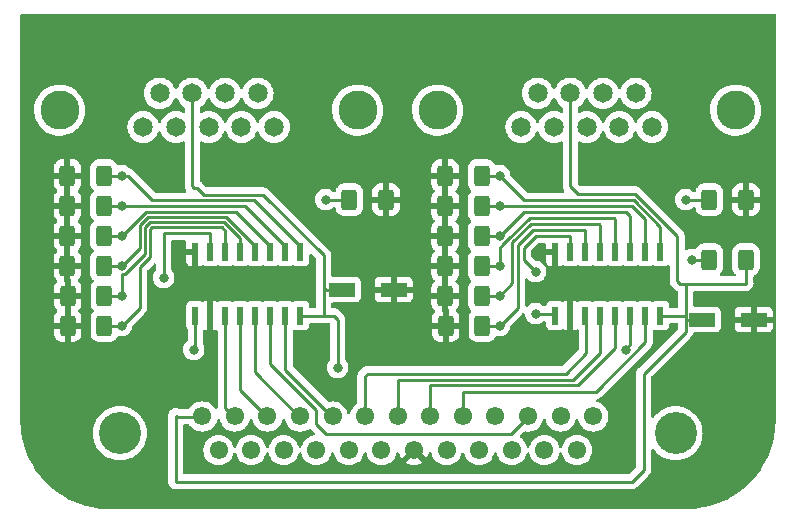
<source format=gbr>
%TF.GenerationSoftware,KiCad,Pcbnew,(6.0.4-0)*%
%TF.CreationDate,2022-05-01T23:46:41-07:00*%
%TF.ProjectId,Joy,4a6f792e-6b69-4636-9164-5f7063625858,rev?*%
%TF.SameCoordinates,Original*%
%TF.FileFunction,Copper,L1,Top*%
%TF.FilePolarity,Positive*%
%FSLAX46Y46*%
G04 Gerber Fmt 4.6, Leading zero omitted, Abs format (unit mm)*
G04 Created by KiCad (PCBNEW (6.0.4-0)) date 2022-05-01 23:46:41*
%MOMM*%
%LPD*%
G01*
G04 APERTURE LIST*
G04 Aperture macros list*
%AMRoundRect*
0 Rectangle with rounded corners*
0 $1 Rounding radius*
0 $2 $3 $4 $5 $6 $7 $8 $9 X,Y pos of 4 corners*
0 Add a 4 corners polygon primitive as box body*
4,1,4,$2,$3,$4,$5,$6,$7,$8,$9,$2,$3,0*
0 Add four circle primitives for the rounded corners*
1,1,$1+$1,$2,$3*
1,1,$1+$1,$4,$5*
1,1,$1+$1,$6,$7*
1,1,$1+$1,$8,$9*
0 Add four rect primitives between the rounded corners*
20,1,$1+$1,$2,$3,$4,$5,0*
20,1,$1+$1,$4,$5,$6,$7,0*
20,1,$1+$1,$6,$7,$8,$9,0*
20,1,$1+$1,$8,$9,$2,$3,0*%
G04 Aperture macros list end*
%TA.AperFunction,SMDPad,CuDef*%
%ADD10RoundRect,0.250000X0.400000X0.625000X-0.400000X0.625000X-0.400000X-0.625000X0.400000X-0.625000X0*%
%TD*%
%TA.AperFunction,SMDPad,CuDef*%
%ADD11RoundRect,0.250000X-0.400000X-0.625000X0.400000X-0.625000X0.400000X0.625000X-0.400000X0.625000X0*%
%TD*%
%TA.AperFunction,ComponentPad*%
%ADD12C,1.549400*%
%TD*%
%TA.AperFunction,ComponentPad*%
%ADD13C,3.556000*%
%TD*%
%TA.AperFunction,SMDPad,CuDef*%
%ADD14R,2.209800X1.168400*%
%TD*%
%TA.AperFunction,ComponentPad*%
%ADD15C,1.651000*%
%TD*%
%TA.AperFunction,ComponentPad*%
%ADD16C,3.302000*%
%TD*%
%TA.AperFunction,SMDPad,CuDef*%
%ADD17R,0.533400X1.498600*%
%TD*%
%TA.AperFunction,ViaPad*%
%ADD18C,0.800000*%
%TD*%
%TA.AperFunction,Conductor*%
%ADD19C,0.250000*%
%TD*%
G04 APERTURE END LIST*
D10*
%TO.P,R4,1*%
%TO.N,Net-(IC2-Pad4)*%
X93472000Y-58932299D03*
%TO.P,R4,2*%
%TO.N,GND*%
X90372000Y-58932299D03*
%TD*%
D11*
%TO.P,R13,1*%
%TO.N,GND*%
X58420000Y-64008000D03*
%TO.P,R13,2*%
%TO.N,Net-(IC1-Pad6)*%
X61520000Y-64008000D03*
%TD*%
D12*
%TO.P,J3,1,1*%
%TO.N,/Strobe*%
X69813529Y-71707345D03*
%TO.P,J3,2,2*%
%TO.N,/Data 0*%
X72571969Y-71707345D03*
%TO.P,J3,3,3*%
%TO.N,/Data 1*%
X75330409Y-71707345D03*
%TO.P,J3,4,4*%
%TO.N,/Data 2*%
X78088849Y-71707345D03*
%TO.P,J3,5,5*%
%TO.N,/Data 3*%
X80847289Y-71707345D03*
%TO.P,J3,6,6*%
%TO.N,/Data 4*%
X83605729Y-71707345D03*
%TO.P,J3,7,7*%
%TO.N,/Data 5*%
X86364169Y-71707345D03*
%TO.P,J3,8,8*%
%TO.N,/Data 6*%
X89122609Y-71707345D03*
%TO.P,J3,9,9*%
%TO.N,/Data 7*%
X91881049Y-71707345D03*
%TO.P,J3,10,10*%
%TO.N,/ACK*%
X94639489Y-71707345D03*
%TO.P,J3,11,11*%
%TO.N,/Busy*%
X97397929Y-71707345D03*
%TO.P,J3,12,12*%
%TO.N,unconnected-(J3-Pad12)*%
X100156369Y-71707345D03*
%TO.P,J3,13,13*%
%TO.N,unconnected-(J3-Pad13)*%
X102914809Y-71707345D03*
%TO.P,J3,14,P14*%
%TO.N,unconnected-(J3-Pad14)*%
X71192749Y-74552145D03*
%TO.P,J3,15,P15*%
%TO.N,unconnected-(J3-Pad15)*%
X73951189Y-74552145D03*
%TO.P,J3,16,P16*%
%TO.N,unconnected-(J3-Pad16)*%
X76709629Y-74552145D03*
%TO.P,J3,17,P17*%
%TO.N,unconnected-(J3-Pad17)*%
X79468069Y-74552145D03*
%TO.P,J3,18,P18*%
%TO.N,unconnected-(J3-Pad18)*%
X82226509Y-74552145D03*
%TO.P,J3,19,P19*%
%TO.N,unconnected-(J3-Pad19)*%
X84984949Y-74552145D03*
%TO.P,J3,20,P20*%
%TO.N,GND*%
X87743389Y-74552145D03*
%TO.P,J3,21,P21*%
%TO.N,unconnected-(J3-Pad21)*%
X90501829Y-74552145D03*
%TO.P,J3,22,P22*%
%TO.N,unconnected-(J3-Pad22)*%
X93260269Y-74552145D03*
%TO.P,J3,23,P23*%
%TO.N,unconnected-(J3-Pad23)*%
X96018709Y-74552145D03*
%TO.P,J3,24,P24*%
%TO.N,unconnected-(J3-Pad24)*%
X98777149Y-74552145D03*
%TO.P,J3,25,P25*%
%TO.N,unconnected-(J3-Pad25)*%
X101535589Y-74552145D03*
D13*
%TO.P,J3,26*%
%TO.N,N/C*%
X109884569Y-73129745D03*
%TO.P,J3,27*%
X62843769Y-73129745D03*
%TD*%
D10*
%TO.P,R9,1*%
%TO.N,Net-(IC1-Pad2)*%
X61494000Y-53848000D03*
%TO.P,R9,2*%
%TO.N,GND*%
X58394000Y-53848000D03*
%TD*%
%TO.P,R11,1*%
%TO.N,Net-(IC1-Pad4)*%
X61494000Y-58928000D03*
%TO.P,R11,2*%
%TO.N,GND*%
X58394000Y-58928000D03*
%TD*%
%TO.P,R15,1*%
%TO.N,/Strobe*%
X115850000Y-58420000D03*
%TO.P,R15,2*%
%TO.N,Net-(IC2-Pad9)*%
X112750000Y-58420000D03*
%TD*%
D11*
%TO.P,R14,1*%
%TO.N,Net-(IC1-Pad7)*%
X82270000Y-53340000D03*
%TO.P,R14,2*%
%TO.N,GND*%
X85370000Y-53340000D03*
%TD*%
D14*
%TO.P,C2,1*%
%TO.N,/Strobe*%
X112102900Y-63500000D03*
%TO.P,C2,2*%
%TO.N,GND*%
X116497100Y-63500000D03*
%TD*%
D10*
%TO.P,R3,1*%
%TO.N,Net-(IC2-Pad3)*%
X93472000Y-56392299D03*
%TO.P,R3,2*%
%TO.N,GND*%
X90372000Y-56392299D03*
%TD*%
D15*
%TO.P,J1,1,1*%
%TO.N,Net-(IC1-Pad4)*%
X75895200Y-47193200D03*
%TO.P,J1,2,2*%
%TO.N,Net-(IC1-Pad3)*%
X73126600Y-47193200D03*
%TO.P,J1,3,3*%
%TO.N,Net-(IC1-Pad2)*%
X70358000Y-47193200D03*
%TO.P,J1,4,4*%
%TO.N,Net-(IC1-Pad1)*%
X67589400Y-47193200D03*
%TO.P,J1,5,5*%
%TO.N,Net-(IC1-Pad6)*%
X64820800Y-47193200D03*
%TO.P,J1,6,6*%
%TO.N,Net-(IC1-Pad5)*%
X74510900Y-44348400D03*
%TO.P,J1,7,7*%
%TO.N,Net-(IC1-Pad7)*%
X71742300Y-44348400D03*
%TO.P,J1,8,8*%
%TO.N,/ACK*%
X68973700Y-44348400D03*
%TO.P,J1,9,9*%
%TO.N,unconnected-(J1-Pad9)*%
X66205100Y-44348400D03*
D16*
%TO.P,J1,10*%
%TO.N,N/C*%
X57734200Y-45770800D03*
%TO.P,J1,11*%
X82981800Y-45770800D03*
%TD*%
D17*
%TO.P,IC2,1,X0*%
%TO.N,Net-(IC2-Pad1)*%
X108585000Y-57746900D03*
%TO.P,IC2,2,X1*%
%TO.N,Net-(IC2-Pad2)*%
X107315000Y-57746900D03*
%TO.P,IC2,3,X2*%
%TO.N,Net-(IC2-Pad3)*%
X106045000Y-57746900D03*
%TO.P,IC2,4,X3*%
%TO.N,Net-(IC2-Pad4)*%
X104775000Y-57746900D03*
%TO.P,IC2,5,X4*%
%TO.N,Net-(IC2-Pad5)*%
X103505000Y-57746900D03*
%TO.P,IC2,6,X5*%
%TO.N,Net-(IC2-Pad6)*%
X102235000Y-57746900D03*
%TO.P,IC2,7,X6*%
%TO.N,Net-(IC2-Pad7)*%
X100965000Y-57746900D03*
%TO.P,IC2,8,VSS*%
%TO.N,GND*%
X99695000Y-57746900D03*
%TO.P,IC2,9,X7*%
%TO.N,Net-(IC2-Pad9)*%
X99695000Y-63157100D03*
%TO.P,IC2,10,INH*%
%TO.N,GND*%
X100965000Y-63157100D03*
%TO.P,IC2,11,A*%
%TO.N,/Data 4*%
X102235000Y-63157100D03*
%TO.P,IC2,12,B*%
%TO.N,/Data 5*%
X103505000Y-63157100D03*
%TO.P,IC2,13,C*%
%TO.N,/Data 6*%
X104775000Y-63157100D03*
%TO.P,IC2,14,Z*%
%TO.N,Net-(IC1-Pad9)*%
X106045000Y-63157100D03*
%TO.P,IC2,15,DIS*%
%TO.N,/Data 7*%
X107315000Y-63157100D03*
%TO.P,IC2,16,VDD*%
%TO.N,/Strobe*%
X108585000Y-63157100D03*
%TD*%
D10*
%TO.P,R6,1*%
%TO.N,Net-(IC2-Pad6)*%
X93524000Y-64008000D03*
%TO.P,R6,2*%
%TO.N,GND*%
X90424000Y-64008000D03*
%TD*%
D15*
%TO.P,J2,1,1*%
%TO.N,Net-(IC2-Pad4)*%
X107899200Y-47193200D03*
%TO.P,J2,2,2*%
%TO.N,Net-(IC2-Pad3)*%
X105130600Y-47193200D03*
%TO.P,J2,3,3*%
%TO.N,Net-(IC2-Pad2)*%
X102362000Y-47193200D03*
%TO.P,J2,4,4*%
%TO.N,Net-(IC2-Pad1)*%
X99593400Y-47193200D03*
%TO.P,J2,5,5*%
%TO.N,Net-(IC2-Pad6)*%
X96824800Y-47193200D03*
%TO.P,J2,6,6*%
%TO.N,Net-(IC2-Pad5)*%
X106514900Y-44348400D03*
%TO.P,J2,7,7*%
%TO.N,Net-(IC2-Pad7)*%
X103746300Y-44348400D03*
%TO.P,J2,8,8*%
%TO.N,/Strobe*%
X100977700Y-44348400D03*
%TO.P,J2,9,9*%
%TO.N,unconnected-(J2-Pad9)*%
X98209100Y-44348400D03*
D16*
%TO.P,J2,10*%
%TO.N,N/C*%
X89738200Y-45770800D03*
%TO.P,J2,11*%
X114985800Y-45770800D03*
%TD*%
D10*
%TO.P,R8,1*%
%TO.N,Net-(IC1-Pad1)*%
X61494000Y-51308000D03*
%TO.P,R8,2*%
%TO.N,GND*%
X58394000Y-51308000D03*
%TD*%
D14*
%TO.P,C1,1*%
%TO.N,/ACK*%
X81622900Y-60960000D03*
%TO.P,C1,2*%
%TO.N,GND*%
X86017100Y-60960000D03*
%TD*%
D10*
%TO.P,R5,1*%
%TO.N,Net-(IC2-Pad5)*%
X93472000Y-61472299D03*
%TO.P,R5,2*%
%TO.N,GND*%
X90372000Y-61472299D03*
%TD*%
%TO.P,R10,1*%
%TO.N,Net-(IC1-Pad3)*%
X61494000Y-56388000D03*
%TO.P,R10,2*%
%TO.N,GND*%
X58394000Y-56388000D03*
%TD*%
%TO.P,R2,1*%
%TO.N,Net-(IC2-Pad2)*%
X93472000Y-53852299D03*
%TO.P,R2,2*%
%TO.N,GND*%
X90372000Y-53852299D03*
%TD*%
%TO.P,R12,1*%
%TO.N,Net-(IC1-Pad5)*%
X61520000Y-61468000D03*
%TO.P,R12,2*%
%TO.N,GND*%
X58420000Y-61468000D03*
%TD*%
D11*
%TO.P,R7,1*%
%TO.N,Net-(IC2-Pad7)*%
X112750000Y-53340000D03*
%TO.P,R7,2*%
%TO.N,GND*%
X115850000Y-53340000D03*
%TD*%
D10*
%TO.P,R1,1*%
%TO.N,Net-(IC2-Pad1)*%
X93472000Y-51312299D03*
%TO.P,R1,2*%
%TO.N,GND*%
X90372000Y-51312299D03*
%TD*%
D17*
%TO.P,IC1,1,X0*%
%TO.N,Net-(IC1-Pad1)*%
X78105000Y-57746900D03*
%TO.P,IC1,2,X1*%
%TO.N,Net-(IC1-Pad2)*%
X76835000Y-57746900D03*
%TO.P,IC1,3,X2*%
%TO.N,Net-(IC1-Pad3)*%
X75565000Y-57746900D03*
%TO.P,IC1,4,X3*%
%TO.N,Net-(IC1-Pad4)*%
X74295000Y-57746900D03*
%TO.P,IC1,5,X4*%
%TO.N,Net-(IC1-Pad5)*%
X73025000Y-57746900D03*
%TO.P,IC1,6,X5*%
%TO.N,Net-(IC1-Pad6)*%
X71755000Y-57746900D03*
%TO.P,IC1,7,X6*%
%TO.N,Net-(IC1-Pad7)*%
X70485000Y-57746900D03*
%TO.P,IC1,8,VSS*%
%TO.N,GND*%
X69215000Y-57746900D03*
%TO.P,IC1,9,X7*%
%TO.N,Net-(IC1-Pad9)*%
X69215000Y-63157100D03*
%TO.P,IC1,10,INH*%
%TO.N,GND*%
X70485000Y-63157100D03*
%TO.P,IC1,11,A*%
%TO.N,/Data 0*%
X71755000Y-63157100D03*
%TO.P,IC1,12,B*%
%TO.N,/Data 1*%
X73025000Y-63157100D03*
%TO.P,IC1,13,C*%
%TO.N,/Data 2*%
X74295000Y-63157100D03*
%TO.P,IC1,14,Z*%
%TO.N,/Busy*%
X75565000Y-63157100D03*
%TO.P,IC1,15,DIS*%
%TO.N,/Data 3*%
X76835000Y-63157100D03*
%TO.P,IC1,16,VDD*%
%TO.N,/ACK*%
X78105000Y-63157100D03*
%TD*%
D18*
%TO.N,GND*%
X117856000Y-53340000D03*
%TO.N,Net-(IC1-Pad1)*%
X62992000Y-51308000D03*
%TO.N,Net-(IC1-Pad2)*%
X62992000Y-53848000D03*
%TO.N,/ACK*%
X81280000Y-67564000D03*
%TO.N,Net-(IC1-Pad3)*%
X62992000Y-56388000D03*
%TO.N,Net-(IC1-Pad4)*%
X62992000Y-58928000D03*
%TO.N,Net-(IC2-Pad1)*%
X94996000Y-51312299D03*
%TO.N,Net-(IC2-Pad2)*%
X94996000Y-53852299D03*
%TO.N,Net-(IC2-Pad3)*%
X94991701Y-56388000D03*
%TO.N,Net-(IC1-Pad5)*%
X62992000Y-61468000D03*
%TO.N,Net-(IC1-Pad6)*%
X62992000Y-64008000D03*
%TO.N,Net-(IC1-Pad7)*%
X66548000Y-59944000D03*
X80264000Y-53340000D03*
%TO.N,Net-(IC2-Pad4)*%
X94996000Y-58932299D03*
%TO.N,Net-(IC2-Pad5)*%
X94996000Y-61472299D03*
%TO.N,Net-(IC2-Pad6)*%
X94996000Y-64008000D03*
%TO.N,Net-(IC2-Pad7)*%
X98044000Y-59436000D03*
X110744000Y-53340000D03*
%TO.N,Net-(IC2-Pad9)*%
X98044000Y-62992000D03*
X111252000Y-58420000D03*
%TO.N,Net-(IC1-Pad9)*%
X69088000Y-66040000D03*
X105659701Y-66035701D03*
%TD*%
D19*
%TO.N,GND*%
X117856000Y-63500000D02*
X115862500Y-63500000D01*
X117856000Y-53340000D02*
X115850000Y-53340000D01*
X85382500Y-53352500D02*
X85370000Y-53340000D01*
X58420000Y-51334000D02*
X58394000Y-51308000D01*
%TO.N,Net-(IC1-Pad1)*%
X74226480Y-53398480D02*
X78105000Y-57277000D01*
X65590480Y-53398480D02*
X74226480Y-53398480D01*
X63500000Y-51308000D02*
X65590480Y-53398480D01*
X62992000Y-51308000D02*
X61494000Y-51308000D01*
X62992000Y-51308000D02*
X63500000Y-51308000D01*
X78105000Y-57277000D02*
X78105000Y-57746900D01*
%TO.N,Net-(IC1-Pad2)*%
X76835000Y-57264300D02*
X76835000Y-57746900D01*
X62992000Y-53848000D02*
X73418700Y-53848000D01*
X62992000Y-53848000D02*
X61494000Y-53848000D01*
X73418700Y-53848000D02*
X76835000Y-57264300D01*
%TO.N,/Data 0*%
X71755000Y-70960669D02*
X72505000Y-71710669D01*
X71755000Y-63157100D02*
X71755000Y-70960669D01*
%TO.N,/Data 1*%
X73025000Y-63157100D02*
X73025000Y-69460669D01*
X73025000Y-69460669D02*
X75275000Y-71710669D01*
%TO.N,/Data 2*%
X74295000Y-63157100D02*
X74295000Y-67960669D01*
X74295000Y-67960669D02*
X78045000Y-71710669D01*
%TO.N,/Busy*%
X75565000Y-63157100D02*
X75565000Y-67279097D01*
X79441021Y-71155118D02*
X79441021Y-72329021D01*
X75565000Y-67279097D02*
X79441021Y-71155118D01*
X95993669Y-73152000D02*
X97435000Y-71710669D01*
X80264000Y-73152000D02*
X95993669Y-73152000D01*
X79441021Y-72329021D02*
X80264000Y-73152000D01*
%TO.N,/Data 3*%
X76835000Y-63157100D02*
X76835000Y-67730669D01*
X76835000Y-67730669D02*
X80815000Y-71710669D01*
%TO.N,/Data 4*%
X83585000Y-68307000D02*
X83585000Y-71710669D01*
X100592614Y-68072000D02*
X83820000Y-68072000D01*
X102235000Y-63157100D02*
X102324511Y-63246611D01*
X102324511Y-66340103D02*
X100592614Y-68072000D01*
X102324511Y-63246611D02*
X102324511Y-66340103D01*
X83820000Y-68072000D02*
X83585000Y-68307000D01*
%TO.N,/Data 5*%
X86360000Y-68580000D02*
X86355000Y-68585000D01*
X103505000Y-66294717D02*
X101219717Y-68580000D01*
X86355000Y-68585000D02*
X86355000Y-71710669D01*
X103505000Y-63157100D02*
X103505000Y-66294717D01*
X101219717Y-68580000D02*
X86360000Y-68580000D01*
%TO.N,/Data 6*%
X89125000Y-69029520D02*
X89125000Y-71710669D01*
X101658480Y-69029520D02*
X89125000Y-69029520D01*
X104775000Y-63157100D02*
X104775000Y-65913000D01*
X104775000Y-65913000D02*
X101658480Y-69029520D01*
%TO.N,/Data 7*%
X103124000Y-69596000D02*
X91948000Y-69596000D01*
X107315000Y-63157100D02*
X107315000Y-65405000D01*
X91895000Y-69649000D02*
X91895000Y-71710669D01*
X107315000Y-65405000D02*
X103124000Y-69596000D01*
X91948000Y-69596000D02*
X91895000Y-69649000D01*
%TO.N,/ACK*%
X81280000Y-63500000D02*
X80937100Y-63157100D01*
X80937100Y-63157100D02*
X80098900Y-63157100D01*
X69152406Y-52388406D02*
X69374203Y-52388406D01*
X80098900Y-60794900D02*
X80098900Y-63157100D01*
X69152406Y-52388406D02*
X68973700Y-52209700D01*
X69934757Y-52948960D02*
X74972082Y-52948960D01*
X80264000Y-60960000D02*
X80098900Y-60794900D01*
X68973700Y-52209700D02*
X68973700Y-44348400D01*
X82257500Y-60960000D02*
X80264000Y-60960000D01*
X80098900Y-63157100D02*
X78105000Y-63157100D01*
X81280000Y-67564000D02*
X81280000Y-63500000D01*
X74972082Y-52948960D02*
X80098900Y-58075778D01*
X69374203Y-52388406D02*
X69934757Y-52948960D01*
X80098900Y-58075778D02*
X80098900Y-60794900D01*
%TO.N,Net-(IC1-Pad3)*%
X75565000Y-57264300D02*
X75565000Y-57746900D01*
X72656700Y-54356000D02*
X75565000Y-57264300D01*
X62992000Y-56388000D02*
X61494000Y-56388000D01*
X62992000Y-56388000D02*
X65024000Y-54356000D01*
X65024000Y-54356000D02*
X72656700Y-54356000D01*
%TO.N,Net-(IC1-Pad4)*%
X62992000Y-58928000D02*
X61494000Y-58928000D01*
X62992000Y-58928000D02*
X64516000Y-57404000D01*
X65210198Y-54805520D02*
X71836220Y-54805520D01*
X74295000Y-57264300D02*
X74295000Y-57746900D01*
X64516000Y-55499718D02*
X65210198Y-54805520D01*
X64516000Y-57404000D02*
X64516000Y-55499718D01*
X71836220Y-54805520D02*
X74295000Y-57264300D01*
%TO.N,Net-(IC2-Pad1)*%
X97028000Y-53402779D02*
X106362497Y-53402779D01*
X94996000Y-51312299D02*
X97028000Y-53344299D01*
X97028000Y-53344299D02*
X97028000Y-53402779D01*
X108585000Y-55625282D02*
X108585000Y-57746900D01*
X94996000Y-51312299D02*
X93472000Y-51312299D01*
X106362497Y-53402779D02*
X108585000Y-55625282D01*
%TO.N,Net-(IC2-Pad2)*%
X107315000Y-54991000D02*
X106176299Y-53852299D01*
X106176299Y-53852299D02*
X93472000Y-53852299D01*
X107315000Y-57746900D02*
X107315000Y-54991000D01*
%TO.N,Net-(IC2-Pad3)*%
X106045000Y-54737000D02*
X106045000Y-57746900D01*
X97028000Y-54356000D02*
X105664000Y-54356000D01*
X94991701Y-56388000D02*
X96515701Y-54864000D01*
X105664000Y-54356000D02*
X106045000Y-54737000D01*
X94991701Y-56388000D02*
X93476299Y-56388000D01*
X96520000Y-54864000D02*
X97028000Y-54356000D01*
X93476299Y-56388000D02*
X93472000Y-56392299D01*
X96515701Y-54864000D02*
X96520000Y-54864000D01*
%TO.N,Net-(IC1-Pad5)*%
X73025000Y-56630018D02*
X73025000Y-57746900D01*
X71650022Y-55255040D02*
X73025000Y-56630018D01*
X62992000Y-59652511D02*
X63292103Y-59652511D01*
X63292103Y-59652511D02*
X64965520Y-57979094D01*
X64965520Y-55685916D02*
X65396396Y-55255040D01*
X64965520Y-57979094D02*
X64965520Y-55685916D01*
X62992000Y-61468000D02*
X61520000Y-61468000D01*
X65396396Y-55255040D02*
X71650022Y-55255040D01*
X62992000Y-61468000D02*
X62992000Y-59652511D01*
%TO.N,Net-(IC1-Pad6)*%
X71452560Y-55704560D02*
X71755000Y-56007000D01*
X65415040Y-55872114D02*
X65582594Y-55704560D01*
X65415040Y-58165291D02*
X65415040Y-55872114D01*
X64516000Y-62484000D02*
X64516000Y-59064331D01*
X62992000Y-64008000D02*
X64516000Y-62484000D01*
X62992000Y-64008000D02*
X61520000Y-64008000D01*
X64516000Y-59064331D02*
X65415040Y-58165291D01*
X71755000Y-56007000D02*
X71755000Y-57746900D01*
X65582594Y-55704560D02*
X71452560Y-55704560D01*
%TO.N,Net-(IC1-Pad7)*%
X70485000Y-56154080D02*
X70485000Y-57746900D01*
X66548000Y-56154080D02*
X70485000Y-56154080D01*
X66548000Y-59944000D02*
X66548000Y-56154080D01*
X80264000Y-53340000D02*
X82270000Y-53340000D01*
%TO.N,Net-(IC2-Pad4)*%
X95291804Y-57112511D02*
X95287489Y-57112511D01*
X95716212Y-56688103D02*
X95291804Y-57112511D01*
X95287489Y-57112511D02*
X94996000Y-57404000D01*
X97536000Y-54864000D02*
X95716212Y-56683788D01*
X104775000Y-54991000D02*
X104648000Y-54864000D01*
X94996000Y-57404000D02*
X94996000Y-58932299D01*
X95716212Y-56683788D02*
X95716212Y-56688103D01*
X104648000Y-54864000D02*
X97536000Y-54864000D01*
X104775000Y-57746900D02*
X104775000Y-54991000D01*
X94996000Y-58932299D02*
X93472000Y-58932299D01*
%TO.N,Net-(IC2-Pad5)*%
X103436480Y-55430480D02*
X97605238Y-55430480D01*
X96070480Y-60397819D02*
X94996000Y-61472299D01*
X97605238Y-55430480D02*
X96070480Y-56965238D01*
X94996000Y-61472299D02*
X93472000Y-61472299D01*
X103505000Y-57746900D02*
X103505000Y-55499000D01*
X96070480Y-56965238D02*
X96070480Y-60397819D01*
X103505000Y-55499000D02*
X103436480Y-55430480D01*
%TO.N,Net-(IC2-Pad6)*%
X96520000Y-62484000D02*
X94996000Y-64008000D01*
X97791436Y-55880000D02*
X96520000Y-57151436D01*
X94996000Y-64008000D02*
X93524000Y-64008000D01*
X102235000Y-57746900D02*
X102235000Y-55880000D01*
X96520000Y-57151436D02*
X96520000Y-62484000D01*
X102235000Y-55880000D02*
X97791436Y-55880000D01*
%TO.N,Net-(IC2-Pad7)*%
X98044000Y-59436000D02*
X97028000Y-58420000D01*
X110744000Y-53340000D02*
X112750000Y-53340000D01*
X97028000Y-57404000D02*
X98044000Y-56388000D01*
X98044000Y-56388000D02*
X100965000Y-56388000D01*
X97028000Y-58420000D02*
X97028000Y-57404000D01*
X100965000Y-56388000D02*
X100965000Y-57746900D01*
%TO.N,Net-(IC2-Pad9)*%
X98044000Y-62992000D02*
X99529900Y-62992000D01*
X112750000Y-58420000D02*
X111252000Y-58420000D01*
X99529900Y-62992000D02*
X99695000Y-63157100D01*
%TO.N,/Strobe*%
X69735000Y-71710669D02*
X67646669Y-71710669D01*
X110744000Y-63500000D02*
X110744000Y-62992000D01*
X115824000Y-60452000D02*
X115850000Y-60426000D01*
X110019489Y-56424053D02*
X106427436Y-52832000D01*
X115850000Y-60426000D02*
X115850000Y-58420000D01*
X110744000Y-60452000D02*
X110236000Y-60452000D01*
X107188000Y-76200000D02*
X107188000Y-68072000D01*
X110744000Y-60452000D02*
X115824000Y-60452000D01*
X100977700Y-52209700D02*
X100977700Y-44348400D01*
X67564000Y-71628000D02*
X67564000Y-77216000D01*
X110744000Y-63500000D02*
X112737500Y-63500000D01*
X110019489Y-60235489D02*
X110019489Y-56424053D01*
X101600000Y-52832000D02*
X100977700Y-52209700D01*
X67564000Y-77216000D02*
X106172000Y-77216000D01*
X67646669Y-71710669D02*
X67564000Y-71628000D01*
X110744000Y-63157100D02*
X108585000Y-63157100D01*
X110744000Y-64516000D02*
X110744000Y-63500000D01*
X110236000Y-60452000D02*
X110019489Y-60235489D01*
X107188000Y-68072000D02*
X110744000Y-64516000D01*
X106427436Y-52832000D02*
X101600000Y-52832000D01*
X106172000Y-77216000D02*
X107188000Y-76200000D01*
X110744000Y-62992000D02*
X110744000Y-60452000D01*
%TO.N,Net-(IC1-Pad9)*%
X105659701Y-65981875D02*
X106045000Y-65596576D01*
X69215000Y-65913000D02*
X69215000Y-63157100D01*
X105659701Y-66035701D02*
X105659701Y-65981875D01*
X69088000Y-66040000D02*
X69215000Y-65913000D01*
X106045000Y-65596576D02*
X106045000Y-63157100D01*
%TD*%
%TA.AperFunction,Conductor*%
%TO.N,GND*%
G36*
X118305621Y-37612502D02*
G01*
X118352114Y-37666158D01*
X118363500Y-37718500D01*
X118363500Y-72034721D01*
X118363313Y-72041582D01*
X118322945Y-72781795D01*
X118321986Y-72791890D01*
X118223892Y-73514212D01*
X118221300Y-73527718D01*
X118048175Y-74222583D01*
X118044009Y-74236044D01*
X117791367Y-74915318D01*
X117786642Y-74926377D01*
X117472497Y-75574127D01*
X117467487Y-75583440D01*
X117326724Y-75820678D01*
X117115874Y-76176039D01*
X117095741Y-76209970D01*
X117088989Y-76220183D01*
X116952835Y-76405834D01*
X116662906Y-76801162D01*
X116653799Y-76812206D01*
X116166050Y-77339502D01*
X116159096Y-77346454D01*
X115631476Y-77834240D01*
X115620502Y-77843291D01*
X115284434Y-78089917D01*
X115039566Y-78269615D01*
X115029259Y-78276427D01*
X114729724Y-78453926D01*
X114402122Y-78648057D01*
X114392883Y-78653025D01*
X113745049Y-78967301D01*
X113734026Y-78972014D01*
X113733867Y-78972073D01*
X113054521Y-79225040D01*
X113041036Y-79229218D01*
X112347391Y-79402175D01*
X112333816Y-79404778D01*
X111743874Y-79484662D01*
X111610671Y-79502699D01*
X111600663Y-79503650D01*
X110859119Y-79544311D01*
X110852220Y-79544500D01*
X92257072Y-79544500D01*
X60006732Y-79295543D01*
X59740878Y-79229258D01*
X59727341Y-79225061D01*
X59049045Y-78972072D01*
X59038075Y-78967378D01*
X58389990Y-78652922D01*
X58380851Y-78648013D01*
X58379174Y-78647021D01*
X57752325Y-78276280D01*
X57741962Y-78269439D01*
X57161362Y-77843549D01*
X57150215Y-77834343D01*
X57149635Y-77833805D01*
X56624307Y-77346665D01*
X56617494Y-77339844D01*
X56554466Y-77271714D01*
X56129336Y-76812176D01*
X56120231Y-76801138D01*
X55693790Y-76219805D01*
X55687115Y-76209725D01*
X55454691Y-75819254D01*
X55314180Y-75583196D01*
X55309083Y-75573736D01*
X55293716Y-75542047D01*
X55085100Y-75111867D01*
X54995372Y-74926840D01*
X54990578Y-74915594D01*
X54874132Y-74600968D01*
X54738993Y-74235836D01*
X54734952Y-74222783D01*
X54705834Y-74106778D01*
X54560406Y-73527405D01*
X54557760Y-73513678D01*
X54548235Y-73443482D01*
X54505660Y-73129745D01*
X60552363Y-73129745D01*
X60552633Y-73133864D01*
X60568298Y-73372863D01*
X60571966Y-73428834D01*
X60572768Y-73432867D01*
X60572769Y-73432873D01*
X60628566Y-73713379D01*
X60630441Y-73722805D01*
X60631768Y-73726714D01*
X60631769Y-73726718D01*
X60688743Y-73894558D01*
X60726786Y-74006628D01*
X60728610Y-74010326D01*
X60833382Y-74222783D01*
X60859353Y-74275448D01*
X61025874Y-74524665D01*
X61028588Y-74527759D01*
X61028592Y-74527765D01*
X61068352Y-74573102D01*
X61223500Y-74750014D01*
X61226589Y-74752723D01*
X61445749Y-74944922D01*
X61445755Y-74944926D01*
X61448849Y-74947640D01*
X61698066Y-75114161D01*
X61701765Y-75115985D01*
X61701770Y-75115988D01*
X61839674Y-75183994D01*
X61966886Y-75246728D01*
X61970791Y-75248053D01*
X61970792Y-75248054D01*
X62246796Y-75341745D01*
X62246800Y-75341746D01*
X62250709Y-75343073D01*
X62254753Y-75343877D01*
X62254759Y-75343879D01*
X62540641Y-75400745D01*
X62540647Y-75400746D01*
X62544680Y-75401548D01*
X62548785Y-75401817D01*
X62548792Y-75401818D01*
X62839650Y-75420881D01*
X62843769Y-75421151D01*
X62847888Y-75420881D01*
X63138746Y-75401818D01*
X63138753Y-75401817D01*
X63142858Y-75401548D01*
X63146891Y-75400746D01*
X63146897Y-75400745D01*
X63432779Y-75343879D01*
X63432785Y-75343877D01*
X63436829Y-75343073D01*
X63440738Y-75341746D01*
X63440742Y-75341745D01*
X63716746Y-75248054D01*
X63716747Y-75248053D01*
X63720652Y-75246728D01*
X63847864Y-75183994D01*
X63985768Y-75115988D01*
X63985773Y-75115985D01*
X63989472Y-75114161D01*
X64238689Y-74947640D01*
X64241783Y-74944926D01*
X64241789Y-74944922D01*
X64460949Y-74752723D01*
X64464038Y-74750014D01*
X64619186Y-74573102D01*
X64658946Y-74527765D01*
X64658950Y-74527759D01*
X64661664Y-74524665D01*
X64828185Y-74275448D01*
X64854157Y-74222783D01*
X64958928Y-74010326D01*
X64960752Y-74006628D01*
X64998795Y-73894558D01*
X65055769Y-73726718D01*
X65055770Y-73726714D01*
X65057097Y-73722805D01*
X65058972Y-73713379D01*
X65114769Y-73432873D01*
X65114770Y-73432867D01*
X65115572Y-73428834D01*
X65119241Y-73372863D01*
X65134905Y-73133864D01*
X65135175Y-73129745D01*
X65126373Y-72995447D01*
X65115842Y-72834768D01*
X65115841Y-72834761D01*
X65115572Y-72830656D01*
X65109933Y-72802303D01*
X65057903Y-72540735D01*
X65057901Y-72540729D01*
X65057097Y-72536685D01*
X65044135Y-72498498D01*
X64962078Y-72256768D01*
X64962077Y-72256767D01*
X64960752Y-72252862D01*
X64886355Y-72102000D01*
X64830012Y-71987746D01*
X64830009Y-71987741D01*
X64828185Y-71984042D01*
X64661664Y-71734825D01*
X64658950Y-71731731D01*
X64658946Y-71731725D01*
X64466747Y-71512565D01*
X64464038Y-71509476D01*
X64428306Y-71478140D01*
X64241789Y-71314568D01*
X64241783Y-71314564D01*
X64238689Y-71311850D01*
X63989472Y-71145329D01*
X63985773Y-71143505D01*
X63985768Y-71143502D01*
X63823121Y-71063294D01*
X63720652Y-71012762D01*
X63705236Y-71007529D01*
X63440742Y-70917745D01*
X63440738Y-70917744D01*
X63436829Y-70916417D01*
X63432785Y-70915613D01*
X63432779Y-70915611D01*
X63146897Y-70858745D01*
X63146891Y-70858744D01*
X63142858Y-70857942D01*
X63138753Y-70857673D01*
X63138746Y-70857672D01*
X62847888Y-70838609D01*
X62843769Y-70838339D01*
X62839650Y-70838609D01*
X62548792Y-70857672D01*
X62548785Y-70857673D01*
X62544680Y-70857942D01*
X62540647Y-70858744D01*
X62540641Y-70858745D01*
X62254759Y-70915611D01*
X62254753Y-70915613D01*
X62250709Y-70916417D01*
X62246800Y-70917744D01*
X62246796Y-70917745D01*
X61982302Y-71007529D01*
X61966886Y-71012762D01*
X61864417Y-71063294D01*
X61701770Y-71143502D01*
X61701765Y-71143505D01*
X61698066Y-71145329D01*
X61448849Y-71311850D01*
X61445755Y-71314564D01*
X61445749Y-71314568D01*
X61259232Y-71478140D01*
X61223500Y-71509476D01*
X61220791Y-71512565D01*
X61028592Y-71731725D01*
X61028588Y-71731731D01*
X61025874Y-71734825D01*
X60859353Y-71984042D01*
X60857529Y-71987741D01*
X60857526Y-71987746D01*
X60801183Y-72102000D01*
X60726786Y-72252862D01*
X60725461Y-72256767D01*
X60725460Y-72256768D01*
X60643404Y-72498498D01*
X60630441Y-72536685D01*
X60629637Y-72540729D01*
X60629635Y-72540735D01*
X60577606Y-72802303D01*
X60571966Y-72830656D01*
X60571697Y-72834761D01*
X60571696Y-72834768D01*
X60561165Y-72995447D01*
X60552363Y-73129745D01*
X54505660Y-73129745D01*
X54459886Y-72792440D01*
X54458917Y-72782143D01*
X54456544Y-72737198D01*
X54419825Y-72041894D01*
X54419650Y-72035249D01*
X54419650Y-66040000D01*
X68174496Y-66040000D01*
X68194458Y-66229928D01*
X68253473Y-66411556D01*
X68348960Y-66576944D01*
X68476747Y-66718866D01*
X68631248Y-66831118D01*
X68637276Y-66833802D01*
X68637278Y-66833803D01*
X68745035Y-66881779D01*
X68805712Y-66908794D01*
X68899112Y-66928647D01*
X68986056Y-66947128D01*
X68986061Y-66947128D01*
X68992513Y-66948500D01*
X69183487Y-66948500D01*
X69189939Y-66947128D01*
X69189944Y-66947128D01*
X69276888Y-66928647D01*
X69370288Y-66908794D01*
X69430965Y-66881779D01*
X69538722Y-66833803D01*
X69538724Y-66833802D01*
X69544752Y-66831118D01*
X69699253Y-66718866D01*
X69827040Y-66576944D01*
X69922527Y-66411556D01*
X69981542Y-66229928D01*
X70001504Y-66040000D01*
X69981542Y-65850072D01*
X69922527Y-65668444D01*
X69913955Y-65653596D01*
X69865381Y-65569465D01*
X69848500Y-65506465D01*
X69848500Y-64492133D01*
X69868502Y-64424012D01*
X69922158Y-64377519D01*
X69992432Y-64367415D01*
X70018730Y-64374151D01*
X70100694Y-64404878D01*
X70115949Y-64408505D01*
X70166814Y-64414031D01*
X70173628Y-64414400D01*
X70212885Y-64414400D01*
X70228124Y-64409925D01*
X70229329Y-64408535D01*
X70231000Y-64400852D01*
X70231000Y-61917916D01*
X70226525Y-61902677D01*
X70225135Y-61901472D01*
X70217452Y-61899801D01*
X70173631Y-61899801D01*
X70166810Y-61900171D01*
X70115948Y-61905695D01*
X70100696Y-61909321D01*
X69980246Y-61954476D01*
X69964651Y-61963014D01*
X69925982Y-61991995D01*
X69859475Y-62016843D01*
X69790093Y-62001790D01*
X69774852Y-61991995D01*
X69735592Y-61962571D01*
X69735590Y-61962570D01*
X69728405Y-61957185D01*
X69592016Y-61906055D01*
X69529834Y-61899300D01*
X68900166Y-61899300D01*
X68837984Y-61906055D01*
X68701595Y-61957185D01*
X68585039Y-62044539D01*
X68497685Y-62161095D01*
X68446555Y-62297484D01*
X68439800Y-62359666D01*
X68439800Y-63954534D01*
X68446555Y-64016716D01*
X68497685Y-64153105D01*
X68534266Y-64201915D01*
X68556326Y-64231349D01*
X68581174Y-64297855D01*
X68581500Y-64306914D01*
X68581500Y-65220826D01*
X68561498Y-65288947D01*
X68529561Y-65322762D01*
X68524537Y-65326412D01*
X68476747Y-65361134D01*
X68472326Y-65366044D01*
X68472325Y-65366045D01*
X68358275Y-65492711D01*
X68348960Y-65503056D01*
X68345659Y-65508774D01*
X68262046Y-65653596D01*
X68253473Y-65668444D01*
X68194458Y-65850072D01*
X68174496Y-66040000D01*
X54419650Y-66040000D01*
X54419650Y-64680095D01*
X57262001Y-64680095D01*
X57262338Y-64686614D01*
X57272257Y-64782206D01*
X57275149Y-64795600D01*
X57326588Y-64949784D01*
X57332761Y-64962962D01*
X57418063Y-65100807D01*
X57427099Y-65112208D01*
X57541829Y-65226739D01*
X57553240Y-65235751D01*
X57691243Y-65320816D01*
X57704424Y-65326963D01*
X57858710Y-65378138D01*
X57872086Y-65381005D01*
X57966438Y-65390672D01*
X57972854Y-65391000D01*
X58147885Y-65391000D01*
X58163124Y-65386525D01*
X58164329Y-65385135D01*
X58166000Y-65377452D01*
X58166000Y-65372884D01*
X58674000Y-65372884D01*
X58678475Y-65388123D01*
X58679865Y-65389328D01*
X58687548Y-65390999D01*
X58867095Y-65390999D01*
X58873614Y-65390662D01*
X58969206Y-65380743D01*
X58982600Y-65377851D01*
X59136784Y-65326412D01*
X59149962Y-65320239D01*
X59287807Y-65234937D01*
X59299208Y-65225901D01*
X59413739Y-65111171D01*
X59422751Y-65099760D01*
X59507816Y-64961757D01*
X59513963Y-64948576D01*
X59565138Y-64794290D01*
X59568005Y-64780914D01*
X59577672Y-64686562D01*
X59578000Y-64680146D01*
X59578000Y-64280115D01*
X59573525Y-64264876D01*
X59572135Y-64263671D01*
X59564452Y-64262000D01*
X58692115Y-64262000D01*
X58676876Y-64266475D01*
X58675671Y-64267865D01*
X58674000Y-64275548D01*
X58674000Y-65372884D01*
X58166000Y-65372884D01*
X58166000Y-64280115D01*
X58161525Y-64264876D01*
X58160135Y-64263671D01*
X58152452Y-64262000D01*
X57280116Y-64262000D01*
X57264877Y-64266475D01*
X57263672Y-64267865D01*
X57262001Y-64275548D01*
X57262001Y-64680095D01*
X54419650Y-64680095D01*
X54419650Y-63735885D01*
X57262000Y-63735885D01*
X57266475Y-63751124D01*
X57267865Y-63752329D01*
X57275548Y-63754000D01*
X58147885Y-63754000D01*
X58163124Y-63749525D01*
X58164329Y-63748135D01*
X58166000Y-63740452D01*
X58166000Y-63735885D01*
X58674000Y-63735885D01*
X58678475Y-63751124D01*
X58679865Y-63752329D01*
X58687548Y-63754000D01*
X59559884Y-63754000D01*
X59575123Y-63749525D01*
X59576328Y-63748135D01*
X59577999Y-63740452D01*
X59577999Y-63335905D01*
X59577662Y-63329386D01*
X59567743Y-63233794D01*
X59564851Y-63220400D01*
X59513412Y-63066216D01*
X59507239Y-63053038D01*
X59421937Y-62915193D01*
X59412901Y-62903792D01*
X59336183Y-62827208D01*
X59302104Y-62764926D01*
X59307107Y-62694106D01*
X59336028Y-62649017D01*
X59413739Y-62571171D01*
X59422751Y-62559760D01*
X59507816Y-62421757D01*
X59513963Y-62408576D01*
X59565138Y-62254290D01*
X59568005Y-62240914D01*
X59577672Y-62146562D01*
X59578000Y-62140146D01*
X59578000Y-61740115D01*
X59573525Y-61724876D01*
X59572135Y-61723671D01*
X59564452Y-61722000D01*
X58692115Y-61722000D01*
X58676876Y-61726475D01*
X58675671Y-61727865D01*
X58674000Y-61735548D01*
X58674000Y-63735885D01*
X58166000Y-63735885D01*
X58166000Y-61740115D01*
X58161525Y-61724876D01*
X58160135Y-61723671D01*
X58152452Y-61722000D01*
X57280116Y-61722000D01*
X57264877Y-61726475D01*
X57263672Y-61727865D01*
X57262001Y-61735548D01*
X57262001Y-62140095D01*
X57262338Y-62146614D01*
X57272257Y-62242206D01*
X57275149Y-62255600D01*
X57326588Y-62409784D01*
X57332761Y-62422962D01*
X57418063Y-62560807D01*
X57427099Y-62572208D01*
X57503817Y-62648792D01*
X57537896Y-62711074D01*
X57532893Y-62781894D01*
X57503972Y-62826983D01*
X57426261Y-62904829D01*
X57417249Y-62916240D01*
X57332184Y-63054243D01*
X57326037Y-63067424D01*
X57274862Y-63221710D01*
X57271995Y-63235086D01*
X57262328Y-63329438D01*
X57262000Y-63335855D01*
X57262000Y-63735885D01*
X54419650Y-63735885D01*
X54419650Y-59600095D01*
X57236001Y-59600095D01*
X57236338Y-59606614D01*
X57246257Y-59702206D01*
X57249149Y-59715600D01*
X57300588Y-59869784D01*
X57306761Y-59882962D01*
X57392063Y-60020807D01*
X57401099Y-60032208D01*
X57490839Y-60121792D01*
X57524918Y-60184075D01*
X57519915Y-60254895D01*
X57490994Y-60299983D01*
X57426261Y-60364829D01*
X57417249Y-60376240D01*
X57332184Y-60514243D01*
X57326037Y-60527424D01*
X57274862Y-60681710D01*
X57271995Y-60695086D01*
X57262328Y-60789438D01*
X57262000Y-60795855D01*
X57262000Y-61195885D01*
X57266475Y-61211124D01*
X57267865Y-61212329D01*
X57275548Y-61214000D01*
X58147885Y-61214000D01*
X58163124Y-61209525D01*
X58164329Y-61208135D01*
X58166000Y-61200452D01*
X58166000Y-60369115D01*
X58153339Y-60325996D01*
X58145105Y-60313184D01*
X58140000Y-60277682D01*
X58140000Y-60026885D01*
X58648000Y-60026885D01*
X58660661Y-60070004D01*
X58668895Y-60082816D01*
X58674000Y-60118318D01*
X58674000Y-61195885D01*
X58678475Y-61211124D01*
X58679865Y-61212329D01*
X58687548Y-61214000D01*
X59559884Y-61214000D01*
X59575123Y-61209525D01*
X59576328Y-61208135D01*
X59577999Y-61200452D01*
X59577999Y-60795905D01*
X59577662Y-60789386D01*
X59567743Y-60693794D01*
X59564851Y-60680400D01*
X59513412Y-60526216D01*
X59507239Y-60513038D01*
X59421937Y-60375193D01*
X59412901Y-60363792D01*
X59323161Y-60274208D01*
X59289082Y-60211925D01*
X59294085Y-60141105D01*
X59323006Y-60096017D01*
X59387739Y-60031171D01*
X59396751Y-60019760D01*
X59481816Y-59881757D01*
X59487963Y-59868576D01*
X59539138Y-59714290D01*
X59542005Y-59700914D01*
X59551672Y-59606562D01*
X59551834Y-59603400D01*
X60335500Y-59603400D01*
X60335837Y-59606646D01*
X60335837Y-59606650D01*
X60345752Y-59702206D01*
X60346474Y-59709166D01*
X60348655Y-59715702D01*
X60348655Y-59715704D01*
X60375664Y-59796660D01*
X60402450Y-59876946D01*
X60495522Y-60027348D01*
X60587083Y-60118749D01*
X60590132Y-60121793D01*
X60624211Y-60184075D01*
X60619208Y-60254895D01*
X60590288Y-60299983D01*
X60520695Y-60369697D01*
X60516855Y-60375927D01*
X60516854Y-60375928D01*
X60436358Y-60506517D01*
X60427885Y-60520262D01*
X60412336Y-60567141D01*
X60381185Y-60661060D01*
X60372203Y-60688139D01*
X60371503Y-60694975D01*
X60371502Y-60694978D01*
X60368120Y-60727993D01*
X60361500Y-60792600D01*
X60361500Y-62143400D01*
X60361837Y-62146646D01*
X60361837Y-62146650D01*
X60371752Y-62242206D01*
X60372474Y-62249166D01*
X60374655Y-62255702D01*
X60374655Y-62255704D01*
X60402264Y-62338458D01*
X60428450Y-62416946D01*
X60521522Y-62567348D01*
X60526704Y-62572521D01*
X60603109Y-62648793D01*
X60637188Y-62711076D01*
X60632185Y-62781896D01*
X60603265Y-62826983D01*
X60520695Y-62909697D01*
X60516855Y-62915927D01*
X60516854Y-62915928D01*
X60472640Y-62987657D01*
X60427885Y-63060262D01*
X60409576Y-63115463D01*
X60374758Y-63220437D01*
X60372203Y-63228139D01*
X60371503Y-63234975D01*
X60371502Y-63234978D01*
X60370544Y-63244329D01*
X60361500Y-63332600D01*
X60361500Y-64683400D01*
X60361837Y-64686646D01*
X60361837Y-64686650D01*
X60371752Y-64782206D01*
X60372474Y-64789166D01*
X60374655Y-64795702D01*
X60374655Y-64795704D01*
X60400633Y-64873568D01*
X60428450Y-64956946D01*
X60521522Y-65107348D01*
X60646697Y-65232305D01*
X60652927Y-65236145D01*
X60652928Y-65236146D01*
X60790288Y-65320816D01*
X60797262Y-65325115D01*
X60877005Y-65351564D01*
X60958611Y-65378632D01*
X60958613Y-65378632D01*
X60965139Y-65380797D01*
X60971975Y-65381497D01*
X60971978Y-65381498D01*
X61015031Y-65385909D01*
X61069600Y-65391500D01*
X61970400Y-65391500D01*
X61973646Y-65391163D01*
X61973650Y-65391163D01*
X62069308Y-65381238D01*
X62069312Y-65381237D01*
X62076166Y-65380526D01*
X62082702Y-65378345D01*
X62082704Y-65378345D01*
X62214806Y-65334272D01*
X62243946Y-65324550D01*
X62394348Y-65231478D01*
X62519305Y-65106303D01*
X62612115Y-64955738D01*
X62612690Y-64954003D01*
X62658114Y-64902410D01*
X62726391Y-64882947D01*
X62751592Y-64885696D01*
X62890056Y-64915128D01*
X62890061Y-64915128D01*
X62896513Y-64916500D01*
X63087487Y-64916500D01*
X63093939Y-64915128D01*
X63093944Y-64915128D01*
X63205944Y-64891321D01*
X63274288Y-64876794D01*
X63301052Y-64864878D01*
X63442722Y-64801803D01*
X63442724Y-64801802D01*
X63448752Y-64799118D01*
X63603253Y-64686866D01*
X63686839Y-64594034D01*
X63726621Y-64549852D01*
X63726622Y-64549851D01*
X63731040Y-64544944D01*
X63808071Y-64411523D01*
X63823223Y-64385279D01*
X63823224Y-64385278D01*
X63826527Y-64379556D01*
X63885542Y-64197928D01*
X63902907Y-64032706D01*
X63929920Y-63967050D01*
X63939122Y-63956782D01*
X64908247Y-62987657D01*
X64916537Y-62980113D01*
X64923018Y-62976000D01*
X64969659Y-62926332D01*
X64972413Y-62923491D01*
X64992134Y-62903770D01*
X64994612Y-62900575D01*
X65002318Y-62891553D01*
X65004775Y-62888937D01*
X65032586Y-62859321D01*
X65042346Y-62841568D01*
X65053199Y-62825045D01*
X65060753Y-62815306D01*
X65065613Y-62809041D01*
X65083176Y-62768457D01*
X65088383Y-62757827D01*
X65109695Y-62719060D01*
X65111666Y-62711383D01*
X65111668Y-62711378D01*
X65114732Y-62699442D01*
X65121138Y-62680730D01*
X65122086Y-62678541D01*
X65129181Y-62662145D01*
X65131261Y-62649017D01*
X65136097Y-62618481D01*
X65138504Y-62606860D01*
X65147528Y-62571711D01*
X65147528Y-62571710D01*
X65149500Y-62564030D01*
X65149500Y-62543769D01*
X65151051Y-62524058D01*
X65152979Y-62511885D01*
X65154219Y-62504057D01*
X65150059Y-62460046D01*
X65149500Y-62448189D01*
X65149500Y-59378925D01*
X65169502Y-59310804D01*
X65186405Y-59289830D01*
X65699405Y-58776830D01*
X65761717Y-58742804D01*
X65832532Y-58747869D01*
X65889368Y-58790416D01*
X65914179Y-58856936D01*
X65914500Y-58865925D01*
X65914500Y-59241476D01*
X65894498Y-59309597D01*
X65882142Y-59325779D01*
X65808960Y-59407056D01*
X65713473Y-59572444D01*
X65654458Y-59754072D01*
X65653768Y-59760633D01*
X65653768Y-59760635D01*
X65635907Y-59930571D01*
X65634496Y-59944000D01*
X65635186Y-59950565D01*
X65653183Y-60121793D01*
X65654458Y-60133928D01*
X65713473Y-60315556D01*
X65716776Y-60321278D01*
X65716777Y-60321279D01*
X65748329Y-60375928D01*
X65808960Y-60480944D01*
X65813378Y-60485851D01*
X65813379Y-60485852D01*
X65926441Y-60611420D01*
X65936747Y-60622866D01*
X66023519Y-60685910D01*
X66049814Y-60705014D01*
X66091248Y-60735118D01*
X66097276Y-60737802D01*
X66097278Y-60737803D01*
X66237322Y-60800154D01*
X66265712Y-60812794D01*
X66359113Y-60832647D01*
X66446056Y-60851128D01*
X66446061Y-60851128D01*
X66452513Y-60852500D01*
X66643487Y-60852500D01*
X66649939Y-60851128D01*
X66649944Y-60851128D01*
X66736887Y-60832647D01*
X66830288Y-60812794D01*
X66858678Y-60800154D01*
X66998722Y-60737803D01*
X66998724Y-60737802D01*
X67004752Y-60735118D01*
X67046187Y-60705014D01*
X67072481Y-60685910D01*
X67159253Y-60622866D01*
X67169559Y-60611420D01*
X67282621Y-60485852D01*
X67282622Y-60485851D01*
X67287040Y-60480944D01*
X67347671Y-60375928D01*
X67379223Y-60321279D01*
X67379224Y-60321278D01*
X67382527Y-60315556D01*
X67441542Y-60133928D01*
X67442818Y-60121793D01*
X67460814Y-59950565D01*
X67461504Y-59944000D01*
X67460093Y-59930571D01*
X67442232Y-59760635D01*
X67442232Y-59760633D01*
X67441542Y-59754072D01*
X67382527Y-59572444D01*
X67287040Y-59407056D01*
X67213863Y-59325785D01*
X67183147Y-59261779D01*
X67181500Y-59241476D01*
X67181500Y-58540869D01*
X68440301Y-58540869D01*
X68440671Y-58547690D01*
X68446195Y-58598552D01*
X68449821Y-58613804D01*
X68494976Y-58734254D01*
X68503514Y-58749849D01*
X68580015Y-58851924D01*
X68592576Y-58864485D01*
X68694651Y-58940986D01*
X68710246Y-58949524D01*
X68830694Y-58994678D01*
X68845949Y-58998305D01*
X68896814Y-59003831D01*
X68903628Y-59004200D01*
X68942885Y-59004200D01*
X68958124Y-58999725D01*
X68959329Y-58998335D01*
X68961000Y-58990652D01*
X68961000Y-58019015D01*
X68956525Y-58003776D01*
X68955135Y-58002571D01*
X68947452Y-58000900D01*
X68458416Y-58000900D01*
X68443177Y-58005375D01*
X68441972Y-58006765D01*
X68440301Y-58014448D01*
X68440301Y-58540869D01*
X67181500Y-58540869D01*
X67181500Y-56913580D01*
X67201502Y-56845459D01*
X67255158Y-56798966D01*
X67307500Y-56787580D01*
X68317462Y-56787580D01*
X68385583Y-56807582D01*
X68432076Y-56861238D01*
X68442725Y-56927188D01*
X68440669Y-56946114D01*
X68440300Y-56952928D01*
X68440300Y-57474785D01*
X68444775Y-57490024D01*
X68446165Y-57491229D01*
X68453848Y-57492900D01*
X69343000Y-57492900D01*
X69411121Y-57512902D01*
X69457614Y-57566558D01*
X69469000Y-57618900D01*
X69469000Y-58986084D01*
X69473475Y-59001323D01*
X69474865Y-59002528D01*
X69482548Y-59004199D01*
X69526369Y-59004199D01*
X69533190Y-59003829D01*
X69584052Y-58998305D01*
X69599304Y-58994679D01*
X69719754Y-58949524D01*
X69735349Y-58940986D01*
X69774018Y-58912005D01*
X69840525Y-58887157D01*
X69909907Y-58902210D01*
X69925148Y-58912005D01*
X69971595Y-58946815D01*
X70107984Y-58997945D01*
X70170166Y-59004700D01*
X70799834Y-59004700D01*
X70862016Y-58997945D01*
X70998405Y-58946815D01*
X71044437Y-58912316D01*
X71110941Y-58887469D01*
X71180323Y-58902522D01*
X71195555Y-58912310D01*
X71241595Y-58946815D01*
X71377984Y-58997945D01*
X71440166Y-59004700D01*
X72069834Y-59004700D01*
X72132016Y-58997945D01*
X72268405Y-58946815D01*
X72314437Y-58912316D01*
X72380941Y-58887469D01*
X72450323Y-58902522D01*
X72465555Y-58912310D01*
X72511595Y-58946815D01*
X72647984Y-58997945D01*
X72710166Y-59004700D01*
X73339834Y-59004700D01*
X73402016Y-58997945D01*
X73538405Y-58946815D01*
X73584437Y-58912316D01*
X73650941Y-58887469D01*
X73720323Y-58902522D01*
X73735555Y-58912310D01*
X73781595Y-58946815D01*
X73917984Y-58997945D01*
X73980166Y-59004700D01*
X74609834Y-59004700D01*
X74672016Y-58997945D01*
X74808405Y-58946815D01*
X74854437Y-58912316D01*
X74920941Y-58887469D01*
X74990323Y-58902522D01*
X75005555Y-58912310D01*
X75051595Y-58946815D01*
X75187984Y-58997945D01*
X75250166Y-59004700D01*
X75879834Y-59004700D01*
X75942016Y-58997945D01*
X76078405Y-58946815D01*
X76124437Y-58912316D01*
X76190941Y-58887469D01*
X76260323Y-58902522D01*
X76275555Y-58912310D01*
X76321595Y-58946815D01*
X76457984Y-58997945D01*
X76520166Y-59004700D01*
X77149834Y-59004700D01*
X77212016Y-58997945D01*
X77348405Y-58946815D01*
X77394437Y-58912316D01*
X77460941Y-58887469D01*
X77530323Y-58902522D01*
X77545555Y-58912310D01*
X77591595Y-58946815D01*
X77727984Y-58997945D01*
X77790166Y-59004700D01*
X78419834Y-59004700D01*
X78482016Y-58997945D01*
X78618405Y-58946815D01*
X78734961Y-58859461D01*
X78822315Y-58742905D01*
X78873445Y-58606516D01*
X78880200Y-58544334D01*
X78880200Y-58057172D01*
X78900202Y-57989051D01*
X78953858Y-57942558D01*
X79024132Y-57932454D01*
X79088712Y-57961948D01*
X79095295Y-57968077D01*
X79428495Y-58301277D01*
X79462521Y-58363589D01*
X79465400Y-58390372D01*
X79465400Y-60716133D01*
X79464873Y-60727316D01*
X79463198Y-60734809D01*
X79463447Y-60742735D01*
X79463447Y-60742736D01*
X79465338Y-60802886D01*
X79465400Y-60806845D01*
X79465400Y-62397600D01*
X79445398Y-62465721D01*
X79391742Y-62512214D01*
X79339400Y-62523600D01*
X79006200Y-62523600D01*
X78938079Y-62503598D01*
X78891586Y-62449942D01*
X78880200Y-62397600D01*
X78880200Y-62359666D01*
X78873445Y-62297484D01*
X78822315Y-62161095D01*
X78734961Y-62044539D01*
X78618405Y-61957185D01*
X78482016Y-61906055D01*
X78419834Y-61899300D01*
X77790166Y-61899300D01*
X77727984Y-61906055D01*
X77591595Y-61957185D01*
X77545563Y-61991684D01*
X77479059Y-62016531D01*
X77409677Y-62001478D01*
X77394445Y-61991690D01*
X77348405Y-61957185D01*
X77212016Y-61906055D01*
X77149834Y-61899300D01*
X76520166Y-61899300D01*
X76457984Y-61906055D01*
X76321595Y-61957185D01*
X76275563Y-61991684D01*
X76209059Y-62016531D01*
X76139677Y-62001478D01*
X76124445Y-61991690D01*
X76078405Y-61957185D01*
X75942016Y-61906055D01*
X75879834Y-61899300D01*
X75250166Y-61899300D01*
X75187984Y-61906055D01*
X75051595Y-61957185D01*
X75005563Y-61991684D01*
X74939059Y-62016531D01*
X74869677Y-62001478D01*
X74854445Y-61991690D01*
X74808405Y-61957185D01*
X74672016Y-61906055D01*
X74609834Y-61899300D01*
X73980166Y-61899300D01*
X73917984Y-61906055D01*
X73781595Y-61957185D01*
X73735563Y-61991684D01*
X73669059Y-62016531D01*
X73599677Y-62001478D01*
X73584445Y-61991690D01*
X73538405Y-61957185D01*
X73402016Y-61906055D01*
X73339834Y-61899300D01*
X72710166Y-61899300D01*
X72647984Y-61906055D01*
X72511595Y-61957185D01*
X72465563Y-61991684D01*
X72399059Y-62016531D01*
X72329677Y-62001478D01*
X72314445Y-61991690D01*
X72268405Y-61957185D01*
X72132016Y-61906055D01*
X72069834Y-61899300D01*
X71440166Y-61899300D01*
X71377984Y-61906055D01*
X71241595Y-61957185D01*
X71234410Y-61962570D01*
X71234408Y-61962571D01*
X71195148Y-61991995D01*
X71128641Y-62016843D01*
X71059259Y-62001790D01*
X71044018Y-61991995D01*
X71005349Y-61963014D01*
X70989754Y-61954476D01*
X70869306Y-61909322D01*
X70854051Y-61905695D01*
X70803186Y-61900169D01*
X70796372Y-61899800D01*
X70757115Y-61899800D01*
X70741876Y-61904275D01*
X70740671Y-61905665D01*
X70739000Y-61913348D01*
X70739000Y-64396284D01*
X70743475Y-64411523D01*
X70744865Y-64412728D01*
X70752548Y-64414399D01*
X70796369Y-64414399D01*
X70803190Y-64414029D01*
X70854052Y-64408505D01*
X70869303Y-64404879D01*
X70951270Y-64374151D01*
X71022077Y-64368968D01*
X71084446Y-64402889D01*
X71118576Y-64465144D01*
X71121500Y-64492133D01*
X71121500Y-70881902D01*
X71120973Y-70893085D01*
X71119298Y-70900578D01*
X71120316Y-70932947D01*
X71102465Y-71001661D01*
X71050297Y-71049818D01*
X70980376Y-71062126D01*
X70914900Y-71034677D01*
X70891165Y-71009177D01*
X70803431Y-70883880D01*
X70803429Y-70883877D01*
X70800272Y-70879369D01*
X70641505Y-70720602D01*
X70636997Y-70717445D01*
X70636994Y-70717443D01*
X70560377Y-70663796D01*
X70457580Y-70591816D01*
X70452598Y-70589493D01*
X70452593Y-70589490D01*
X70259068Y-70499248D01*
X70259067Y-70499247D01*
X70254086Y-70496925D01*
X70248778Y-70495503D01*
X70248776Y-70495502D01*
X70042521Y-70440236D01*
X70042519Y-70440236D01*
X70037206Y-70438812D01*
X69813529Y-70419243D01*
X69589852Y-70438812D01*
X69584539Y-70440236D01*
X69584537Y-70440236D01*
X69378282Y-70495502D01*
X69378280Y-70495503D01*
X69372972Y-70496925D01*
X69367991Y-70499247D01*
X69367990Y-70499248D01*
X69174465Y-70589490D01*
X69174460Y-70589493D01*
X69169478Y-70591816D01*
X69066681Y-70663796D01*
X68990064Y-70717443D01*
X68990061Y-70717445D01*
X68985553Y-70720602D01*
X68826786Y-70879369D01*
X68823629Y-70883877D01*
X68823627Y-70883880D01*
X68725906Y-71023440D01*
X68670449Y-71067768D01*
X68622693Y-71077169D01*
X67912321Y-71077169D01*
X67862285Y-71066808D01*
X67826502Y-71051323D01*
X67822979Y-71049733D01*
X67761318Y-71020717D01*
X67753780Y-71019279D01*
X67753232Y-71019072D01*
X67749755Y-71018002D01*
X67749181Y-71017864D01*
X67742145Y-71014819D01*
X67734324Y-71013580D01*
X67734323Y-71013580D01*
X67674874Y-71004164D01*
X67670975Y-71003483D01*
X67634373Y-70996501D01*
X67604094Y-70990725D01*
X67596433Y-70991207D01*
X67595842Y-70991142D01*
X67592220Y-70990971D01*
X67591633Y-70990980D01*
X67584057Y-70989780D01*
X67516212Y-70996194D01*
X67512320Y-70996499D01*
X67462919Y-70999607D01*
X67452265Y-71000277D01*
X67452264Y-71000277D01*
X67444350Y-71000775D01*
X67437052Y-71003147D01*
X67436472Y-71003229D01*
X67432906Y-71003968D01*
X67432345Y-71004121D01*
X67424708Y-71004843D01*
X67417249Y-71007528D01*
X67417246Y-71007529D01*
X67360655Y-71027903D01*
X67356912Y-71029185D01*
X67299661Y-71047787D01*
X67299659Y-71047788D01*
X67292125Y-71050236D01*
X67285647Y-71054347D01*
X67285104Y-71054572D01*
X67281846Y-71056168D01*
X67281330Y-71056462D01*
X67274111Y-71059061D01*
X67267555Y-71063516D01*
X67267550Y-71063519D01*
X67217803Y-71097327D01*
X67214495Y-71099500D01*
X67163678Y-71131750D01*
X67163675Y-71131753D01*
X67156982Y-71136000D01*
X67151729Y-71141594D01*
X67151257Y-71141948D01*
X67148502Y-71144301D01*
X67148075Y-71144715D01*
X67141729Y-71149028D01*
X67136489Y-71154971D01*
X67136485Y-71154975D01*
X67096688Y-71200116D01*
X67094038Y-71203029D01*
X67047414Y-71252679D01*
X67043717Y-71259403D01*
X67043351Y-71259860D01*
X67041267Y-71262825D01*
X67040956Y-71263332D01*
X67035880Y-71269090D01*
X67004958Y-71329778D01*
X67003123Y-71333244D01*
X66970305Y-71392940D01*
X66968397Y-71400371D01*
X66968158Y-71400900D01*
X66966874Y-71404297D01*
X66966699Y-71404867D01*
X66963215Y-71411704D01*
X66961485Y-71419443D01*
X66948364Y-71478140D01*
X66947441Y-71481987D01*
X66932471Y-71540291D01*
X66932470Y-71540296D01*
X66930500Y-71547970D01*
X66930500Y-71555642D01*
X66930400Y-71556215D01*
X66930001Y-71559824D01*
X66929973Y-71560415D01*
X66928298Y-71567909D01*
X66928547Y-71575835D01*
X66928547Y-71575836D01*
X66930438Y-71635986D01*
X66930500Y-71639945D01*
X66930500Y-77144207D01*
X66928268Y-77167816D01*
X66926725Y-77175906D01*
X66927223Y-77183817D01*
X66930251Y-77231951D01*
X66930500Y-77239862D01*
X66930500Y-77255856D01*
X66932506Y-77271730D01*
X66933248Y-77279590D01*
X66936775Y-77335650D01*
X66939225Y-77343191D01*
X66939321Y-77343487D01*
X66944494Y-77366631D01*
X66944532Y-77366935D01*
X66944533Y-77366940D01*
X66945526Y-77374797D01*
X66948442Y-77382162D01*
X66948443Y-77382166D01*
X66966199Y-77427011D01*
X66968871Y-77434430D01*
X66986236Y-77487875D01*
X66990486Y-77494571D01*
X66990486Y-77494572D01*
X66990650Y-77494831D01*
X67001415Y-77515958D01*
X67001529Y-77516246D01*
X67001532Y-77516251D01*
X67004448Y-77523617D01*
X67009104Y-77530025D01*
X67009107Y-77530031D01*
X67037458Y-77569052D01*
X67041901Y-77575589D01*
X67072000Y-77623018D01*
X67077778Y-77628444D01*
X67077779Y-77628445D01*
X67078007Y-77628659D01*
X67093688Y-77646446D01*
X67098528Y-77653107D01*
X67104637Y-77658161D01*
X67104638Y-77658162D01*
X67141796Y-77688903D01*
X67147730Y-77694134D01*
X67182898Y-77727158D01*
X67182901Y-77727160D01*
X67188679Y-77732586D01*
X67195903Y-77736558D01*
X67215506Y-77749881D01*
X67215746Y-77750080D01*
X67215753Y-77750084D01*
X67221856Y-77755133D01*
X67255342Y-77770890D01*
X67272676Y-77779047D01*
X67279708Y-77782629D01*
X67328940Y-77809695D01*
X67336615Y-77811665D01*
X67336621Y-77811668D01*
X67336919Y-77811744D01*
X67359228Y-77819776D01*
X67359503Y-77819906D01*
X67359511Y-77819909D01*
X67366682Y-77823283D01*
X67421849Y-77833806D01*
X67429558Y-77835529D01*
X67459796Y-77843293D01*
X67476293Y-77847529D01*
X67476294Y-77847529D01*
X67483970Y-77849500D01*
X67492207Y-77849500D01*
X67515816Y-77851732D01*
X67516119Y-77851790D01*
X67516123Y-77851790D01*
X67523906Y-77853275D01*
X67579951Y-77849749D01*
X67587862Y-77849500D01*
X106093233Y-77849500D01*
X106104416Y-77850027D01*
X106111909Y-77851702D01*
X106119835Y-77851453D01*
X106119836Y-77851453D01*
X106179986Y-77849562D01*
X106183945Y-77849500D01*
X106211856Y-77849500D01*
X106215791Y-77849003D01*
X106215856Y-77848995D01*
X106227693Y-77848062D01*
X106259951Y-77847048D01*
X106263970Y-77846922D01*
X106271889Y-77846673D01*
X106291343Y-77841021D01*
X106310700Y-77837013D01*
X106322930Y-77835468D01*
X106322931Y-77835468D01*
X106330797Y-77834474D01*
X106338168Y-77831555D01*
X106338170Y-77831555D01*
X106371912Y-77818196D01*
X106383142Y-77814351D01*
X106417983Y-77804229D01*
X106417984Y-77804229D01*
X106425593Y-77802018D01*
X106432412Y-77797985D01*
X106432417Y-77797983D01*
X106443028Y-77791707D01*
X106460776Y-77783012D01*
X106479617Y-77775552D01*
X106515387Y-77749564D01*
X106525307Y-77743048D01*
X106556535Y-77724580D01*
X106556538Y-77724578D01*
X106563362Y-77720542D01*
X106577683Y-77706221D01*
X106592717Y-77693380D01*
X106602694Y-77686131D01*
X106609107Y-77681472D01*
X106614157Y-77675368D01*
X106614162Y-77675363D01*
X106637293Y-77647402D01*
X106645283Y-77638621D01*
X107580258Y-76703647D01*
X107588537Y-76696113D01*
X107595018Y-76692000D01*
X107641644Y-76642348D01*
X107644398Y-76639507D01*
X107664135Y-76619770D01*
X107666615Y-76616573D01*
X107674320Y-76607551D01*
X107704586Y-76575321D01*
X107708405Y-76568375D01*
X107708407Y-76568372D01*
X107714348Y-76557566D01*
X107725199Y-76541047D01*
X107732758Y-76531301D01*
X107737614Y-76525041D01*
X107740759Y-76517772D01*
X107740762Y-76517768D01*
X107755174Y-76484463D01*
X107760391Y-76473813D01*
X107781695Y-76435060D01*
X107786733Y-76415437D01*
X107793137Y-76396734D01*
X107798033Y-76385420D01*
X107798033Y-76385419D01*
X107801181Y-76378145D01*
X107802420Y-76370322D01*
X107802423Y-76370312D01*
X107808099Y-76334476D01*
X107810505Y-76322856D01*
X107819528Y-76287711D01*
X107819528Y-76287710D01*
X107821500Y-76280030D01*
X107821500Y-76259776D01*
X107823051Y-76240065D01*
X107824980Y-76227886D01*
X107826220Y-76220057D01*
X107825267Y-76209970D01*
X107822059Y-76176039D01*
X107821500Y-76164181D01*
X107821500Y-74573102D01*
X107841502Y-74504981D01*
X107895158Y-74458488D01*
X107965432Y-74448384D01*
X108030012Y-74477878D01*
X108052264Y-74503098D01*
X108066674Y-74524665D01*
X108069388Y-74527759D01*
X108069392Y-74527765D01*
X108109152Y-74573102D01*
X108264300Y-74750014D01*
X108267389Y-74752723D01*
X108486549Y-74944922D01*
X108486555Y-74944926D01*
X108489649Y-74947640D01*
X108738866Y-75114161D01*
X108742565Y-75115985D01*
X108742570Y-75115988D01*
X108880474Y-75183994D01*
X109007686Y-75246728D01*
X109011591Y-75248053D01*
X109011592Y-75248054D01*
X109287596Y-75341745D01*
X109287600Y-75341746D01*
X109291509Y-75343073D01*
X109295553Y-75343877D01*
X109295559Y-75343879D01*
X109581441Y-75400745D01*
X109581447Y-75400746D01*
X109585480Y-75401548D01*
X109589585Y-75401817D01*
X109589592Y-75401818D01*
X109880450Y-75420881D01*
X109884569Y-75421151D01*
X109888688Y-75420881D01*
X110179546Y-75401818D01*
X110179553Y-75401817D01*
X110183658Y-75401548D01*
X110187691Y-75400746D01*
X110187697Y-75400745D01*
X110473579Y-75343879D01*
X110473585Y-75343877D01*
X110477629Y-75343073D01*
X110481538Y-75341746D01*
X110481542Y-75341745D01*
X110757546Y-75248054D01*
X110757547Y-75248053D01*
X110761452Y-75246728D01*
X110888664Y-75183994D01*
X111026568Y-75115988D01*
X111026573Y-75115985D01*
X111030272Y-75114161D01*
X111279489Y-74947640D01*
X111282583Y-74944926D01*
X111282589Y-74944922D01*
X111501749Y-74752723D01*
X111504838Y-74750014D01*
X111659986Y-74573102D01*
X111699746Y-74527765D01*
X111699750Y-74527759D01*
X111702464Y-74524665D01*
X111868985Y-74275448D01*
X111894957Y-74222783D01*
X111999728Y-74010326D01*
X112001552Y-74006628D01*
X112039595Y-73894558D01*
X112096569Y-73726718D01*
X112096570Y-73726714D01*
X112097897Y-73722805D01*
X112099772Y-73713379D01*
X112155569Y-73432873D01*
X112155570Y-73432867D01*
X112156372Y-73428834D01*
X112160041Y-73372863D01*
X112175705Y-73133864D01*
X112175975Y-73129745D01*
X112167173Y-72995447D01*
X112156642Y-72834768D01*
X112156641Y-72834761D01*
X112156372Y-72830656D01*
X112150733Y-72802303D01*
X112098703Y-72540735D01*
X112098701Y-72540729D01*
X112097897Y-72536685D01*
X112084935Y-72498498D01*
X112002878Y-72256768D01*
X112002877Y-72256767D01*
X112001552Y-72252862D01*
X111927155Y-72102000D01*
X111870812Y-71987746D01*
X111870809Y-71987741D01*
X111868985Y-71984042D01*
X111702464Y-71734825D01*
X111699750Y-71731731D01*
X111699746Y-71731725D01*
X111507547Y-71512565D01*
X111504838Y-71509476D01*
X111469106Y-71478140D01*
X111282589Y-71314568D01*
X111282583Y-71314564D01*
X111279489Y-71311850D01*
X111030272Y-71145329D01*
X111026573Y-71143505D01*
X111026568Y-71143502D01*
X110863921Y-71063294D01*
X110761452Y-71012762D01*
X110746036Y-71007529D01*
X110481542Y-70917745D01*
X110481538Y-70917744D01*
X110477629Y-70916417D01*
X110473585Y-70915613D01*
X110473579Y-70915611D01*
X110187697Y-70858745D01*
X110187691Y-70858744D01*
X110183658Y-70857942D01*
X110179553Y-70857673D01*
X110179546Y-70857672D01*
X109888688Y-70838609D01*
X109884569Y-70838339D01*
X109880450Y-70838609D01*
X109589592Y-70857672D01*
X109589585Y-70857673D01*
X109585480Y-70857942D01*
X109581447Y-70858744D01*
X109581441Y-70858745D01*
X109295559Y-70915611D01*
X109295553Y-70915613D01*
X109291509Y-70916417D01*
X109287600Y-70917744D01*
X109287596Y-70917745D01*
X109023102Y-71007529D01*
X109007686Y-71012762D01*
X108905217Y-71063294D01*
X108742570Y-71143502D01*
X108742565Y-71143505D01*
X108738866Y-71145329D01*
X108489649Y-71311850D01*
X108486555Y-71314564D01*
X108486549Y-71314568D01*
X108300032Y-71478140D01*
X108264300Y-71509476D01*
X108261591Y-71512565D01*
X108069392Y-71731725D01*
X108069388Y-71731731D01*
X108066674Y-71734825D01*
X108052265Y-71756390D01*
X107997789Y-71801917D01*
X107927346Y-71810766D01*
X107863302Y-71780125D01*
X107825990Y-71719724D01*
X107821500Y-71686388D01*
X107821500Y-68386594D01*
X107841502Y-68318473D01*
X107858405Y-68297499D01*
X111136247Y-65019657D01*
X111144537Y-65012113D01*
X111151018Y-65008000D01*
X111197659Y-64958332D01*
X111200413Y-64955491D01*
X111220134Y-64935770D01*
X111222612Y-64932575D01*
X111230318Y-64923553D01*
X111255158Y-64897101D01*
X111260586Y-64891321D01*
X111268572Y-64876794D01*
X111270346Y-64873568D01*
X111281199Y-64857045D01*
X111282356Y-64855553D01*
X111293613Y-64841041D01*
X111311176Y-64800457D01*
X111316383Y-64789827D01*
X111337695Y-64751060D01*
X111339666Y-64743383D01*
X111339668Y-64743378D01*
X111342732Y-64731442D01*
X111349138Y-64712730D01*
X111354033Y-64701419D01*
X111357181Y-64694145D01*
X111358421Y-64686317D01*
X111359226Y-64683546D01*
X111397440Y-64623711D01*
X111461937Y-64594034D01*
X111480223Y-64592700D01*
X113255934Y-64592700D01*
X113318116Y-64585945D01*
X113454505Y-64534815D01*
X113571061Y-64447461D01*
X113658415Y-64330905D01*
X113709545Y-64194516D01*
X113716300Y-64132334D01*
X113716300Y-64128869D01*
X114884201Y-64128869D01*
X114884571Y-64135690D01*
X114890095Y-64186552D01*
X114893721Y-64201804D01*
X114938876Y-64322254D01*
X114947414Y-64337849D01*
X115023915Y-64439924D01*
X115036476Y-64452485D01*
X115138551Y-64528986D01*
X115154146Y-64537524D01*
X115274594Y-64582678D01*
X115289849Y-64586305D01*
X115340714Y-64591831D01*
X115347528Y-64592200D01*
X116224985Y-64592200D01*
X116240224Y-64587725D01*
X116241429Y-64586335D01*
X116243100Y-64578652D01*
X116243100Y-64574084D01*
X116751100Y-64574084D01*
X116755575Y-64589323D01*
X116756965Y-64590528D01*
X116764648Y-64592199D01*
X117646669Y-64592199D01*
X117653490Y-64591829D01*
X117704352Y-64586305D01*
X117719604Y-64582679D01*
X117840054Y-64537524D01*
X117855649Y-64528986D01*
X117957724Y-64452485D01*
X117970285Y-64439924D01*
X118046786Y-64337849D01*
X118055324Y-64322254D01*
X118100478Y-64201806D01*
X118104105Y-64186551D01*
X118109631Y-64135686D01*
X118110000Y-64128872D01*
X118110000Y-63772115D01*
X118105525Y-63756876D01*
X118104135Y-63755671D01*
X118096452Y-63754000D01*
X116769215Y-63754000D01*
X116753976Y-63758475D01*
X116752771Y-63759865D01*
X116751100Y-63767548D01*
X116751100Y-64574084D01*
X116243100Y-64574084D01*
X116243100Y-63772115D01*
X116238625Y-63756876D01*
X116237235Y-63755671D01*
X116229552Y-63754000D01*
X114902316Y-63754000D01*
X114887077Y-63758475D01*
X114885872Y-63759865D01*
X114884201Y-63767548D01*
X114884201Y-64128869D01*
X113716300Y-64128869D01*
X113716300Y-63227885D01*
X114884200Y-63227885D01*
X114888675Y-63243124D01*
X114890065Y-63244329D01*
X114897748Y-63246000D01*
X116224985Y-63246000D01*
X116240224Y-63241525D01*
X116241429Y-63240135D01*
X116243100Y-63232452D01*
X116243100Y-63227885D01*
X116751100Y-63227885D01*
X116755575Y-63243124D01*
X116756965Y-63244329D01*
X116764648Y-63246000D01*
X118091884Y-63246000D01*
X118107123Y-63241525D01*
X118108328Y-63240135D01*
X118109999Y-63232452D01*
X118109999Y-62871131D01*
X118109629Y-62864310D01*
X118104105Y-62813448D01*
X118100479Y-62798196D01*
X118055324Y-62677746D01*
X118046786Y-62662151D01*
X117970285Y-62560076D01*
X117957724Y-62547515D01*
X117855649Y-62471014D01*
X117840054Y-62462476D01*
X117719606Y-62417322D01*
X117704351Y-62413695D01*
X117653486Y-62408169D01*
X117646672Y-62407800D01*
X116769215Y-62407800D01*
X116753976Y-62412275D01*
X116752771Y-62413665D01*
X116751100Y-62421348D01*
X116751100Y-63227885D01*
X116243100Y-63227885D01*
X116243100Y-62425916D01*
X116238625Y-62410677D01*
X116237235Y-62409472D01*
X116229552Y-62407801D01*
X115347531Y-62407801D01*
X115340710Y-62408171D01*
X115289848Y-62413695D01*
X115274596Y-62417321D01*
X115154146Y-62462476D01*
X115138551Y-62471014D01*
X115036476Y-62547515D01*
X115023915Y-62560076D01*
X114947414Y-62662151D01*
X114938876Y-62677746D01*
X114893722Y-62798194D01*
X114890095Y-62813449D01*
X114884569Y-62864314D01*
X114884200Y-62871128D01*
X114884200Y-63227885D01*
X113716300Y-63227885D01*
X113716300Y-62867666D01*
X113709545Y-62805484D01*
X113658415Y-62669095D01*
X113571061Y-62552539D01*
X113454505Y-62465185D01*
X113318116Y-62414055D01*
X113255934Y-62407300D01*
X111503500Y-62407300D01*
X111435379Y-62387298D01*
X111388886Y-62333642D01*
X111377500Y-62281300D01*
X111377500Y-61211500D01*
X111397502Y-61143379D01*
X111451158Y-61096886D01*
X111503500Y-61085500D01*
X115745233Y-61085500D01*
X115756416Y-61086027D01*
X115763909Y-61087702D01*
X115771835Y-61087453D01*
X115771836Y-61087453D01*
X115831986Y-61085562D01*
X115835945Y-61085500D01*
X115863856Y-61085500D01*
X115867791Y-61085003D01*
X115867856Y-61084995D01*
X115879693Y-61084062D01*
X115911951Y-61083048D01*
X115915970Y-61082922D01*
X115923889Y-61082673D01*
X115943343Y-61077021D01*
X115962700Y-61073013D01*
X115974930Y-61071468D01*
X115974931Y-61071468D01*
X115982797Y-61070474D01*
X115990168Y-61067555D01*
X115990170Y-61067555D01*
X116023912Y-61054196D01*
X116035142Y-61050351D01*
X116069983Y-61040229D01*
X116069984Y-61040229D01*
X116077593Y-61038018D01*
X116084412Y-61033985D01*
X116084417Y-61033983D01*
X116095028Y-61027707D01*
X116112776Y-61019012D01*
X116131617Y-61011552D01*
X116167387Y-60985564D01*
X116177307Y-60979048D01*
X116208535Y-60960580D01*
X116208538Y-60960578D01*
X116215362Y-60956542D01*
X116229683Y-60942221D01*
X116244717Y-60929380D01*
X116254693Y-60922132D01*
X116261107Y-60917472D01*
X116285176Y-60888377D01*
X116290413Y-60882437D01*
X116303659Y-60868332D01*
X116306412Y-60865492D01*
X116326135Y-60845769D01*
X116328612Y-60842576D01*
X116336317Y-60833555D01*
X116355812Y-60812794D01*
X116366586Y-60801321D01*
X116370407Y-60794371D01*
X116376346Y-60783568D01*
X116387202Y-60767041D01*
X116394757Y-60757302D01*
X116394758Y-60757300D01*
X116399614Y-60751040D01*
X116417174Y-60710460D01*
X116422391Y-60699812D01*
X116439875Y-60668009D01*
X116439876Y-60668007D01*
X116443695Y-60661060D01*
X116446189Y-60651349D01*
X116448733Y-60641438D01*
X116455137Y-60622734D01*
X116460033Y-60611420D01*
X116460033Y-60611419D01*
X116463181Y-60604145D01*
X116464420Y-60596322D01*
X116464423Y-60596312D01*
X116470099Y-60560476D01*
X116472505Y-60548856D01*
X116481528Y-60513711D01*
X116481528Y-60513710D01*
X116483500Y-60506030D01*
X116483500Y-60485776D01*
X116485051Y-60466065D01*
X116486980Y-60453886D01*
X116488220Y-60446057D01*
X116484059Y-60402038D01*
X116483500Y-60390181D01*
X116483500Y-59857516D01*
X116503502Y-59789395D01*
X116557158Y-59742902D01*
X116564874Y-59739863D01*
X116566997Y-59738868D01*
X116573946Y-59736550D01*
X116724348Y-59643478D01*
X116849305Y-59518303D01*
X116904084Y-59429435D01*
X116938275Y-59373968D01*
X116938276Y-59373966D01*
X116942115Y-59367738D01*
X116980293Y-59252635D01*
X116995632Y-59206389D01*
X116995632Y-59206387D01*
X116997797Y-59199861D01*
X116999016Y-59187970D01*
X117002909Y-59149969D01*
X117008500Y-59095400D01*
X117008500Y-57744600D01*
X117002964Y-57691241D01*
X116998238Y-57645692D01*
X116998237Y-57645688D01*
X116997526Y-57638834D01*
X116990876Y-57618900D01*
X116943868Y-57478002D01*
X116941550Y-57471054D01*
X116848478Y-57320652D01*
X116723303Y-57195695D01*
X116697846Y-57180003D01*
X116578968Y-57106725D01*
X116578966Y-57106724D01*
X116572738Y-57102885D01*
X116492995Y-57076436D01*
X116411389Y-57049368D01*
X116411387Y-57049368D01*
X116404861Y-57047203D01*
X116398025Y-57046503D01*
X116398022Y-57046502D01*
X116349219Y-57041502D01*
X116300400Y-57036500D01*
X115399600Y-57036500D01*
X115396354Y-57036837D01*
X115396350Y-57036837D01*
X115300692Y-57046762D01*
X115300688Y-57046763D01*
X115293834Y-57047474D01*
X115287298Y-57049655D01*
X115287296Y-57049655D01*
X115223579Y-57070913D01*
X115126054Y-57103450D01*
X114975652Y-57196522D01*
X114850695Y-57321697D01*
X114757885Y-57472262D01*
X114744415Y-57512872D01*
X114705210Y-57631074D01*
X114702203Y-57640139D01*
X114701503Y-57646975D01*
X114701502Y-57646978D01*
X114699932Y-57662300D01*
X114691500Y-57744600D01*
X114691500Y-59095400D01*
X114691837Y-59098646D01*
X114691837Y-59098650D01*
X114701396Y-59190774D01*
X114702474Y-59201166D01*
X114704655Y-59207702D01*
X114704655Y-59207704D01*
X114739052Y-59310804D01*
X114758450Y-59368946D01*
X114851522Y-59519348D01*
X114856704Y-59524521D01*
X114935648Y-59603327D01*
X114969727Y-59665609D01*
X114964724Y-59736429D01*
X114922227Y-59793302D01*
X114855729Y-59818171D01*
X114846630Y-59818500D01*
X113753447Y-59818500D01*
X113685326Y-59798498D01*
X113638833Y-59744842D01*
X113628729Y-59674568D01*
X113658223Y-59609988D01*
X113664274Y-59603482D01*
X113667605Y-59600146D01*
X113749305Y-59518303D01*
X113804084Y-59429435D01*
X113838275Y-59373968D01*
X113838276Y-59373966D01*
X113842115Y-59367738D01*
X113880293Y-59252635D01*
X113895632Y-59206389D01*
X113895632Y-59206387D01*
X113897797Y-59199861D01*
X113899016Y-59187970D01*
X113902909Y-59149969D01*
X113908500Y-59095400D01*
X113908500Y-57744600D01*
X113902964Y-57691241D01*
X113898238Y-57645692D01*
X113898237Y-57645688D01*
X113897526Y-57638834D01*
X113890876Y-57618900D01*
X113843868Y-57478002D01*
X113841550Y-57471054D01*
X113748478Y-57320652D01*
X113623303Y-57195695D01*
X113597846Y-57180003D01*
X113478968Y-57106725D01*
X113478966Y-57106724D01*
X113472738Y-57102885D01*
X113392995Y-57076436D01*
X113311389Y-57049368D01*
X113311387Y-57049368D01*
X113304861Y-57047203D01*
X113298025Y-57046503D01*
X113298022Y-57046502D01*
X113249219Y-57041502D01*
X113200400Y-57036500D01*
X112299600Y-57036500D01*
X112296354Y-57036837D01*
X112296350Y-57036837D01*
X112200692Y-57046762D01*
X112200688Y-57046763D01*
X112193834Y-57047474D01*
X112187298Y-57049655D01*
X112187296Y-57049655D01*
X112123579Y-57070913D01*
X112026054Y-57103450D01*
X111875652Y-57196522D01*
X111750695Y-57321697D01*
X111657885Y-57472262D01*
X111656050Y-57477794D01*
X111609538Y-57530620D01*
X111541261Y-57550081D01*
X111516063Y-57547332D01*
X111353944Y-57512872D01*
X111353939Y-57512872D01*
X111347487Y-57511500D01*
X111156513Y-57511500D01*
X111150061Y-57512872D01*
X111150056Y-57512872D01*
X111066561Y-57530620D01*
X110969712Y-57551206D01*
X110830236Y-57613304D01*
X110759871Y-57622738D01*
X110695574Y-57592632D01*
X110657760Y-57532543D01*
X110652989Y-57498197D01*
X110652989Y-56502820D01*
X110653516Y-56491637D01*
X110655191Y-56484144D01*
X110653051Y-56416067D01*
X110652989Y-56412108D01*
X110652989Y-56384197D01*
X110652484Y-56380197D01*
X110651551Y-56368354D01*
X110650411Y-56332083D01*
X110650162Y-56324164D01*
X110644510Y-56304710D01*
X110640502Y-56285353D01*
X110638957Y-56273123D01*
X110638957Y-56273122D01*
X110637963Y-56265256D01*
X110635044Y-56257883D01*
X110621685Y-56224141D01*
X110617840Y-56212911D01*
X110607718Y-56178070D01*
X110607718Y-56178069D01*
X110605507Y-56170460D01*
X110601474Y-56163641D01*
X110601472Y-56163636D01*
X110595196Y-56153025D01*
X110586501Y-56135277D01*
X110579041Y-56116436D01*
X110553053Y-56080666D01*
X110546537Y-56070746D01*
X110528069Y-56039518D01*
X110528067Y-56039515D01*
X110524031Y-56032691D01*
X110509710Y-56018370D01*
X110496869Y-56003336D01*
X110489620Y-55993359D01*
X110484961Y-55986946D01*
X110450884Y-55958755D01*
X110442105Y-55950765D01*
X107831341Y-53340000D01*
X109830496Y-53340000D01*
X109850458Y-53529928D01*
X109909473Y-53711556D01*
X110004960Y-53876944D01*
X110009378Y-53881851D01*
X110009379Y-53881852D01*
X110128325Y-54013955D01*
X110132747Y-54018866D01*
X110225833Y-54086497D01*
X110249471Y-54103671D01*
X110287248Y-54131118D01*
X110293276Y-54133802D01*
X110293278Y-54133803D01*
X110455681Y-54206109D01*
X110461712Y-54208794D01*
X110555112Y-54228647D01*
X110642056Y-54247128D01*
X110642061Y-54247128D01*
X110648513Y-54248500D01*
X110839487Y-54248500D01*
X110845939Y-54247128D01*
X110845944Y-54247128D01*
X110932888Y-54228647D01*
X111026288Y-54208794D01*
X111032319Y-54206109D01*
X111194722Y-54133803D01*
X111194724Y-54133802D01*
X111200752Y-54131118D01*
X111209980Y-54124414D01*
X111333671Y-54034546D01*
X111355253Y-54018866D01*
X111359668Y-54013963D01*
X111364580Y-54009540D01*
X111365705Y-54010789D01*
X111419014Y-53977949D01*
X111452200Y-53973500D01*
X111473550Y-53973500D01*
X111541671Y-53993502D01*
X111588164Y-54047158D01*
X111598877Y-54086497D01*
X111601752Y-54114206D01*
X111602474Y-54121166D01*
X111658450Y-54288946D01*
X111751522Y-54439348D01*
X111876697Y-54564305D01*
X111882927Y-54568145D01*
X111882928Y-54568146D01*
X112020288Y-54652816D01*
X112027262Y-54657115D01*
X112093256Y-54679004D01*
X112188611Y-54710632D01*
X112188613Y-54710632D01*
X112195139Y-54712797D01*
X112201975Y-54713497D01*
X112201978Y-54713498D01*
X112245031Y-54717909D01*
X112299600Y-54723500D01*
X113200400Y-54723500D01*
X113203646Y-54723163D01*
X113203650Y-54723163D01*
X113299308Y-54713238D01*
X113299312Y-54713237D01*
X113306166Y-54712526D01*
X113312702Y-54710345D01*
X113312704Y-54710345D01*
X113444806Y-54666272D01*
X113473946Y-54656550D01*
X113624348Y-54563478D01*
X113633241Y-54554570D01*
X113744134Y-54443483D01*
X113749305Y-54438303D01*
X113842115Y-54287738D01*
X113897797Y-54119861D01*
X113899016Y-54107970D01*
X113908145Y-54018866D01*
X113908500Y-54015400D01*
X113908500Y-54012095D01*
X114692001Y-54012095D01*
X114692338Y-54018614D01*
X114702257Y-54114206D01*
X114705149Y-54127600D01*
X114756588Y-54281784D01*
X114762761Y-54294962D01*
X114848063Y-54432807D01*
X114857099Y-54444208D01*
X114971829Y-54558739D01*
X114983240Y-54567751D01*
X115121243Y-54652816D01*
X115134424Y-54658963D01*
X115288710Y-54710138D01*
X115302086Y-54713005D01*
X115396438Y-54722672D01*
X115402854Y-54723000D01*
X115577885Y-54723000D01*
X115593124Y-54718525D01*
X115594329Y-54717135D01*
X115596000Y-54709452D01*
X115596000Y-54704884D01*
X116104000Y-54704884D01*
X116108475Y-54720123D01*
X116109865Y-54721328D01*
X116117548Y-54722999D01*
X116297095Y-54722999D01*
X116303614Y-54722662D01*
X116399206Y-54712743D01*
X116412600Y-54709851D01*
X116566784Y-54658412D01*
X116579962Y-54652239D01*
X116717807Y-54566937D01*
X116729208Y-54557901D01*
X116843739Y-54443171D01*
X116852751Y-54431760D01*
X116937816Y-54293757D01*
X116943963Y-54280576D01*
X116995138Y-54126290D01*
X116998005Y-54112914D01*
X117007672Y-54018562D01*
X117008000Y-54012146D01*
X117008000Y-53612115D01*
X117003525Y-53596876D01*
X117002135Y-53595671D01*
X116994452Y-53594000D01*
X116122115Y-53594000D01*
X116106876Y-53598475D01*
X116105671Y-53599865D01*
X116104000Y-53607548D01*
X116104000Y-54704884D01*
X115596000Y-54704884D01*
X115596000Y-53612115D01*
X115591525Y-53596876D01*
X115590135Y-53595671D01*
X115582452Y-53594000D01*
X114710116Y-53594000D01*
X114694877Y-53598475D01*
X114693672Y-53599865D01*
X114692001Y-53607548D01*
X114692001Y-54012095D01*
X113908500Y-54012095D01*
X113908500Y-53067885D01*
X114692000Y-53067885D01*
X114696475Y-53083124D01*
X114697865Y-53084329D01*
X114705548Y-53086000D01*
X115577885Y-53086000D01*
X115593124Y-53081525D01*
X115594329Y-53080135D01*
X115596000Y-53072452D01*
X115596000Y-53067885D01*
X116104000Y-53067885D01*
X116108475Y-53083124D01*
X116109865Y-53084329D01*
X116117548Y-53086000D01*
X116989884Y-53086000D01*
X117005123Y-53081525D01*
X117006328Y-53080135D01*
X117007999Y-53072452D01*
X117007999Y-52667905D01*
X117007662Y-52661386D01*
X116997743Y-52565794D01*
X116994851Y-52552400D01*
X116943412Y-52398216D01*
X116937239Y-52385038D01*
X116851937Y-52247193D01*
X116842901Y-52235792D01*
X116728171Y-52121261D01*
X116716760Y-52112249D01*
X116578757Y-52027184D01*
X116565576Y-52021037D01*
X116411290Y-51969862D01*
X116397914Y-51966995D01*
X116303562Y-51957328D01*
X116297145Y-51957000D01*
X116122115Y-51957000D01*
X116106876Y-51961475D01*
X116105671Y-51962865D01*
X116104000Y-51970548D01*
X116104000Y-53067885D01*
X115596000Y-53067885D01*
X115596000Y-51975116D01*
X115591525Y-51959877D01*
X115590135Y-51958672D01*
X115582452Y-51957001D01*
X115402905Y-51957001D01*
X115396386Y-51957338D01*
X115300794Y-51967257D01*
X115287400Y-51970149D01*
X115133216Y-52021588D01*
X115120038Y-52027761D01*
X114982193Y-52113063D01*
X114970792Y-52122099D01*
X114856261Y-52236829D01*
X114847249Y-52248240D01*
X114762184Y-52386243D01*
X114756037Y-52399424D01*
X114704862Y-52553710D01*
X114701995Y-52567086D01*
X114692328Y-52661438D01*
X114692000Y-52667855D01*
X114692000Y-53067885D01*
X113908500Y-53067885D01*
X113908500Y-52664600D01*
X113908163Y-52661350D01*
X113898238Y-52565692D01*
X113898237Y-52565688D01*
X113897526Y-52558834D01*
X113893888Y-52547928D01*
X113843868Y-52398002D01*
X113841550Y-52391054D01*
X113748478Y-52240652D01*
X113623303Y-52115695D01*
X113597846Y-52100003D01*
X113478968Y-52026725D01*
X113478966Y-52026724D01*
X113472738Y-52022885D01*
X113392128Y-51996148D01*
X113311389Y-51969368D01*
X113311387Y-51969368D01*
X113304861Y-51967203D01*
X113298025Y-51966503D01*
X113298022Y-51966502D01*
X113254969Y-51962091D01*
X113200400Y-51956500D01*
X112299600Y-51956500D01*
X112296354Y-51956837D01*
X112296350Y-51956837D01*
X112200692Y-51966762D01*
X112200688Y-51966763D01*
X112193834Y-51967474D01*
X112187298Y-51969655D01*
X112187296Y-51969655D01*
X112123579Y-51990913D01*
X112026054Y-52023450D01*
X111875652Y-52116522D01*
X111750695Y-52241697D01*
X111746855Y-52247927D01*
X111746854Y-52247928D01*
X111664343Y-52381786D01*
X111657885Y-52392262D01*
X111632156Y-52469834D01*
X111605210Y-52551074D01*
X111602203Y-52560139D01*
X111601502Y-52566977D01*
X111601502Y-52566979D01*
X111598801Y-52593342D01*
X111571960Y-52659070D01*
X111513845Y-52699852D01*
X111473457Y-52706500D01*
X111452200Y-52706500D01*
X111384079Y-52686498D01*
X111364853Y-52670157D01*
X111364580Y-52670460D01*
X111359668Y-52666037D01*
X111355253Y-52661134D01*
X111240828Y-52577999D01*
X111206094Y-52552763D01*
X111206093Y-52552762D01*
X111200752Y-52548882D01*
X111194724Y-52546198D01*
X111194722Y-52546197D01*
X111032319Y-52473891D01*
X111032318Y-52473891D01*
X111026288Y-52471206D01*
X110932887Y-52451353D01*
X110845944Y-52432872D01*
X110845939Y-52432872D01*
X110839487Y-52431500D01*
X110648513Y-52431500D01*
X110642061Y-52432872D01*
X110642056Y-52432872D01*
X110555113Y-52451353D01*
X110461712Y-52471206D01*
X110455682Y-52473891D01*
X110455681Y-52473891D01*
X110293278Y-52546197D01*
X110293276Y-52546198D01*
X110287248Y-52548882D01*
X110132747Y-52661134D01*
X110128326Y-52666044D01*
X110128325Y-52666045D01*
X110053005Y-52749697D01*
X110004960Y-52803056D01*
X110001659Y-52808774D01*
X109940106Y-52915387D01*
X109909473Y-52968444D01*
X109850458Y-53150072D01*
X109849768Y-53156633D01*
X109849768Y-53156635D01*
X109831186Y-53333435D01*
X109830496Y-53340000D01*
X107831341Y-53340000D01*
X106931088Y-52439747D01*
X106923548Y-52431461D01*
X106919436Y-52424982D01*
X106903069Y-52409612D01*
X106869785Y-52378357D01*
X106866943Y-52375602D01*
X106847206Y-52355865D01*
X106844009Y-52353385D01*
X106834987Y-52345680D01*
X106802757Y-52315414D01*
X106795811Y-52311595D01*
X106795808Y-52311593D01*
X106785002Y-52305652D01*
X106768483Y-52294801D01*
X106768019Y-52294441D01*
X106752477Y-52282386D01*
X106745208Y-52279241D01*
X106745204Y-52279238D01*
X106711899Y-52264826D01*
X106701249Y-52259609D01*
X106662496Y-52238305D01*
X106642873Y-52233267D01*
X106624170Y-52226863D01*
X106612856Y-52221967D01*
X106612855Y-52221967D01*
X106605581Y-52218819D01*
X106597758Y-52217580D01*
X106597748Y-52217577D01*
X106561912Y-52211901D01*
X106550292Y-52209495D01*
X106515147Y-52200472D01*
X106515146Y-52200472D01*
X106507466Y-52198500D01*
X106487212Y-52198500D01*
X106467501Y-52196949D01*
X106462274Y-52196121D01*
X106447493Y-52193780D01*
X106409410Y-52197380D01*
X106403475Y-52197941D01*
X106391617Y-52198500D01*
X101914595Y-52198500D01*
X101846474Y-52178498D01*
X101825499Y-52161595D01*
X101648104Y-51984199D01*
X101614079Y-51921887D01*
X101611200Y-51895104D01*
X101611200Y-48512784D01*
X101631202Y-48444663D01*
X101684858Y-48398170D01*
X101755132Y-48388066D01*
X101790450Y-48398589D01*
X101889256Y-48444663D01*
X101904002Y-48451539D01*
X101909310Y-48452961D01*
X101909312Y-48452962D01*
X102124153Y-48510528D01*
X102124155Y-48510528D01*
X102129468Y-48511952D01*
X102362000Y-48532296D01*
X102594532Y-48511952D01*
X102599845Y-48510528D01*
X102599847Y-48510528D01*
X102814688Y-48452962D01*
X102814690Y-48452961D01*
X102819998Y-48451539D01*
X102834744Y-48444663D01*
X103026561Y-48355217D01*
X103026566Y-48355214D01*
X103031548Y-48352891D01*
X103112800Y-48295998D01*
X103218243Y-48222166D01*
X103218246Y-48222164D01*
X103222754Y-48219007D01*
X103387807Y-48053954D01*
X103473296Y-47931864D01*
X103518534Y-47867257D01*
X103518535Y-47867255D01*
X103521691Y-47862748D01*
X103524014Y-47857766D01*
X103524017Y-47857761D01*
X103618016Y-47656180D01*
X103618017Y-47656178D01*
X103620339Y-47651198D01*
X103624593Y-47635322D01*
X103661545Y-47574699D01*
X103725406Y-47543678D01*
X103795900Y-47552106D01*
X103850647Y-47597309D01*
X103868007Y-47635322D01*
X103872261Y-47651198D01*
X103874583Y-47656178D01*
X103874584Y-47656180D01*
X103968583Y-47857761D01*
X103968586Y-47857766D01*
X103970909Y-47862748D01*
X103974065Y-47867255D01*
X103974066Y-47867257D01*
X104019305Y-47931864D01*
X104104793Y-48053954D01*
X104269846Y-48219007D01*
X104274354Y-48222164D01*
X104274357Y-48222166D01*
X104379800Y-48295998D01*
X104461052Y-48352891D01*
X104466034Y-48355214D01*
X104466039Y-48355217D01*
X104657856Y-48444663D01*
X104672602Y-48451539D01*
X104677910Y-48452961D01*
X104677912Y-48452962D01*
X104892753Y-48510528D01*
X104892755Y-48510528D01*
X104898068Y-48511952D01*
X105130600Y-48532296D01*
X105363132Y-48511952D01*
X105368445Y-48510528D01*
X105368447Y-48510528D01*
X105583288Y-48452962D01*
X105583290Y-48452961D01*
X105588598Y-48451539D01*
X105603344Y-48444663D01*
X105795161Y-48355217D01*
X105795166Y-48355214D01*
X105800148Y-48352891D01*
X105881400Y-48295998D01*
X105986843Y-48222166D01*
X105986846Y-48222164D01*
X105991354Y-48219007D01*
X106156407Y-48053954D01*
X106241896Y-47931864D01*
X106287134Y-47867257D01*
X106287135Y-47867255D01*
X106290291Y-47862748D01*
X106292614Y-47857766D01*
X106292617Y-47857761D01*
X106386616Y-47656180D01*
X106386617Y-47656178D01*
X106388939Y-47651198D01*
X106393193Y-47635322D01*
X106430145Y-47574699D01*
X106494006Y-47543678D01*
X106564500Y-47552106D01*
X106619247Y-47597309D01*
X106636607Y-47635322D01*
X106640861Y-47651198D01*
X106643183Y-47656178D01*
X106643184Y-47656180D01*
X106737183Y-47857761D01*
X106737186Y-47857766D01*
X106739509Y-47862748D01*
X106742665Y-47867255D01*
X106742666Y-47867257D01*
X106787905Y-47931864D01*
X106873393Y-48053954D01*
X107038446Y-48219007D01*
X107042954Y-48222164D01*
X107042957Y-48222166D01*
X107148400Y-48295998D01*
X107229652Y-48352891D01*
X107234634Y-48355214D01*
X107234639Y-48355217D01*
X107426456Y-48444663D01*
X107441202Y-48451539D01*
X107446510Y-48452961D01*
X107446512Y-48452962D01*
X107661353Y-48510528D01*
X107661355Y-48510528D01*
X107666668Y-48511952D01*
X107899200Y-48532296D01*
X108131732Y-48511952D01*
X108137045Y-48510528D01*
X108137047Y-48510528D01*
X108351888Y-48452962D01*
X108351890Y-48452961D01*
X108357198Y-48451539D01*
X108371944Y-48444663D01*
X108563761Y-48355217D01*
X108563766Y-48355214D01*
X108568748Y-48352891D01*
X108650000Y-48295998D01*
X108755443Y-48222166D01*
X108755446Y-48222164D01*
X108759954Y-48219007D01*
X108925007Y-48053954D01*
X109010496Y-47931864D01*
X109055734Y-47867257D01*
X109055735Y-47867255D01*
X109058891Y-47862748D01*
X109061214Y-47857766D01*
X109061217Y-47857761D01*
X109155216Y-47656180D01*
X109155217Y-47656178D01*
X109157539Y-47651198D01*
X109171979Y-47597309D01*
X109216528Y-47431047D01*
X109216528Y-47431045D01*
X109217952Y-47425732D01*
X109238296Y-47193200D01*
X109217952Y-46960668D01*
X109208892Y-46926854D01*
X109158962Y-46740512D01*
X109158961Y-46740510D01*
X109157539Y-46735202D01*
X109155216Y-46730220D01*
X109061217Y-46528639D01*
X109061214Y-46528634D01*
X109058891Y-46523652D01*
X109055734Y-46519143D01*
X108928166Y-46336957D01*
X108928164Y-46336954D01*
X108925007Y-46332446D01*
X108759954Y-46167393D01*
X108755446Y-46164236D01*
X108755443Y-46164234D01*
X108573257Y-46036666D01*
X108573255Y-46036665D01*
X108568748Y-46033509D01*
X108563766Y-46031186D01*
X108563761Y-46031183D01*
X108362180Y-45937184D01*
X108362178Y-45937183D01*
X108357198Y-45934861D01*
X108351890Y-45933439D01*
X108351888Y-45933438D01*
X108137047Y-45875872D01*
X108137045Y-45875872D01*
X108131732Y-45874448D01*
X107899200Y-45854104D01*
X107666668Y-45874448D01*
X107661355Y-45875872D01*
X107661353Y-45875872D01*
X107446512Y-45933438D01*
X107446510Y-45933439D01*
X107441202Y-45934861D01*
X107436222Y-45937183D01*
X107436220Y-45937184D01*
X107234639Y-46031183D01*
X107234634Y-46031186D01*
X107229652Y-46033509D01*
X107225145Y-46036665D01*
X107225143Y-46036666D01*
X107042957Y-46164234D01*
X107042954Y-46164236D01*
X107038446Y-46167393D01*
X106873393Y-46332446D01*
X106870236Y-46336954D01*
X106870234Y-46336957D01*
X106742666Y-46519143D01*
X106739509Y-46523652D01*
X106737186Y-46528634D01*
X106737183Y-46528639D01*
X106643184Y-46730220D01*
X106640861Y-46735202D01*
X106639439Y-46740510D01*
X106639438Y-46740512D01*
X106636607Y-46751078D01*
X106599655Y-46811701D01*
X106535794Y-46842722D01*
X106465300Y-46834294D01*
X106410553Y-46789091D01*
X106393193Y-46751078D01*
X106390362Y-46740512D01*
X106390361Y-46740510D01*
X106388939Y-46735202D01*
X106386616Y-46730220D01*
X106292617Y-46528639D01*
X106292614Y-46528634D01*
X106290291Y-46523652D01*
X106287134Y-46519143D01*
X106159566Y-46336957D01*
X106159564Y-46336954D01*
X106156407Y-46332446D01*
X105991354Y-46167393D01*
X105986846Y-46164236D01*
X105986843Y-46164234D01*
X105804657Y-46036666D01*
X105804655Y-46036665D01*
X105800148Y-46033509D01*
X105795166Y-46031186D01*
X105795161Y-46031183D01*
X105593580Y-45937184D01*
X105593578Y-45937183D01*
X105588598Y-45934861D01*
X105583290Y-45933439D01*
X105583288Y-45933438D01*
X105368447Y-45875872D01*
X105368445Y-45875872D01*
X105363132Y-45874448D01*
X105130600Y-45854104D01*
X104898068Y-45874448D01*
X104892755Y-45875872D01*
X104892753Y-45875872D01*
X104677912Y-45933438D01*
X104677910Y-45933439D01*
X104672602Y-45934861D01*
X104667622Y-45937183D01*
X104667620Y-45937184D01*
X104466039Y-46031183D01*
X104466034Y-46031186D01*
X104461052Y-46033509D01*
X104456545Y-46036665D01*
X104456543Y-46036666D01*
X104274357Y-46164234D01*
X104274354Y-46164236D01*
X104269846Y-46167393D01*
X104104793Y-46332446D01*
X104101636Y-46336954D01*
X104101634Y-46336957D01*
X103974066Y-46519143D01*
X103970909Y-46523652D01*
X103968586Y-46528634D01*
X103968583Y-46528639D01*
X103874584Y-46730220D01*
X103872261Y-46735202D01*
X103870839Y-46740510D01*
X103870838Y-46740512D01*
X103868007Y-46751078D01*
X103831055Y-46811701D01*
X103767194Y-46842722D01*
X103696700Y-46834294D01*
X103641953Y-46789091D01*
X103624593Y-46751078D01*
X103621762Y-46740512D01*
X103621761Y-46740510D01*
X103620339Y-46735202D01*
X103618016Y-46730220D01*
X103524017Y-46528639D01*
X103524014Y-46528634D01*
X103521691Y-46523652D01*
X103518534Y-46519143D01*
X103390966Y-46336957D01*
X103390964Y-46336954D01*
X103387807Y-46332446D01*
X103222754Y-46167393D01*
X103218246Y-46164236D01*
X103218243Y-46164234D01*
X103036057Y-46036666D01*
X103036055Y-46036665D01*
X103031548Y-46033509D01*
X103026566Y-46031186D01*
X103026561Y-46031183D01*
X102824980Y-45937184D01*
X102824978Y-45937183D01*
X102819998Y-45934861D01*
X102814690Y-45933439D01*
X102814688Y-45933438D01*
X102599847Y-45875872D01*
X102599845Y-45875872D01*
X102594532Y-45874448D01*
X102362000Y-45854104D01*
X102129468Y-45874448D01*
X102124155Y-45875872D01*
X102124153Y-45875872D01*
X101909312Y-45933438D01*
X101909310Y-45933439D01*
X101904002Y-45934861D01*
X101899022Y-45937183D01*
X101899020Y-45937184D01*
X101790450Y-45987811D01*
X101720258Y-45998472D01*
X101655445Y-45969492D01*
X101616589Y-45910072D01*
X101611200Y-45873616D01*
X101611200Y-45748133D01*
X112821373Y-45748133D01*
X112838322Y-46042090D01*
X112839147Y-46046295D01*
X112839148Y-46046303D01*
X112862286Y-46164234D01*
X112895009Y-46331026D01*
X112896396Y-46335076D01*
X112896397Y-46335081D01*
X112918773Y-46400435D01*
X112990385Y-46609595D01*
X113122684Y-46872644D01*
X113125110Y-46876173D01*
X113125113Y-46876179D01*
X113239110Y-47042045D01*
X113289459Y-47115303D01*
X113487624Y-47333083D01*
X113713512Y-47521954D01*
X113717153Y-47524238D01*
X113959302Y-47676139D01*
X113959306Y-47676141D01*
X113962942Y-47678422D01*
X114231300Y-47799590D01*
X114235419Y-47800810D01*
X114509506Y-47881999D01*
X114509511Y-47882000D01*
X114513619Y-47883217D01*
X114517853Y-47883865D01*
X114517858Y-47883866D01*
X114775196Y-47923244D01*
X114804675Y-47927755D01*
X114954572Y-47930110D01*
X115094793Y-47932313D01*
X115094799Y-47932313D01*
X115099084Y-47932380D01*
X115391395Y-47897006D01*
X115676202Y-47822288D01*
X115948233Y-47709609D01*
X115998582Y-47680188D01*
X116198757Y-47563215D01*
X116198758Y-47563215D01*
X116202455Y-47561054D01*
X116205815Y-47558420D01*
X116205823Y-47558414D01*
X116430792Y-47382015D01*
X116434164Y-47379371D01*
X116639072Y-47167923D01*
X116641605Y-47164475D01*
X116641609Y-47164470D01*
X116810849Y-46934077D01*
X116813387Y-46930622D01*
X116844866Y-46872644D01*
X116951833Y-46675635D01*
X116951834Y-46675633D01*
X116953883Y-46671859D01*
X117057962Y-46396423D01*
X117123697Y-46109410D01*
X117138740Y-45940850D01*
X117149651Y-45818599D01*
X117149651Y-45818592D01*
X117149871Y-45816131D01*
X117150346Y-45770800D01*
X117150177Y-45768320D01*
X117130611Y-45481314D01*
X117130610Y-45481308D01*
X117130319Y-45477037D01*
X117070610Y-45188711D01*
X116972322Y-44911155D01*
X116837275Y-44649507D01*
X116785229Y-44575452D01*
X116670431Y-44412112D01*
X116667968Y-44408607D01*
X116467534Y-44192914D01*
X116464219Y-44190200D01*
X116464215Y-44190197D01*
X116242999Y-44009134D01*
X116239681Y-44006418D01*
X115988626Y-43852572D01*
X115719014Y-43734220D01*
X115435834Y-43653555D01*
X115144327Y-43612067D01*
X114989176Y-43611254D01*
X114854173Y-43610547D01*
X114854166Y-43610547D01*
X114849887Y-43610525D01*
X114845643Y-43611084D01*
X114845639Y-43611084D01*
X114716870Y-43628037D01*
X114557962Y-43648958D01*
X114553822Y-43650091D01*
X114553820Y-43650091D01*
X114430458Y-43683839D01*
X114273953Y-43726654D01*
X114003117Y-43842175D01*
X113896009Y-43906278D01*
X113754146Y-43991181D01*
X113754142Y-43991184D01*
X113750464Y-43993385D01*
X113520671Y-44177484D01*
X113517727Y-44180586D01*
X113517723Y-44180590D01*
X113428243Y-44274883D01*
X113317989Y-44391066D01*
X113146168Y-44630180D01*
X113008389Y-44890400D01*
X113006917Y-44894423D01*
X113006915Y-44894427D01*
X112999315Y-44915196D01*
X112907200Y-45166911D01*
X112844475Y-45454597D01*
X112821373Y-45748133D01*
X101611200Y-45748133D01*
X101611200Y-45598924D01*
X101631202Y-45530803D01*
X101664929Y-45495711D01*
X101833943Y-45377366D01*
X101833946Y-45377364D01*
X101838454Y-45374207D01*
X102003507Y-45209154D01*
X102017822Y-45188711D01*
X102134234Y-45022457D01*
X102134235Y-45022455D01*
X102137391Y-45017948D01*
X102139714Y-45012966D01*
X102139717Y-45012961D01*
X102233716Y-44811380D01*
X102233717Y-44811378D01*
X102236039Y-44806398D01*
X102240293Y-44790522D01*
X102277245Y-44729899D01*
X102341106Y-44698878D01*
X102411600Y-44707306D01*
X102466347Y-44752509D01*
X102483707Y-44790522D01*
X102487961Y-44806398D01*
X102490283Y-44811378D01*
X102490284Y-44811380D01*
X102584283Y-45012961D01*
X102584286Y-45012966D01*
X102586609Y-45017948D01*
X102589765Y-45022455D01*
X102589766Y-45022457D01*
X102706179Y-45188711D01*
X102720493Y-45209154D01*
X102885546Y-45374207D01*
X102890054Y-45377364D01*
X102890057Y-45377366D01*
X103072243Y-45504934D01*
X103076752Y-45508091D01*
X103081734Y-45510414D01*
X103081739Y-45510417D01*
X103283320Y-45604416D01*
X103288302Y-45606739D01*
X103293610Y-45608161D01*
X103293612Y-45608162D01*
X103508453Y-45665728D01*
X103508455Y-45665728D01*
X103513768Y-45667152D01*
X103746300Y-45687496D01*
X103978832Y-45667152D01*
X103984145Y-45665728D01*
X103984147Y-45665728D01*
X104198988Y-45608162D01*
X104198990Y-45608161D01*
X104204298Y-45606739D01*
X104209280Y-45604416D01*
X104410861Y-45510417D01*
X104410866Y-45510414D01*
X104415848Y-45508091D01*
X104420357Y-45504934D01*
X104602543Y-45377366D01*
X104602546Y-45377364D01*
X104607054Y-45374207D01*
X104772107Y-45209154D01*
X104786422Y-45188711D01*
X104902834Y-45022457D01*
X104902835Y-45022455D01*
X104905991Y-45017948D01*
X104908314Y-45012966D01*
X104908317Y-45012961D01*
X105002316Y-44811380D01*
X105002317Y-44811378D01*
X105004639Y-44806398D01*
X105008893Y-44790522D01*
X105045845Y-44729899D01*
X105109706Y-44698878D01*
X105180200Y-44707306D01*
X105234947Y-44752509D01*
X105252307Y-44790522D01*
X105256561Y-44806398D01*
X105258883Y-44811378D01*
X105258884Y-44811380D01*
X105352883Y-45012961D01*
X105352886Y-45012966D01*
X105355209Y-45017948D01*
X105358365Y-45022455D01*
X105358366Y-45022457D01*
X105474779Y-45188711D01*
X105489093Y-45209154D01*
X105654146Y-45374207D01*
X105658654Y-45377364D01*
X105658657Y-45377366D01*
X105840843Y-45504934D01*
X105845352Y-45508091D01*
X105850334Y-45510414D01*
X105850339Y-45510417D01*
X106051920Y-45604416D01*
X106056902Y-45606739D01*
X106062210Y-45608161D01*
X106062212Y-45608162D01*
X106277053Y-45665728D01*
X106277055Y-45665728D01*
X106282368Y-45667152D01*
X106514900Y-45687496D01*
X106747432Y-45667152D01*
X106752745Y-45665728D01*
X106752747Y-45665728D01*
X106967588Y-45608162D01*
X106967590Y-45608161D01*
X106972898Y-45606739D01*
X106977880Y-45604416D01*
X107179461Y-45510417D01*
X107179466Y-45510414D01*
X107184448Y-45508091D01*
X107188957Y-45504934D01*
X107371143Y-45377366D01*
X107371146Y-45377364D01*
X107375654Y-45374207D01*
X107540707Y-45209154D01*
X107555022Y-45188711D01*
X107671434Y-45022457D01*
X107671435Y-45022455D01*
X107674591Y-45017948D01*
X107676914Y-45012966D01*
X107676917Y-45012961D01*
X107770916Y-44811380D01*
X107770917Y-44811378D01*
X107773239Y-44806398D01*
X107787679Y-44752509D01*
X107832228Y-44586247D01*
X107832228Y-44586245D01*
X107833652Y-44580932D01*
X107853996Y-44348400D01*
X107833652Y-44115868D01*
X107800833Y-43993385D01*
X107774662Y-43895712D01*
X107774661Y-43895710D01*
X107773239Y-43890402D01*
X107756645Y-43854816D01*
X107676917Y-43683839D01*
X107676914Y-43683834D01*
X107674591Y-43678852D01*
X107656455Y-43652951D01*
X107543866Y-43492157D01*
X107543864Y-43492154D01*
X107540707Y-43487646D01*
X107375654Y-43322593D01*
X107371146Y-43319436D01*
X107371143Y-43319434D01*
X107188957Y-43191866D01*
X107188955Y-43191865D01*
X107184448Y-43188709D01*
X107179466Y-43186386D01*
X107179461Y-43186383D01*
X106977880Y-43092384D01*
X106977878Y-43092383D01*
X106972898Y-43090061D01*
X106967590Y-43088639D01*
X106967588Y-43088638D01*
X106752747Y-43031072D01*
X106752745Y-43031072D01*
X106747432Y-43029648D01*
X106514900Y-43009304D01*
X106282368Y-43029648D01*
X106277055Y-43031072D01*
X106277053Y-43031072D01*
X106062212Y-43088638D01*
X106062210Y-43088639D01*
X106056902Y-43090061D01*
X106051922Y-43092383D01*
X106051920Y-43092384D01*
X105850339Y-43186383D01*
X105850334Y-43186386D01*
X105845352Y-43188709D01*
X105840845Y-43191865D01*
X105840843Y-43191866D01*
X105658657Y-43319434D01*
X105658654Y-43319436D01*
X105654146Y-43322593D01*
X105489093Y-43487646D01*
X105485936Y-43492154D01*
X105485934Y-43492157D01*
X105373345Y-43652951D01*
X105355209Y-43678852D01*
X105352886Y-43683834D01*
X105352883Y-43683839D01*
X105273155Y-43854816D01*
X105256561Y-43890402D01*
X105255139Y-43895710D01*
X105255138Y-43895712D01*
X105252307Y-43906278D01*
X105215355Y-43966901D01*
X105151494Y-43997922D01*
X105081000Y-43989494D01*
X105026253Y-43944291D01*
X105008893Y-43906278D01*
X105006062Y-43895712D01*
X105006061Y-43895710D01*
X105004639Y-43890402D01*
X104988045Y-43854816D01*
X104908317Y-43683839D01*
X104908314Y-43683834D01*
X104905991Y-43678852D01*
X104887855Y-43652951D01*
X104775266Y-43492157D01*
X104775264Y-43492154D01*
X104772107Y-43487646D01*
X104607054Y-43322593D01*
X104602546Y-43319436D01*
X104602543Y-43319434D01*
X104420357Y-43191866D01*
X104420355Y-43191865D01*
X104415848Y-43188709D01*
X104410866Y-43186386D01*
X104410861Y-43186383D01*
X104209280Y-43092384D01*
X104209278Y-43092383D01*
X104204298Y-43090061D01*
X104198990Y-43088639D01*
X104198988Y-43088638D01*
X103984147Y-43031072D01*
X103984145Y-43031072D01*
X103978832Y-43029648D01*
X103746300Y-43009304D01*
X103513768Y-43029648D01*
X103508455Y-43031072D01*
X103508453Y-43031072D01*
X103293612Y-43088638D01*
X103293610Y-43088639D01*
X103288302Y-43090061D01*
X103283322Y-43092383D01*
X103283320Y-43092384D01*
X103081739Y-43186383D01*
X103081734Y-43186386D01*
X103076752Y-43188709D01*
X103072245Y-43191865D01*
X103072243Y-43191866D01*
X102890057Y-43319434D01*
X102890054Y-43319436D01*
X102885546Y-43322593D01*
X102720493Y-43487646D01*
X102717336Y-43492154D01*
X102717334Y-43492157D01*
X102604745Y-43652951D01*
X102586609Y-43678852D01*
X102584286Y-43683834D01*
X102584283Y-43683839D01*
X102504555Y-43854816D01*
X102487961Y-43890402D01*
X102486539Y-43895710D01*
X102486538Y-43895712D01*
X102483707Y-43906278D01*
X102446755Y-43966901D01*
X102382894Y-43997922D01*
X102312400Y-43989494D01*
X102257653Y-43944291D01*
X102240293Y-43906278D01*
X102237462Y-43895712D01*
X102237461Y-43895710D01*
X102236039Y-43890402D01*
X102219445Y-43854816D01*
X102139717Y-43683839D01*
X102139714Y-43683834D01*
X102137391Y-43678852D01*
X102119255Y-43652951D01*
X102006666Y-43492157D01*
X102006664Y-43492154D01*
X102003507Y-43487646D01*
X101838454Y-43322593D01*
X101833946Y-43319436D01*
X101833943Y-43319434D01*
X101651757Y-43191866D01*
X101651755Y-43191865D01*
X101647248Y-43188709D01*
X101642266Y-43186386D01*
X101642261Y-43186383D01*
X101440680Y-43092384D01*
X101440678Y-43092383D01*
X101435698Y-43090061D01*
X101430390Y-43088639D01*
X101430388Y-43088638D01*
X101215547Y-43031072D01*
X101215545Y-43031072D01*
X101210232Y-43029648D01*
X100977700Y-43009304D01*
X100745168Y-43029648D01*
X100739855Y-43031072D01*
X100739853Y-43031072D01*
X100525012Y-43088638D01*
X100525010Y-43088639D01*
X100519702Y-43090061D01*
X100514722Y-43092383D01*
X100514720Y-43092384D01*
X100313139Y-43186383D01*
X100313134Y-43186386D01*
X100308152Y-43188709D01*
X100303645Y-43191865D01*
X100303643Y-43191866D01*
X100121457Y-43319434D01*
X100121454Y-43319436D01*
X100116946Y-43322593D01*
X99951893Y-43487646D01*
X99948736Y-43492154D01*
X99948734Y-43492157D01*
X99836145Y-43652951D01*
X99818009Y-43678852D01*
X99815686Y-43683834D01*
X99815683Y-43683839D01*
X99735955Y-43854816D01*
X99719361Y-43890402D01*
X99717939Y-43895710D01*
X99717938Y-43895712D01*
X99715107Y-43906278D01*
X99678155Y-43966901D01*
X99614294Y-43997922D01*
X99543800Y-43989494D01*
X99489053Y-43944291D01*
X99471693Y-43906278D01*
X99468862Y-43895712D01*
X99468861Y-43895710D01*
X99467439Y-43890402D01*
X99450845Y-43854816D01*
X99371117Y-43683839D01*
X99371114Y-43683834D01*
X99368791Y-43678852D01*
X99350655Y-43652951D01*
X99238066Y-43492157D01*
X99238064Y-43492154D01*
X99234907Y-43487646D01*
X99069854Y-43322593D01*
X99065346Y-43319436D01*
X99065343Y-43319434D01*
X98883157Y-43191866D01*
X98883155Y-43191865D01*
X98878648Y-43188709D01*
X98873666Y-43186386D01*
X98873661Y-43186383D01*
X98672080Y-43092384D01*
X98672078Y-43092383D01*
X98667098Y-43090061D01*
X98661790Y-43088639D01*
X98661788Y-43088638D01*
X98446947Y-43031072D01*
X98446945Y-43031072D01*
X98441632Y-43029648D01*
X98209100Y-43009304D01*
X97976568Y-43029648D01*
X97971255Y-43031072D01*
X97971253Y-43031072D01*
X97756412Y-43088638D01*
X97756410Y-43088639D01*
X97751102Y-43090061D01*
X97746122Y-43092383D01*
X97746120Y-43092384D01*
X97544539Y-43186383D01*
X97544534Y-43186386D01*
X97539552Y-43188709D01*
X97535045Y-43191865D01*
X97535043Y-43191866D01*
X97352857Y-43319434D01*
X97352854Y-43319436D01*
X97348346Y-43322593D01*
X97183293Y-43487646D01*
X97180136Y-43492154D01*
X97180134Y-43492157D01*
X97067545Y-43652951D01*
X97049409Y-43678852D01*
X97047086Y-43683834D01*
X97047083Y-43683839D01*
X96967355Y-43854816D01*
X96950761Y-43890402D01*
X96949339Y-43895710D01*
X96949338Y-43895712D01*
X96923167Y-43993385D01*
X96890348Y-44115868D01*
X96870004Y-44348400D01*
X96890348Y-44580932D01*
X96891772Y-44586245D01*
X96891772Y-44586247D01*
X96936322Y-44752509D01*
X96950761Y-44806398D01*
X96953083Y-44811378D01*
X96953084Y-44811380D01*
X97047083Y-45012961D01*
X97047086Y-45012966D01*
X97049409Y-45017948D01*
X97052565Y-45022455D01*
X97052566Y-45022457D01*
X97168979Y-45188711D01*
X97183293Y-45209154D01*
X97348346Y-45374207D01*
X97352854Y-45377364D01*
X97352857Y-45377366D01*
X97535043Y-45504934D01*
X97539552Y-45508091D01*
X97544534Y-45510414D01*
X97544539Y-45510417D01*
X97746120Y-45604416D01*
X97751102Y-45606739D01*
X97756410Y-45608161D01*
X97756412Y-45608162D01*
X97971253Y-45665728D01*
X97971255Y-45665728D01*
X97976568Y-45667152D01*
X98209100Y-45687496D01*
X98441632Y-45667152D01*
X98446945Y-45665728D01*
X98446947Y-45665728D01*
X98661788Y-45608162D01*
X98661790Y-45608161D01*
X98667098Y-45606739D01*
X98672080Y-45604416D01*
X98873661Y-45510417D01*
X98873666Y-45510414D01*
X98878648Y-45508091D01*
X98883157Y-45504934D01*
X99065343Y-45377366D01*
X99065346Y-45377364D01*
X99069854Y-45374207D01*
X99234907Y-45209154D01*
X99249222Y-45188711D01*
X99365634Y-45022457D01*
X99365635Y-45022455D01*
X99368791Y-45017948D01*
X99371114Y-45012966D01*
X99371117Y-45012961D01*
X99465116Y-44811380D01*
X99465117Y-44811378D01*
X99467439Y-44806398D01*
X99471693Y-44790522D01*
X99508645Y-44729899D01*
X99572506Y-44698878D01*
X99643000Y-44707306D01*
X99697747Y-44752509D01*
X99715107Y-44790522D01*
X99719361Y-44806398D01*
X99721683Y-44811378D01*
X99721684Y-44811380D01*
X99815683Y-45012961D01*
X99815686Y-45012966D01*
X99818009Y-45017948D01*
X99821165Y-45022455D01*
X99821166Y-45022457D01*
X99937579Y-45188711D01*
X99951893Y-45209154D01*
X100116946Y-45374207D01*
X100121454Y-45377364D01*
X100121457Y-45377366D01*
X100290471Y-45495711D01*
X100334799Y-45551168D01*
X100344200Y-45598924D01*
X100344200Y-45873616D01*
X100324198Y-45941737D01*
X100270542Y-45988230D01*
X100200268Y-45998334D01*
X100164950Y-45987811D01*
X100056380Y-45937184D01*
X100056378Y-45937183D01*
X100051398Y-45934861D01*
X100046090Y-45933439D01*
X100046088Y-45933438D01*
X99831247Y-45875872D01*
X99831245Y-45875872D01*
X99825932Y-45874448D01*
X99593400Y-45854104D01*
X99360868Y-45874448D01*
X99355555Y-45875872D01*
X99355553Y-45875872D01*
X99140712Y-45933438D01*
X99140710Y-45933439D01*
X99135402Y-45934861D01*
X99130422Y-45937183D01*
X99130420Y-45937184D01*
X98928839Y-46031183D01*
X98928834Y-46031186D01*
X98923852Y-46033509D01*
X98919345Y-46036665D01*
X98919343Y-46036666D01*
X98737157Y-46164234D01*
X98737154Y-46164236D01*
X98732646Y-46167393D01*
X98567593Y-46332446D01*
X98564436Y-46336954D01*
X98564434Y-46336957D01*
X98436866Y-46519143D01*
X98433709Y-46523652D01*
X98431386Y-46528634D01*
X98431383Y-46528639D01*
X98337384Y-46730220D01*
X98335061Y-46735202D01*
X98333639Y-46740510D01*
X98333638Y-46740512D01*
X98330807Y-46751078D01*
X98293855Y-46811701D01*
X98229994Y-46842722D01*
X98159500Y-46834294D01*
X98104753Y-46789091D01*
X98087393Y-46751078D01*
X98084562Y-46740512D01*
X98084561Y-46740510D01*
X98083139Y-46735202D01*
X98080816Y-46730220D01*
X97986817Y-46528639D01*
X97986814Y-46528634D01*
X97984491Y-46523652D01*
X97981334Y-46519143D01*
X97853766Y-46336957D01*
X97853764Y-46336954D01*
X97850607Y-46332446D01*
X97685554Y-46167393D01*
X97681046Y-46164236D01*
X97681043Y-46164234D01*
X97498857Y-46036666D01*
X97498855Y-46036665D01*
X97494348Y-46033509D01*
X97489366Y-46031186D01*
X97489361Y-46031183D01*
X97287780Y-45937184D01*
X97287778Y-45937183D01*
X97282798Y-45934861D01*
X97277490Y-45933439D01*
X97277488Y-45933438D01*
X97062647Y-45875872D01*
X97062645Y-45875872D01*
X97057332Y-45874448D01*
X96824800Y-45854104D01*
X96592268Y-45874448D01*
X96586955Y-45875872D01*
X96586953Y-45875872D01*
X96372112Y-45933438D01*
X96372110Y-45933439D01*
X96366802Y-45934861D01*
X96361822Y-45937183D01*
X96361820Y-45937184D01*
X96160239Y-46031183D01*
X96160234Y-46031186D01*
X96155252Y-46033509D01*
X96150745Y-46036665D01*
X96150743Y-46036666D01*
X95968557Y-46164234D01*
X95968554Y-46164236D01*
X95964046Y-46167393D01*
X95798993Y-46332446D01*
X95795836Y-46336954D01*
X95795834Y-46336957D01*
X95668266Y-46519143D01*
X95665109Y-46523652D01*
X95662786Y-46528634D01*
X95662783Y-46528639D01*
X95568784Y-46730220D01*
X95566461Y-46735202D01*
X95565039Y-46740510D01*
X95565038Y-46740512D01*
X95515108Y-46926854D01*
X95506048Y-46960668D01*
X95485704Y-47193200D01*
X95506048Y-47425732D01*
X95507472Y-47431045D01*
X95507472Y-47431047D01*
X95552022Y-47597309D01*
X95566461Y-47651198D01*
X95568783Y-47656178D01*
X95568784Y-47656180D01*
X95662783Y-47857761D01*
X95662786Y-47857766D01*
X95665109Y-47862748D01*
X95668265Y-47867255D01*
X95668266Y-47867257D01*
X95713505Y-47931864D01*
X95798993Y-48053954D01*
X95964046Y-48219007D01*
X95968554Y-48222164D01*
X95968557Y-48222166D01*
X96074000Y-48295998D01*
X96155252Y-48352891D01*
X96160234Y-48355214D01*
X96160239Y-48355217D01*
X96352056Y-48444663D01*
X96366802Y-48451539D01*
X96372110Y-48452961D01*
X96372112Y-48452962D01*
X96586953Y-48510528D01*
X96586955Y-48510528D01*
X96592268Y-48511952D01*
X96824800Y-48532296D01*
X97057332Y-48511952D01*
X97062645Y-48510528D01*
X97062647Y-48510528D01*
X97277488Y-48452962D01*
X97277490Y-48452961D01*
X97282798Y-48451539D01*
X97297544Y-48444663D01*
X97489361Y-48355217D01*
X97489366Y-48355214D01*
X97494348Y-48352891D01*
X97575600Y-48295998D01*
X97681043Y-48222166D01*
X97681046Y-48222164D01*
X97685554Y-48219007D01*
X97850607Y-48053954D01*
X97936096Y-47931864D01*
X97981334Y-47867257D01*
X97981335Y-47867255D01*
X97984491Y-47862748D01*
X97986814Y-47857766D01*
X97986817Y-47857761D01*
X98080816Y-47656180D01*
X98080817Y-47656178D01*
X98083139Y-47651198D01*
X98087393Y-47635322D01*
X98124345Y-47574699D01*
X98188206Y-47543678D01*
X98258700Y-47552106D01*
X98313447Y-47597309D01*
X98330807Y-47635322D01*
X98335061Y-47651198D01*
X98337383Y-47656178D01*
X98337384Y-47656180D01*
X98431383Y-47857761D01*
X98431386Y-47857766D01*
X98433709Y-47862748D01*
X98436865Y-47867255D01*
X98436866Y-47867257D01*
X98482105Y-47931864D01*
X98567593Y-48053954D01*
X98732646Y-48219007D01*
X98737154Y-48222164D01*
X98737157Y-48222166D01*
X98842600Y-48295998D01*
X98923852Y-48352891D01*
X98928834Y-48355214D01*
X98928839Y-48355217D01*
X99120656Y-48444663D01*
X99135402Y-48451539D01*
X99140710Y-48452961D01*
X99140712Y-48452962D01*
X99355553Y-48510528D01*
X99355555Y-48510528D01*
X99360868Y-48511952D01*
X99593400Y-48532296D01*
X99825932Y-48511952D01*
X99831245Y-48510528D01*
X99831247Y-48510528D01*
X100046088Y-48452962D01*
X100046090Y-48452961D01*
X100051398Y-48451539D01*
X100066144Y-48444663D01*
X100164950Y-48398589D01*
X100235142Y-48387928D01*
X100299955Y-48416908D01*
X100338811Y-48476328D01*
X100344200Y-48512784D01*
X100344200Y-52130933D01*
X100343673Y-52142116D01*
X100341998Y-52149609D01*
X100342247Y-52157535D01*
X100342247Y-52157536D01*
X100344138Y-52217686D01*
X100344200Y-52221645D01*
X100344200Y-52249556D01*
X100344697Y-52253490D01*
X100344697Y-52253491D01*
X100344705Y-52253556D01*
X100345638Y-52265393D01*
X100347027Y-52309589D01*
X100352626Y-52328861D01*
X100352678Y-52329039D01*
X100356687Y-52348400D01*
X100359226Y-52368497D01*
X100362145Y-52375868D01*
X100362145Y-52375870D01*
X100375504Y-52409612D01*
X100379349Y-52420842D01*
X100382699Y-52432374D01*
X100391682Y-52463293D01*
X100395715Y-52470112D01*
X100395717Y-52470117D01*
X100401993Y-52480728D01*
X100410688Y-52498476D01*
X100418148Y-52517317D01*
X100422810Y-52523733D01*
X100422810Y-52523734D01*
X100444136Y-52553087D01*
X100450650Y-52563003D01*
X100460192Y-52579139D01*
X100477653Y-52647953D01*
X100455138Y-52715285D01*
X100399795Y-52759755D01*
X100351740Y-52769279D01*
X97401074Y-52769279D01*
X97332953Y-52749277D01*
X97311979Y-52732374D01*
X95943122Y-51363516D01*
X95909096Y-51301204D01*
X95906907Y-51287591D01*
X95890232Y-51128934D01*
X95890232Y-51128932D01*
X95889542Y-51122371D01*
X95830527Y-50940743D01*
X95735040Y-50775355D01*
X95724134Y-50763242D01*
X95611675Y-50638344D01*
X95611674Y-50638343D01*
X95607253Y-50633433D01*
X95452752Y-50521181D01*
X95446724Y-50518497D01*
X95446722Y-50518496D01*
X95284319Y-50446190D01*
X95284318Y-50446190D01*
X95278288Y-50443505D01*
X95184888Y-50423652D01*
X95097944Y-50405171D01*
X95097939Y-50405171D01*
X95091487Y-50403799D01*
X94900513Y-50403799D01*
X94894061Y-50405171D01*
X94894056Y-50405171D01*
X94713712Y-50443505D01*
X94713391Y-50441992D01*
X94650330Y-50443799D01*
X94589529Y-50407141D01*
X94568251Y-50375387D01*
X94565867Y-50370298D01*
X94563550Y-50363353D01*
X94470478Y-50212951D01*
X94345303Y-50087994D01*
X94333418Y-50080668D01*
X94200968Y-49999024D01*
X94200966Y-49999023D01*
X94194738Y-49995184D01*
X94114995Y-49968735D01*
X94033389Y-49941667D01*
X94033387Y-49941667D01*
X94026861Y-49939502D01*
X94020025Y-49938802D01*
X94020022Y-49938801D01*
X93976969Y-49934390D01*
X93922400Y-49928799D01*
X93021600Y-49928799D01*
X93018354Y-49929136D01*
X93018350Y-49929136D01*
X92922692Y-49939061D01*
X92922688Y-49939062D01*
X92915834Y-49939773D01*
X92909298Y-49941954D01*
X92909296Y-49941954D01*
X92892928Y-49947415D01*
X92748054Y-49995749D01*
X92597652Y-50088821D01*
X92472695Y-50213996D01*
X92468855Y-50220226D01*
X92468854Y-50220227D01*
X92384469Y-50357125D01*
X92379885Y-50364561D01*
X92354236Y-50441891D01*
X92329363Y-50516882D01*
X92324203Y-50532438D01*
X92313500Y-50636899D01*
X92313500Y-51987699D01*
X92313837Y-51990945D01*
X92313837Y-51990949D01*
X92323752Y-52086505D01*
X92324474Y-52093465D01*
X92326655Y-52100001D01*
X92326655Y-52100003D01*
X92366498Y-52219427D01*
X92380450Y-52261245D01*
X92473522Y-52411647D01*
X92478704Y-52416820D01*
X92555109Y-52493092D01*
X92589188Y-52555375D01*
X92584185Y-52626195D01*
X92555265Y-52671282D01*
X92472695Y-52753996D01*
X92468855Y-52760226D01*
X92468854Y-52760227D01*
X92384469Y-52897125D01*
X92379885Y-52904561D01*
X92354252Y-52981842D01*
X92329363Y-53056882D01*
X92324203Y-53072438D01*
X92323503Y-53079274D01*
X92323502Y-53079277D01*
X92322813Y-53086000D01*
X92313500Y-53176899D01*
X92313500Y-54527699D01*
X92313837Y-54530945D01*
X92313837Y-54530949D01*
X92323752Y-54626505D01*
X92324474Y-54633465D01*
X92326655Y-54640001D01*
X92326655Y-54640003D01*
X92354236Y-54722672D01*
X92380450Y-54801245D01*
X92473522Y-54951647D01*
X92478704Y-54956820D01*
X92555109Y-55033092D01*
X92589188Y-55095375D01*
X92584185Y-55166195D01*
X92555265Y-55211282D01*
X92472695Y-55293996D01*
X92379885Y-55444561D01*
X92324203Y-55612438D01*
X92313500Y-55716899D01*
X92313500Y-57067699D01*
X92313837Y-57070945D01*
X92313837Y-57070949D01*
X92323752Y-57166505D01*
X92324474Y-57173465D01*
X92326655Y-57180001D01*
X92326655Y-57180003D01*
X92352830Y-57258458D01*
X92380450Y-57341245D01*
X92473522Y-57491647D01*
X92478704Y-57496820D01*
X92555109Y-57573092D01*
X92589188Y-57635375D01*
X92584185Y-57706195D01*
X92555265Y-57751282D01*
X92472695Y-57833996D01*
X92468855Y-57840226D01*
X92468854Y-57840227D01*
X92385231Y-57975889D01*
X92379885Y-57984561D01*
X92353595Y-58063822D01*
X92327438Y-58142686D01*
X92324203Y-58152438D01*
X92313500Y-58256899D01*
X92313500Y-59607699D01*
X92313837Y-59610945D01*
X92313837Y-59610949D01*
X92323752Y-59706505D01*
X92324474Y-59713465D01*
X92326655Y-59720001D01*
X92326655Y-59720003D01*
X92365701Y-59837037D01*
X92380450Y-59881245D01*
X92473522Y-60031647D01*
X92478704Y-60036820D01*
X92555109Y-60113092D01*
X92589188Y-60175375D01*
X92584185Y-60246195D01*
X92555265Y-60291282D01*
X92472695Y-60373996D01*
X92468855Y-60380226D01*
X92468854Y-60380227D01*
X92384469Y-60517125D01*
X92379885Y-60524561D01*
X92366415Y-60565171D01*
X92334611Y-60661060D01*
X92324203Y-60692438D01*
X92323503Y-60699274D01*
X92323502Y-60699277D01*
X92322960Y-60704565D01*
X92313500Y-60796899D01*
X92313500Y-62147699D01*
X92313837Y-62150945D01*
X92313837Y-62150949D01*
X92323752Y-62246505D01*
X92324474Y-62253465D01*
X92326655Y-62260001D01*
X92326655Y-62260003D01*
X92360821Y-62362410D01*
X92380450Y-62421245D01*
X92473522Y-62571647D01*
X92563942Y-62661909D01*
X92579005Y-62676946D01*
X92613084Y-62739228D01*
X92608081Y-62810048D01*
X92579160Y-62855137D01*
X92524695Y-62909697D01*
X92520855Y-62915927D01*
X92520854Y-62915928D01*
X92476640Y-62987657D01*
X92431885Y-63060262D01*
X92413576Y-63115463D01*
X92378758Y-63220437D01*
X92376203Y-63228139D01*
X92375503Y-63234975D01*
X92375502Y-63234978D01*
X92374544Y-63244329D01*
X92365500Y-63332600D01*
X92365500Y-64683400D01*
X92365837Y-64686646D01*
X92365837Y-64686650D01*
X92375752Y-64782206D01*
X92376474Y-64789166D01*
X92378655Y-64795702D01*
X92378655Y-64795704D01*
X92404633Y-64873568D01*
X92432450Y-64956946D01*
X92525522Y-65107348D01*
X92650697Y-65232305D01*
X92656927Y-65236145D01*
X92656928Y-65236146D01*
X92794288Y-65320816D01*
X92801262Y-65325115D01*
X92881005Y-65351564D01*
X92962611Y-65378632D01*
X92962613Y-65378632D01*
X92969139Y-65380797D01*
X92975975Y-65381497D01*
X92975978Y-65381498D01*
X93019031Y-65385909D01*
X93073600Y-65391500D01*
X93974400Y-65391500D01*
X93977646Y-65391163D01*
X93977650Y-65391163D01*
X94073308Y-65381238D01*
X94073312Y-65381237D01*
X94080166Y-65380526D01*
X94086702Y-65378345D01*
X94086704Y-65378345D01*
X94218806Y-65334272D01*
X94247946Y-65324550D01*
X94398348Y-65231478D01*
X94523305Y-65106303D01*
X94616115Y-64955738D01*
X94616690Y-64954003D01*
X94662114Y-64902410D01*
X94730391Y-64882947D01*
X94755592Y-64885696D01*
X94894056Y-64915128D01*
X94894061Y-64915128D01*
X94900513Y-64916500D01*
X95091487Y-64916500D01*
X95097939Y-64915128D01*
X95097944Y-64915128D01*
X95209944Y-64891321D01*
X95278288Y-64876794D01*
X95305052Y-64864878D01*
X95446722Y-64801803D01*
X95446724Y-64801802D01*
X95452752Y-64799118D01*
X95607253Y-64686866D01*
X95690839Y-64594034D01*
X95730621Y-64549852D01*
X95730622Y-64549851D01*
X95735040Y-64544944D01*
X95812071Y-64411523D01*
X95827223Y-64385279D01*
X95827224Y-64385278D01*
X95830527Y-64379556D01*
X95889542Y-64197928D01*
X95906907Y-64032706D01*
X95933920Y-63967050D01*
X95943122Y-63956782D01*
X96912247Y-62987657D01*
X96920534Y-62980115D01*
X96927018Y-62976000D01*
X96931843Y-62970862D01*
X96996720Y-62943006D01*
X97066745Y-62954711D01*
X97119325Y-63002416D01*
X97137110Y-63054929D01*
X97148878Y-63166892D01*
X97150458Y-63181928D01*
X97209473Y-63363556D01*
X97304960Y-63528944D01*
X97432747Y-63670866D01*
X97522238Y-63735885D01*
X97549471Y-63755671D01*
X97587248Y-63783118D01*
X97593276Y-63785802D01*
X97593278Y-63785803D01*
X97629626Y-63801986D01*
X97761712Y-63860794D01*
X97855112Y-63880647D01*
X97942056Y-63899128D01*
X97942061Y-63899128D01*
X97948513Y-63900500D01*
X98139487Y-63900500D01*
X98145939Y-63899128D01*
X98145944Y-63899128D01*
X98232888Y-63880647D01*
X98326288Y-63860794D01*
X98458374Y-63801986D01*
X98494722Y-63785803D01*
X98494724Y-63785802D01*
X98500752Y-63783118D01*
X98515897Y-63772115D01*
X98633671Y-63686546D01*
X98655253Y-63670866D01*
X98659668Y-63665963D01*
X98664580Y-63661540D01*
X98665705Y-63662789D01*
X98719014Y-63629949D01*
X98752200Y-63625500D01*
X98793800Y-63625500D01*
X98861921Y-63645502D01*
X98908414Y-63699158D01*
X98919800Y-63751500D01*
X98919800Y-63954534D01*
X98926555Y-64016716D01*
X98977685Y-64153105D01*
X99065039Y-64269661D01*
X99181595Y-64357015D01*
X99317984Y-64408145D01*
X99380166Y-64414900D01*
X100009834Y-64414900D01*
X100072016Y-64408145D01*
X100208405Y-64357015D01*
X100220281Y-64348115D01*
X100254852Y-64322205D01*
X100321359Y-64297357D01*
X100390741Y-64312410D01*
X100405982Y-64322205D01*
X100444651Y-64351186D01*
X100460246Y-64359724D01*
X100580694Y-64404878D01*
X100595949Y-64408505D01*
X100646814Y-64414031D01*
X100653628Y-64414400D01*
X100692885Y-64414400D01*
X100708124Y-64409925D01*
X100709329Y-64408535D01*
X100711000Y-64400852D01*
X100711000Y-61917916D01*
X100706525Y-61902677D01*
X100705135Y-61901472D01*
X100697452Y-61899801D01*
X100653631Y-61899801D01*
X100646810Y-61900171D01*
X100595948Y-61905695D01*
X100580696Y-61909321D01*
X100460246Y-61954476D01*
X100444651Y-61963014D01*
X100405982Y-61991995D01*
X100339475Y-62016843D01*
X100270093Y-62001790D01*
X100254852Y-61991995D01*
X100215592Y-61962571D01*
X100215590Y-61962570D01*
X100208405Y-61957185D01*
X100072016Y-61906055D01*
X100009834Y-61899300D01*
X99380166Y-61899300D01*
X99317984Y-61906055D01*
X99181595Y-61957185D01*
X99065039Y-62044539D01*
X98977685Y-62161095D01*
X98974533Y-62169503D01*
X98934335Y-62276730D01*
X98891693Y-62333494D01*
X98825132Y-62358194D01*
X98816353Y-62358500D01*
X98752200Y-62358500D01*
X98684079Y-62338498D01*
X98664853Y-62322157D01*
X98664580Y-62322460D01*
X98659668Y-62318037D01*
X98655253Y-62313134D01*
X98563687Y-62246607D01*
X98506094Y-62204763D01*
X98506093Y-62204762D01*
X98500752Y-62200882D01*
X98494724Y-62198198D01*
X98494722Y-62198197D01*
X98332319Y-62125891D01*
X98332318Y-62125891D01*
X98326288Y-62123206D01*
X98232887Y-62103353D01*
X98145944Y-62084872D01*
X98145939Y-62084872D01*
X98139487Y-62083500D01*
X97948513Y-62083500D01*
X97942061Y-62084872D01*
X97942056Y-62084872D01*
X97855113Y-62103353D01*
X97761712Y-62123206D01*
X97755682Y-62125891D01*
X97755681Y-62125891D01*
X97593278Y-62198197D01*
X97593276Y-62198198D01*
X97587248Y-62200882D01*
X97432747Y-62313134D01*
X97428326Y-62318044D01*
X97428325Y-62318045D01*
X97413861Y-62334109D01*
X97376928Y-62375128D01*
X97373136Y-62379339D01*
X97312690Y-62416579D01*
X97241707Y-62415227D01*
X97182722Y-62375714D01*
X97154464Y-62310583D01*
X97153500Y-62295029D01*
X97153500Y-60132971D01*
X97173502Y-60064850D01*
X97227158Y-60018357D01*
X97297432Y-60008253D01*
X97362012Y-60037747D01*
X97373134Y-60048659D01*
X97432747Y-60114866D01*
X97587248Y-60227118D01*
X97593276Y-60229802D01*
X97593278Y-60229803D01*
X97755681Y-60302109D01*
X97761712Y-60304794D01*
X97853334Y-60324269D01*
X97942056Y-60343128D01*
X97942061Y-60343128D01*
X97948513Y-60344500D01*
X98139487Y-60344500D01*
X98145939Y-60343128D01*
X98145944Y-60343128D01*
X98234666Y-60324269D01*
X98326288Y-60304794D01*
X98332319Y-60302109D01*
X98494722Y-60229803D01*
X98494724Y-60229802D01*
X98500752Y-60227118D01*
X98655253Y-60114866D01*
X98725808Y-60036507D01*
X98778621Y-59977852D01*
X98778622Y-59977851D01*
X98783040Y-59972944D01*
X98861506Y-59837037D01*
X98875223Y-59813279D01*
X98875224Y-59813278D01*
X98878527Y-59807556D01*
X98937542Y-59625928D01*
X98939117Y-59610949D01*
X98956814Y-59442565D01*
X98957504Y-59436000D01*
X98950456Y-59368946D01*
X98938232Y-59252635D01*
X98938232Y-59252633D01*
X98937542Y-59246072D01*
X98878527Y-59064444D01*
X98843745Y-59004199D01*
X98788055Y-58907742D01*
X98785934Y-58899001D01*
X98779775Y-58895430D01*
X98767995Y-58882347D01*
X98655253Y-58757134D01*
X98546746Y-58678299D01*
X98506094Y-58648763D01*
X98506093Y-58648762D01*
X98500752Y-58644882D01*
X98494724Y-58642198D01*
X98494722Y-58642197D01*
X98332319Y-58569891D01*
X98332318Y-58569891D01*
X98326288Y-58567206D01*
X98232888Y-58547353D01*
X98202384Y-58540869D01*
X98920301Y-58540869D01*
X98920671Y-58547690D01*
X98926195Y-58598552D01*
X98929821Y-58613804D01*
X98974978Y-58734258D01*
X98983929Y-58750607D01*
X98984720Y-58754222D01*
X98998000Y-58769177D01*
X99060015Y-58851924D01*
X99072576Y-58864485D01*
X99174651Y-58940986D01*
X99190246Y-58949524D01*
X99310694Y-58994678D01*
X99325949Y-58998305D01*
X99376814Y-59003831D01*
X99383628Y-59004200D01*
X99422885Y-59004200D01*
X99438124Y-58999725D01*
X99439329Y-58998335D01*
X99441000Y-58990652D01*
X99441000Y-58019015D01*
X99436525Y-58003776D01*
X99435135Y-58002571D01*
X99427452Y-58000900D01*
X98938416Y-58000900D01*
X98923177Y-58005375D01*
X98921972Y-58006765D01*
X98920301Y-58014448D01*
X98920301Y-58540869D01*
X98202384Y-58540869D01*
X98145944Y-58528872D01*
X98145939Y-58528872D01*
X98139487Y-58527500D01*
X98083595Y-58527500D01*
X98015474Y-58507498D01*
X97994499Y-58490595D01*
X97698404Y-58194499D01*
X97664379Y-58132187D01*
X97661500Y-58105404D01*
X97661500Y-57718595D01*
X97681502Y-57650474D01*
X97698405Y-57629499D01*
X98269501Y-57058404D01*
X98331813Y-57024379D01*
X98358596Y-57021500D01*
X98794300Y-57021500D01*
X98862421Y-57041502D01*
X98908914Y-57095158D01*
X98920300Y-57147500D01*
X98920300Y-57474785D01*
X98924775Y-57490024D01*
X98926165Y-57491229D01*
X98933848Y-57492900D01*
X99823000Y-57492900D01*
X99891121Y-57512902D01*
X99937614Y-57566558D01*
X99949000Y-57618900D01*
X99949000Y-58986084D01*
X99953475Y-59001323D01*
X99954865Y-59002528D01*
X99962548Y-59004199D01*
X100006369Y-59004199D01*
X100013190Y-59003829D01*
X100064052Y-58998305D01*
X100079304Y-58994679D01*
X100199754Y-58949524D01*
X100215349Y-58940986D01*
X100254018Y-58912005D01*
X100320525Y-58887157D01*
X100389907Y-58902210D01*
X100405148Y-58912005D01*
X100451595Y-58946815D01*
X100587984Y-58997945D01*
X100650166Y-59004700D01*
X101279834Y-59004700D01*
X101342016Y-58997945D01*
X101478405Y-58946815D01*
X101524437Y-58912316D01*
X101590941Y-58887469D01*
X101660323Y-58902522D01*
X101675555Y-58912310D01*
X101721595Y-58946815D01*
X101857984Y-58997945D01*
X101920166Y-59004700D01*
X102549834Y-59004700D01*
X102612016Y-58997945D01*
X102748405Y-58946815D01*
X102794437Y-58912316D01*
X102860941Y-58887469D01*
X102930323Y-58902522D01*
X102945555Y-58912310D01*
X102991595Y-58946815D01*
X103127984Y-58997945D01*
X103190166Y-59004700D01*
X103819834Y-59004700D01*
X103882016Y-58997945D01*
X104018405Y-58946815D01*
X104064437Y-58912316D01*
X104130941Y-58887469D01*
X104200323Y-58902522D01*
X104215555Y-58912310D01*
X104261595Y-58946815D01*
X104397984Y-58997945D01*
X104460166Y-59004700D01*
X105089834Y-59004700D01*
X105152016Y-58997945D01*
X105288405Y-58946815D01*
X105334437Y-58912316D01*
X105400941Y-58887469D01*
X105470323Y-58902522D01*
X105485555Y-58912310D01*
X105531595Y-58946815D01*
X105667984Y-58997945D01*
X105730166Y-59004700D01*
X106359834Y-59004700D01*
X106422016Y-58997945D01*
X106558405Y-58946815D01*
X106604437Y-58912316D01*
X106670941Y-58887469D01*
X106740323Y-58902522D01*
X106755555Y-58912310D01*
X106801595Y-58946815D01*
X106937984Y-58997945D01*
X107000166Y-59004700D01*
X107629834Y-59004700D01*
X107692016Y-58997945D01*
X107828405Y-58946815D01*
X107874437Y-58912316D01*
X107940941Y-58887469D01*
X108010323Y-58902522D01*
X108025555Y-58912310D01*
X108071595Y-58946815D01*
X108207984Y-58997945D01*
X108270166Y-59004700D01*
X108899834Y-59004700D01*
X108962016Y-58997945D01*
X109098405Y-58946815D01*
X109184425Y-58882347D01*
X109250930Y-58857499D01*
X109320313Y-58872552D01*
X109370543Y-58922726D01*
X109385989Y-58983173D01*
X109385989Y-60156722D01*
X109385462Y-60167905D01*
X109383787Y-60175398D01*
X109384036Y-60183324D01*
X109384036Y-60183325D01*
X109385927Y-60243475D01*
X109385989Y-60247434D01*
X109385989Y-60275345D01*
X109386486Y-60279279D01*
X109386486Y-60279280D01*
X109386494Y-60279345D01*
X109387427Y-60291182D01*
X109388816Y-60335378D01*
X109394467Y-60354828D01*
X109398476Y-60374189D01*
X109401015Y-60394286D01*
X109403934Y-60401657D01*
X109403934Y-60401659D01*
X109417293Y-60435401D01*
X109421138Y-60446631D01*
X109429629Y-60475858D01*
X109433471Y-60489082D01*
X109437504Y-60495901D01*
X109437506Y-60495906D01*
X109443782Y-60506517D01*
X109452477Y-60524265D01*
X109459937Y-60543106D01*
X109464599Y-60549522D01*
X109464599Y-60549523D01*
X109485925Y-60578876D01*
X109492441Y-60588796D01*
X109509686Y-60617955D01*
X109514947Y-60626851D01*
X109529271Y-60641175D01*
X109542106Y-60656202D01*
X109554017Y-60672596D01*
X109570230Y-60686009D01*
X109588086Y-60700781D01*
X109596864Y-60708769D01*
X109732352Y-60844256D01*
X109739888Y-60852538D01*
X109744000Y-60859018D01*
X109749779Y-60864445D01*
X109749780Y-60864446D01*
X109793652Y-60905644D01*
X109796494Y-60908399D01*
X109816230Y-60928135D01*
X109819427Y-60930615D01*
X109828447Y-60938318D01*
X109860679Y-60968586D01*
X109867625Y-60972405D01*
X109867628Y-60972407D01*
X109878434Y-60978348D01*
X109894953Y-60989199D01*
X109910959Y-61001614D01*
X109918228Y-61004759D01*
X109918232Y-61004762D01*
X109951537Y-61019174D01*
X109962187Y-61024391D01*
X110000940Y-61045695D01*
X110015834Y-61049519D01*
X110076839Y-61085831D01*
X110108529Y-61149362D01*
X110110500Y-61171560D01*
X110110500Y-62397600D01*
X110090498Y-62465721D01*
X110036842Y-62512214D01*
X109984500Y-62523600D01*
X109486200Y-62523600D01*
X109418079Y-62503598D01*
X109371586Y-62449942D01*
X109360200Y-62397600D01*
X109360200Y-62359666D01*
X109353445Y-62297484D01*
X109302315Y-62161095D01*
X109214961Y-62044539D01*
X109098405Y-61957185D01*
X108962016Y-61906055D01*
X108899834Y-61899300D01*
X108270166Y-61899300D01*
X108207984Y-61906055D01*
X108071595Y-61957185D01*
X108025563Y-61991684D01*
X107959059Y-62016531D01*
X107889677Y-62001478D01*
X107874445Y-61991690D01*
X107828405Y-61957185D01*
X107692016Y-61906055D01*
X107629834Y-61899300D01*
X107000166Y-61899300D01*
X106937984Y-61906055D01*
X106801595Y-61957185D01*
X106755563Y-61991684D01*
X106689059Y-62016531D01*
X106619677Y-62001478D01*
X106604445Y-61991690D01*
X106558405Y-61957185D01*
X106422016Y-61906055D01*
X106359834Y-61899300D01*
X105730166Y-61899300D01*
X105667984Y-61906055D01*
X105531595Y-61957185D01*
X105485563Y-61991684D01*
X105419059Y-62016531D01*
X105349677Y-62001478D01*
X105334445Y-61991690D01*
X105288405Y-61957185D01*
X105152016Y-61906055D01*
X105089834Y-61899300D01*
X104460166Y-61899300D01*
X104397984Y-61906055D01*
X104261595Y-61957185D01*
X104215563Y-61991684D01*
X104149059Y-62016531D01*
X104079677Y-62001478D01*
X104064445Y-61991690D01*
X104018405Y-61957185D01*
X103882016Y-61906055D01*
X103819834Y-61899300D01*
X103190166Y-61899300D01*
X103127984Y-61906055D01*
X102991595Y-61957185D01*
X102945563Y-61991684D01*
X102879059Y-62016531D01*
X102809677Y-62001478D01*
X102794445Y-61991690D01*
X102748405Y-61957185D01*
X102612016Y-61906055D01*
X102549834Y-61899300D01*
X101920166Y-61899300D01*
X101857984Y-61906055D01*
X101721595Y-61957185D01*
X101714410Y-61962570D01*
X101714408Y-61962571D01*
X101675148Y-61991995D01*
X101608641Y-62016843D01*
X101539259Y-62001790D01*
X101524018Y-61991995D01*
X101485349Y-61963014D01*
X101469754Y-61954476D01*
X101349306Y-61909322D01*
X101334051Y-61905695D01*
X101283186Y-61900169D01*
X101276372Y-61899800D01*
X101237115Y-61899800D01*
X101221876Y-61904275D01*
X101220671Y-61905665D01*
X101219000Y-61913348D01*
X101219000Y-64396284D01*
X101223475Y-64411523D01*
X101224865Y-64412728D01*
X101232548Y-64414399D01*
X101276369Y-64414399D01*
X101283190Y-64414029D01*
X101334052Y-64408505D01*
X101349304Y-64404879D01*
X101469754Y-64359724D01*
X101485344Y-64351188D01*
X101489445Y-64348115D01*
X101555952Y-64323267D01*
X101625334Y-64338320D01*
X101675565Y-64388493D01*
X101691011Y-64448941D01*
X101691011Y-66025508D01*
X101671009Y-66093629D01*
X101654106Y-66114603D01*
X100367114Y-67401595D01*
X100304802Y-67435621D01*
X100278019Y-67438500D01*
X83898767Y-67438500D01*
X83887584Y-67437973D01*
X83880091Y-67436298D01*
X83872165Y-67436547D01*
X83872164Y-67436547D01*
X83812014Y-67438438D01*
X83808055Y-67438500D01*
X83780144Y-67438500D01*
X83776210Y-67438997D01*
X83776209Y-67438997D01*
X83776144Y-67439005D01*
X83764307Y-67439938D01*
X83732490Y-67440938D01*
X83728029Y-67441078D01*
X83720110Y-67441327D01*
X83702454Y-67446456D01*
X83700658Y-67446978D01*
X83681306Y-67450986D01*
X83674235Y-67451880D01*
X83661203Y-67453526D01*
X83653834Y-67456443D01*
X83653832Y-67456444D01*
X83620097Y-67469800D01*
X83608869Y-67473645D01*
X83566407Y-67485982D01*
X83559585Y-67490016D01*
X83559579Y-67490019D01*
X83548968Y-67496294D01*
X83531218Y-67504990D01*
X83519756Y-67509528D01*
X83519751Y-67509531D01*
X83512383Y-67512448D01*
X83505968Y-67517109D01*
X83476625Y-67538427D01*
X83466707Y-67544943D01*
X83448019Y-67555995D01*
X83428637Y-67567458D01*
X83414313Y-67581782D01*
X83399281Y-67594621D01*
X83382893Y-67606528D01*
X83365718Y-67627289D01*
X83354712Y-67640593D01*
X83346722Y-67649373D01*
X83192747Y-67803348D01*
X83184461Y-67810888D01*
X83177982Y-67815000D01*
X83172557Y-67820777D01*
X83131357Y-67864651D01*
X83128602Y-67867493D01*
X83108865Y-67887230D01*
X83106385Y-67890427D01*
X83098682Y-67899447D01*
X83068414Y-67931679D01*
X83064595Y-67938625D01*
X83064593Y-67938628D01*
X83058652Y-67949434D01*
X83047801Y-67965953D01*
X83035386Y-67981959D01*
X83032241Y-67989228D01*
X83032238Y-67989232D01*
X83017826Y-68022537D01*
X83012609Y-68033187D01*
X82991305Y-68071940D01*
X82989334Y-68079615D01*
X82989334Y-68079616D01*
X82986267Y-68091562D01*
X82979863Y-68110266D01*
X82971819Y-68128855D01*
X82970580Y-68136678D01*
X82970577Y-68136688D01*
X82964901Y-68172524D01*
X82962495Y-68184144D01*
X82951500Y-68226970D01*
X82951500Y-68247224D01*
X82949949Y-68266934D01*
X82946780Y-68286943D01*
X82949761Y-68318473D01*
X82950941Y-68330961D01*
X82951500Y-68342819D01*
X82951500Y-70533351D01*
X82931498Y-70601472D01*
X82897771Y-70636564D01*
X82782264Y-70717443D01*
X82782261Y-70717445D01*
X82777753Y-70720602D01*
X82618986Y-70879369D01*
X82615829Y-70883877D01*
X82615827Y-70883880D01*
X82562180Y-70960497D01*
X82490200Y-71063294D01*
X82487877Y-71068276D01*
X82487874Y-71068281D01*
X82397765Y-71261521D01*
X82395309Y-71266788D01*
X82393887Y-71272096D01*
X82393886Y-71272098D01*
X82348216Y-71442541D01*
X82311264Y-71503164D01*
X82247403Y-71534185D01*
X82176909Y-71525757D01*
X82122162Y-71480554D01*
X82104802Y-71442541D01*
X82059132Y-71272098D01*
X82059131Y-71272096D01*
X82057709Y-71266788D01*
X82055253Y-71261521D01*
X81965144Y-71068281D01*
X81965141Y-71068276D01*
X81962818Y-71063294D01*
X81890838Y-70960497D01*
X81837191Y-70883880D01*
X81837189Y-70883877D01*
X81834032Y-70879369D01*
X81675265Y-70720602D01*
X81670757Y-70717445D01*
X81670754Y-70717443D01*
X81594137Y-70663796D01*
X81491340Y-70591816D01*
X81486358Y-70589493D01*
X81486353Y-70589490D01*
X81292828Y-70499248D01*
X81292827Y-70499247D01*
X81287846Y-70496925D01*
X81282538Y-70495503D01*
X81282536Y-70495502D01*
X81076281Y-70440236D01*
X81076279Y-70440236D01*
X81070966Y-70438812D01*
X80847289Y-70419243D01*
X80623612Y-70438812D01*
X80618293Y-70440237D01*
X80618294Y-70440237D01*
X80548315Y-70458987D01*
X80477339Y-70457297D01*
X80426610Y-70426375D01*
X77505405Y-67505169D01*
X77471379Y-67442857D01*
X77468500Y-67416074D01*
X77468500Y-64492667D01*
X77488502Y-64424546D01*
X77542158Y-64378053D01*
X77612432Y-64367949D01*
X77638729Y-64374685D01*
X77727984Y-64408145D01*
X77790166Y-64414900D01*
X78419834Y-64414900D01*
X78482016Y-64408145D01*
X78618405Y-64357015D01*
X78734961Y-64269661D01*
X78822315Y-64153105D01*
X78873445Y-64016716D01*
X78880200Y-63954534D01*
X78880200Y-63916600D01*
X78900202Y-63848479D01*
X78953858Y-63801986D01*
X79006200Y-63790600D01*
X80027107Y-63790600D01*
X80050716Y-63792832D01*
X80051019Y-63792890D01*
X80051023Y-63792890D01*
X80058806Y-63794375D01*
X80114851Y-63790849D01*
X80122762Y-63790600D01*
X80520500Y-63790600D01*
X80588621Y-63810602D01*
X80635114Y-63864258D01*
X80646500Y-63916600D01*
X80646500Y-66861476D01*
X80626498Y-66929597D01*
X80614142Y-66945779D01*
X80540960Y-67027056D01*
X80445473Y-67192444D01*
X80386458Y-67374072D01*
X80385768Y-67380633D01*
X80385768Y-67380635D01*
X80374928Y-67483772D01*
X80366496Y-67564000D01*
X80367186Y-67570565D01*
X80385726Y-67746959D01*
X80386458Y-67753928D01*
X80445473Y-67935556D01*
X80448776Y-67941278D01*
X80448777Y-67941279D01*
X80463023Y-67965953D01*
X80540960Y-68100944D01*
X80545378Y-68105851D01*
X80545379Y-68105852D01*
X80642992Y-68214262D01*
X80668747Y-68242866D01*
X80823248Y-68355118D01*
X80829276Y-68357802D01*
X80829278Y-68357803D01*
X80923033Y-68399545D01*
X80997712Y-68432794D01*
X81091112Y-68452647D01*
X81178056Y-68471128D01*
X81178061Y-68471128D01*
X81184513Y-68472500D01*
X81375487Y-68472500D01*
X81381939Y-68471128D01*
X81381944Y-68471128D01*
X81468888Y-68452647D01*
X81562288Y-68432794D01*
X81636967Y-68399545D01*
X81730722Y-68357803D01*
X81730724Y-68357802D01*
X81736752Y-68355118D01*
X81891253Y-68242866D01*
X81917008Y-68214262D01*
X82014621Y-68105852D01*
X82014622Y-68105851D01*
X82019040Y-68100944D01*
X82096977Y-67965953D01*
X82111223Y-67941279D01*
X82111224Y-67941278D01*
X82114527Y-67935556D01*
X82173542Y-67753928D01*
X82174275Y-67746959D01*
X82192814Y-67570565D01*
X82193504Y-67564000D01*
X82185072Y-67483772D01*
X82174232Y-67380635D01*
X82174232Y-67380633D01*
X82173542Y-67374072D01*
X82114527Y-67192444D01*
X82019040Y-67027056D01*
X81945863Y-66945785D01*
X81915147Y-66881779D01*
X81913500Y-66861476D01*
X81913500Y-64680095D01*
X89266001Y-64680095D01*
X89266338Y-64686614D01*
X89276257Y-64782206D01*
X89279149Y-64795600D01*
X89330588Y-64949784D01*
X89336761Y-64962962D01*
X89422063Y-65100807D01*
X89431099Y-65112208D01*
X89545829Y-65226739D01*
X89557240Y-65235751D01*
X89695243Y-65320816D01*
X89708424Y-65326963D01*
X89862710Y-65378138D01*
X89876086Y-65381005D01*
X89970438Y-65390672D01*
X89976854Y-65391000D01*
X90151885Y-65391000D01*
X90167124Y-65386525D01*
X90168329Y-65385135D01*
X90170000Y-65377452D01*
X90170000Y-65372884D01*
X90678000Y-65372884D01*
X90682475Y-65388123D01*
X90683865Y-65389328D01*
X90691548Y-65390999D01*
X90871095Y-65390999D01*
X90877614Y-65390662D01*
X90973206Y-65380743D01*
X90986600Y-65377851D01*
X91140784Y-65326412D01*
X91153962Y-65320239D01*
X91291807Y-65234937D01*
X91303208Y-65225901D01*
X91417739Y-65111171D01*
X91426751Y-65099760D01*
X91511816Y-64961757D01*
X91517963Y-64948576D01*
X91569138Y-64794290D01*
X91572005Y-64780914D01*
X91581672Y-64686562D01*
X91582000Y-64680146D01*
X91582000Y-64280115D01*
X91577525Y-64264876D01*
X91576135Y-64263671D01*
X91568452Y-64262000D01*
X90696115Y-64262000D01*
X90680876Y-64266475D01*
X90679671Y-64267865D01*
X90678000Y-64275548D01*
X90678000Y-65372884D01*
X90170000Y-65372884D01*
X90170000Y-64280115D01*
X90165525Y-64264876D01*
X90164135Y-64263671D01*
X90156452Y-64262000D01*
X89284116Y-64262000D01*
X89268877Y-64266475D01*
X89267672Y-64267865D01*
X89266001Y-64275548D01*
X89266001Y-64680095D01*
X81913500Y-64680095D01*
X81913500Y-63578767D01*
X81914027Y-63567584D01*
X81915702Y-63560091D01*
X81913562Y-63492000D01*
X81913500Y-63488043D01*
X81913500Y-63460144D01*
X81912996Y-63456153D01*
X81912063Y-63444311D01*
X81910923Y-63408036D01*
X81910674Y-63400111D01*
X81908462Y-63392497D01*
X81908461Y-63392492D01*
X81905023Y-63380659D01*
X81901012Y-63361295D01*
X81899467Y-63349064D01*
X81898474Y-63341203D01*
X81895557Y-63333836D01*
X81895556Y-63333831D01*
X81882198Y-63300092D01*
X81878354Y-63288865D01*
X81868230Y-63254022D01*
X81866018Y-63246407D01*
X81855707Y-63228972D01*
X81847012Y-63211224D01*
X81839552Y-63192383D01*
X81813564Y-63156613D01*
X81807048Y-63146693D01*
X81797355Y-63130304D01*
X81784542Y-63108638D01*
X81778936Y-63103031D01*
X81770220Y-63094315D01*
X81757379Y-63079281D01*
X81750131Y-63069305D01*
X81750130Y-63069304D01*
X81745472Y-63062893D01*
X81711407Y-63034712D01*
X81702626Y-63026722D01*
X81440747Y-62764842D01*
X81433213Y-62756563D01*
X81429100Y-62750082D01*
X81379447Y-62703455D01*
X81376606Y-62700701D01*
X81356870Y-62680965D01*
X81353673Y-62678485D01*
X81344651Y-62670780D01*
X81318200Y-62645941D01*
X81312421Y-62640514D01*
X81305475Y-62636695D01*
X81305472Y-62636693D01*
X81294666Y-62630752D01*
X81278147Y-62619901D01*
X81268752Y-62612614D01*
X81262141Y-62607486D01*
X81254872Y-62604341D01*
X81254868Y-62604338D01*
X81221563Y-62589926D01*
X81210913Y-62584709D01*
X81172160Y-62563405D01*
X81159195Y-62560076D01*
X81152538Y-62558367D01*
X81133834Y-62551963D01*
X81122520Y-62547067D01*
X81122519Y-62547067D01*
X81115245Y-62543919D01*
X81107422Y-62542680D01*
X81107412Y-62542677D01*
X81071576Y-62537001D01*
X81059956Y-62534595D01*
X81024811Y-62525572D01*
X81024810Y-62525572D01*
X81017130Y-62523600D01*
X80996876Y-62523600D01*
X80977165Y-62522049D01*
X80964986Y-62520120D01*
X80957157Y-62518880D01*
X80949265Y-62519626D01*
X80913139Y-62523041D01*
X80901281Y-62523600D01*
X80858400Y-62523600D01*
X80790279Y-62503598D01*
X80743786Y-62449942D01*
X80732400Y-62397600D01*
X80732400Y-62178700D01*
X80742473Y-62144394D01*
X89214001Y-62144394D01*
X89214338Y-62150913D01*
X89224257Y-62246505D01*
X89227149Y-62259899D01*
X89278588Y-62414083D01*
X89284761Y-62427261D01*
X89370063Y-62565106D01*
X89379099Y-62576507D01*
X89479712Y-62676946D01*
X89513791Y-62739229D01*
X89508788Y-62810049D01*
X89479867Y-62855137D01*
X89430261Y-62904829D01*
X89421249Y-62916240D01*
X89336184Y-63054243D01*
X89330037Y-63067424D01*
X89278862Y-63221710D01*
X89275995Y-63235086D01*
X89266328Y-63329438D01*
X89266000Y-63335855D01*
X89266000Y-63735885D01*
X89270475Y-63751124D01*
X89271865Y-63752329D01*
X89279548Y-63754000D01*
X90151885Y-63754000D01*
X90167124Y-63749525D01*
X90168329Y-63748135D01*
X90170000Y-63740452D01*
X90170000Y-62913414D01*
X90165526Y-62898175D01*
X90161488Y-62894677D01*
X90123104Y-62834951D01*
X90118000Y-62799452D01*
X90118000Y-62566885D01*
X90626000Y-62566885D01*
X90630474Y-62582124D01*
X90634512Y-62585622D01*
X90672896Y-62645348D01*
X90678000Y-62680847D01*
X90678000Y-63735885D01*
X90682475Y-63751124D01*
X90683865Y-63752329D01*
X90691548Y-63754000D01*
X91563884Y-63754000D01*
X91579123Y-63749525D01*
X91580328Y-63748135D01*
X91581999Y-63740452D01*
X91581999Y-63335905D01*
X91581662Y-63329386D01*
X91571743Y-63233794D01*
X91568851Y-63220400D01*
X91517412Y-63066216D01*
X91511239Y-63053038D01*
X91425937Y-62915193D01*
X91416901Y-62903792D01*
X91316288Y-62803353D01*
X91282209Y-62741070D01*
X91287212Y-62670250D01*
X91316133Y-62625162D01*
X91365739Y-62575470D01*
X91374751Y-62564059D01*
X91459816Y-62426056D01*
X91465963Y-62412875D01*
X91517138Y-62258589D01*
X91520005Y-62245213D01*
X91529672Y-62150861D01*
X91530000Y-62144445D01*
X91530000Y-61744414D01*
X91525525Y-61729175D01*
X91524135Y-61727970D01*
X91516452Y-61726299D01*
X90644115Y-61726299D01*
X90628876Y-61730774D01*
X90627671Y-61732164D01*
X90626000Y-61739847D01*
X90626000Y-62566885D01*
X90118000Y-62566885D01*
X90118000Y-61744414D01*
X90113525Y-61729175D01*
X90112135Y-61727970D01*
X90104452Y-61726299D01*
X89232116Y-61726299D01*
X89216877Y-61730774D01*
X89215672Y-61732164D01*
X89214001Y-61739847D01*
X89214001Y-62144394D01*
X80742473Y-62144394D01*
X80752402Y-62110579D01*
X80806058Y-62064086D01*
X80858400Y-62052700D01*
X82775934Y-62052700D01*
X82838116Y-62045945D01*
X82974505Y-61994815D01*
X83091061Y-61907461D01*
X83178415Y-61790905D01*
X83229545Y-61654516D01*
X83236300Y-61592334D01*
X83236300Y-61588869D01*
X84404201Y-61588869D01*
X84404571Y-61595690D01*
X84410095Y-61646552D01*
X84413721Y-61661804D01*
X84458876Y-61782254D01*
X84467414Y-61797849D01*
X84543915Y-61899924D01*
X84556476Y-61912485D01*
X84658551Y-61988986D01*
X84674146Y-61997524D01*
X84794594Y-62042678D01*
X84809849Y-62046305D01*
X84860714Y-62051831D01*
X84867528Y-62052200D01*
X85744985Y-62052200D01*
X85760224Y-62047725D01*
X85761429Y-62046335D01*
X85763100Y-62038652D01*
X85763100Y-62034084D01*
X86271100Y-62034084D01*
X86275575Y-62049323D01*
X86276965Y-62050528D01*
X86284648Y-62052199D01*
X87166669Y-62052199D01*
X87173490Y-62051829D01*
X87224352Y-62046305D01*
X87239604Y-62042679D01*
X87360054Y-61997524D01*
X87375649Y-61988986D01*
X87477724Y-61912485D01*
X87490285Y-61899924D01*
X87566786Y-61797849D01*
X87575324Y-61782254D01*
X87620478Y-61661806D01*
X87624105Y-61646551D01*
X87629631Y-61595686D01*
X87630000Y-61588872D01*
X87630000Y-61232115D01*
X87625525Y-61216876D01*
X87624135Y-61215671D01*
X87616452Y-61214000D01*
X86289215Y-61214000D01*
X86273976Y-61218475D01*
X86272771Y-61219865D01*
X86271100Y-61227548D01*
X86271100Y-62034084D01*
X85763100Y-62034084D01*
X85763100Y-61232115D01*
X85758625Y-61216876D01*
X85757235Y-61215671D01*
X85749552Y-61214000D01*
X84422316Y-61214000D01*
X84407077Y-61218475D01*
X84405872Y-61219865D01*
X84404201Y-61227548D01*
X84404201Y-61588869D01*
X83236300Y-61588869D01*
X83236300Y-61200184D01*
X89214000Y-61200184D01*
X89218475Y-61215423D01*
X89219865Y-61216628D01*
X89227548Y-61218299D01*
X90099885Y-61218299D01*
X90115124Y-61213824D01*
X90116329Y-61212434D01*
X90118000Y-61204751D01*
X90118000Y-61200184D01*
X90626000Y-61200184D01*
X90630475Y-61215423D01*
X90631865Y-61216628D01*
X90639548Y-61218299D01*
X91511884Y-61218299D01*
X91527123Y-61213824D01*
X91528328Y-61212434D01*
X91529999Y-61204751D01*
X91529999Y-60800204D01*
X91529662Y-60793685D01*
X91519743Y-60698093D01*
X91516851Y-60684699D01*
X91465412Y-60530515D01*
X91459239Y-60517337D01*
X91373937Y-60379492D01*
X91364901Y-60368091D01*
X91288183Y-60291507D01*
X91254104Y-60229225D01*
X91259107Y-60158405D01*
X91288028Y-60113316D01*
X91365739Y-60035470D01*
X91374751Y-60024059D01*
X91459816Y-59886056D01*
X91465963Y-59872875D01*
X91517138Y-59718589D01*
X91520005Y-59705213D01*
X91529672Y-59610861D01*
X91530000Y-59604445D01*
X91530000Y-59204414D01*
X91525525Y-59189175D01*
X91524135Y-59187970D01*
X91516452Y-59186299D01*
X90644115Y-59186299D01*
X90628876Y-59190774D01*
X90627671Y-59192164D01*
X90626000Y-59199847D01*
X90626000Y-61200184D01*
X90118000Y-61200184D01*
X90118000Y-59204414D01*
X90113525Y-59189175D01*
X90112135Y-59187970D01*
X90104452Y-59186299D01*
X89232116Y-59186299D01*
X89216877Y-59190774D01*
X89215672Y-59192164D01*
X89214001Y-59199847D01*
X89214001Y-59604394D01*
X89214338Y-59610913D01*
X89224257Y-59706505D01*
X89227149Y-59719899D01*
X89278588Y-59874083D01*
X89284761Y-59887261D01*
X89370063Y-60025106D01*
X89379099Y-60036507D01*
X89455817Y-60113091D01*
X89489896Y-60175373D01*
X89484893Y-60246193D01*
X89455972Y-60291282D01*
X89378261Y-60369128D01*
X89369249Y-60380539D01*
X89284184Y-60518542D01*
X89278037Y-60531723D01*
X89226862Y-60686009D01*
X89223995Y-60699385D01*
X89214328Y-60793737D01*
X89214000Y-60800154D01*
X89214000Y-61200184D01*
X83236300Y-61200184D01*
X83236300Y-60687885D01*
X84404200Y-60687885D01*
X84408675Y-60703124D01*
X84410065Y-60704329D01*
X84417748Y-60706000D01*
X85744985Y-60706000D01*
X85760224Y-60701525D01*
X85761429Y-60700135D01*
X85763100Y-60692452D01*
X85763100Y-60687885D01*
X86271100Y-60687885D01*
X86275575Y-60703124D01*
X86276965Y-60704329D01*
X86284648Y-60706000D01*
X87611884Y-60706000D01*
X87627123Y-60701525D01*
X87628328Y-60700135D01*
X87629999Y-60692452D01*
X87629999Y-60331131D01*
X87629629Y-60324310D01*
X87624105Y-60273448D01*
X87620479Y-60258196D01*
X87575324Y-60137746D01*
X87566786Y-60122151D01*
X87490285Y-60020076D01*
X87477724Y-60007515D01*
X87375649Y-59931014D01*
X87360054Y-59922476D01*
X87239606Y-59877322D01*
X87224351Y-59873695D01*
X87173486Y-59868169D01*
X87166672Y-59867800D01*
X86289215Y-59867800D01*
X86273976Y-59872275D01*
X86272771Y-59873665D01*
X86271100Y-59881348D01*
X86271100Y-60687885D01*
X85763100Y-60687885D01*
X85763100Y-59885916D01*
X85758625Y-59870677D01*
X85757235Y-59869472D01*
X85749552Y-59867801D01*
X84867531Y-59867801D01*
X84860710Y-59868171D01*
X84809848Y-59873695D01*
X84794596Y-59877321D01*
X84674146Y-59922476D01*
X84658551Y-59931014D01*
X84556476Y-60007515D01*
X84543915Y-60020076D01*
X84467414Y-60122151D01*
X84458876Y-60137746D01*
X84413722Y-60258194D01*
X84410095Y-60273449D01*
X84404569Y-60324314D01*
X84404200Y-60331128D01*
X84404200Y-60687885D01*
X83236300Y-60687885D01*
X83236300Y-60327666D01*
X83229545Y-60265484D01*
X83178415Y-60129095D01*
X83091061Y-60012539D01*
X82974505Y-59925185D01*
X82838116Y-59874055D01*
X82775934Y-59867300D01*
X80858400Y-59867300D01*
X80790279Y-59847298D01*
X80743786Y-59793642D01*
X80732400Y-59741300D01*
X80732400Y-58660184D01*
X89214000Y-58660184D01*
X89218475Y-58675423D01*
X89219865Y-58676628D01*
X89227548Y-58678299D01*
X90099885Y-58678299D01*
X90115124Y-58673824D01*
X90116329Y-58672434D01*
X90118000Y-58664751D01*
X90118000Y-58660184D01*
X90626000Y-58660184D01*
X90630475Y-58675423D01*
X90631865Y-58676628D01*
X90639548Y-58678299D01*
X91511884Y-58678299D01*
X91527123Y-58673824D01*
X91528328Y-58672434D01*
X91529999Y-58664751D01*
X91529999Y-58260204D01*
X91529662Y-58253685D01*
X91519743Y-58158093D01*
X91516851Y-58144699D01*
X91465412Y-57990515D01*
X91459239Y-57977337D01*
X91373937Y-57839492D01*
X91364901Y-57828091D01*
X91288183Y-57751507D01*
X91254104Y-57689225D01*
X91259107Y-57618405D01*
X91288028Y-57573316D01*
X91365739Y-57495470D01*
X91374751Y-57484059D01*
X91459816Y-57346056D01*
X91465963Y-57332875D01*
X91517138Y-57178589D01*
X91520005Y-57165213D01*
X91529672Y-57070861D01*
X91530000Y-57064445D01*
X91530000Y-56664414D01*
X91525525Y-56649175D01*
X91524135Y-56647970D01*
X91516452Y-56646299D01*
X90644115Y-56646299D01*
X90628876Y-56650774D01*
X90627671Y-56652164D01*
X90626000Y-56659847D01*
X90626000Y-58660184D01*
X90118000Y-58660184D01*
X90118000Y-56664414D01*
X90113525Y-56649175D01*
X90112135Y-56647970D01*
X90104452Y-56646299D01*
X89232116Y-56646299D01*
X89216877Y-56650774D01*
X89215672Y-56652164D01*
X89214001Y-56659847D01*
X89214001Y-57064394D01*
X89214338Y-57070913D01*
X89224257Y-57166505D01*
X89227149Y-57179899D01*
X89278588Y-57334083D01*
X89284761Y-57347261D01*
X89370063Y-57485106D01*
X89379099Y-57496507D01*
X89455817Y-57573091D01*
X89489896Y-57635373D01*
X89484893Y-57706193D01*
X89455972Y-57751282D01*
X89378261Y-57829128D01*
X89369249Y-57840539D01*
X89284184Y-57978542D01*
X89278037Y-57991723D01*
X89226862Y-58146009D01*
X89223995Y-58159385D01*
X89214328Y-58253737D01*
X89214000Y-58260154D01*
X89214000Y-58660184D01*
X80732400Y-58660184D01*
X80732400Y-58154546D01*
X80732927Y-58143363D01*
X80734602Y-58135870D01*
X80733645Y-58105404D01*
X80732462Y-58067780D01*
X80732400Y-58063822D01*
X80732400Y-58035922D01*
X80731896Y-58031931D01*
X80730963Y-58020089D01*
X80730945Y-58019500D01*
X80729574Y-57975889D01*
X80727361Y-57968271D01*
X80723921Y-57956430D01*
X80719912Y-57937071D01*
X80719329Y-57932454D01*
X80717374Y-57916981D01*
X80714458Y-57909615D01*
X80714456Y-57909609D01*
X80701100Y-57875876D01*
X80697255Y-57864646D01*
X80687130Y-57829795D01*
X80687130Y-57829794D01*
X80684919Y-57822185D01*
X80674605Y-57804744D01*
X80665908Y-57786991D01*
X80661372Y-57775536D01*
X80658452Y-57768161D01*
X80632463Y-57732390D01*
X80625947Y-57722470D01*
X80603442Y-57684416D01*
X80589121Y-57670095D01*
X80576280Y-57655061D01*
X80569031Y-57645084D01*
X80564372Y-57638671D01*
X80530295Y-57610480D01*
X80521516Y-57602490D01*
X79039210Y-56120184D01*
X89214000Y-56120184D01*
X89218475Y-56135423D01*
X89219865Y-56136628D01*
X89227548Y-56138299D01*
X90099885Y-56138299D01*
X90115124Y-56133824D01*
X90116329Y-56132434D01*
X90118000Y-56124751D01*
X90118000Y-56120184D01*
X90626000Y-56120184D01*
X90630475Y-56135423D01*
X90631865Y-56136628D01*
X90639548Y-56138299D01*
X91511884Y-56138299D01*
X91527123Y-56133824D01*
X91528328Y-56132434D01*
X91529999Y-56124751D01*
X91529999Y-55720204D01*
X91529662Y-55713685D01*
X91519743Y-55618093D01*
X91516851Y-55604699D01*
X91465412Y-55450515D01*
X91459239Y-55437337D01*
X91373937Y-55299492D01*
X91364901Y-55288091D01*
X91288183Y-55211507D01*
X91254104Y-55149225D01*
X91259107Y-55078405D01*
X91288028Y-55033316D01*
X91365739Y-54955470D01*
X91374751Y-54944059D01*
X91459816Y-54806056D01*
X91465963Y-54792875D01*
X91517138Y-54638589D01*
X91520005Y-54625213D01*
X91529672Y-54530861D01*
X91530000Y-54524445D01*
X91530000Y-54124414D01*
X91525525Y-54109175D01*
X91524135Y-54107970D01*
X91516452Y-54106299D01*
X90644115Y-54106299D01*
X90628876Y-54110774D01*
X90627671Y-54112164D01*
X90626000Y-54119847D01*
X90626000Y-56120184D01*
X90118000Y-56120184D01*
X90118000Y-54124414D01*
X90113525Y-54109175D01*
X90112135Y-54107970D01*
X90104452Y-54106299D01*
X89232116Y-54106299D01*
X89216877Y-54110774D01*
X89215672Y-54112164D01*
X89214001Y-54119847D01*
X89214001Y-54524394D01*
X89214338Y-54530913D01*
X89224257Y-54626505D01*
X89227149Y-54639899D01*
X89278588Y-54794083D01*
X89284761Y-54807261D01*
X89370063Y-54945106D01*
X89379099Y-54956507D01*
X89455817Y-55033091D01*
X89489896Y-55095373D01*
X89484893Y-55166193D01*
X89455972Y-55211282D01*
X89378261Y-55289128D01*
X89369249Y-55300539D01*
X89284184Y-55438542D01*
X89278037Y-55451723D01*
X89226862Y-55606009D01*
X89223995Y-55619385D01*
X89214328Y-55713737D01*
X89214000Y-55720154D01*
X89214000Y-56120184D01*
X79039210Y-56120184D01*
X76259027Y-53340000D01*
X79350496Y-53340000D01*
X79370458Y-53529928D01*
X79429473Y-53711556D01*
X79524960Y-53876944D01*
X79529378Y-53881851D01*
X79529379Y-53881852D01*
X79648325Y-54013955D01*
X79652747Y-54018866D01*
X79745833Y-54086497D01*
X79769471Y-54103671D01*
X79807248Y-54131118D01*
X79813276Y-54133802D01*
X79813278Y-54133803D01*
X79975681Y-54206109D01*
X79981712Y-54208794D01*
X80075112Y-54228647D01*
X80162056Y-54247128D01*
X80162061Y-54247128D01*
X80168513Y-54248500D01*
X80359487Y-54248500D01*
X80365939Y-54247128D01*
X80365944Y-54247128D01*
X80452888Y-54228647D01*
X80546288Y-54208794D01*
X80552319Y-54206109D01*
X80714722Y-54133803D01*
X80714724Y-54133802D01*
X80720752Y-54131118D01*
X80729980Y-54124414D01*
X80853671Y-54034546D01*
X80875253Y-54018866D01*
X80879668Y-54013963D01*
X80884580Y-54009540D01*
X80885705Y-54010789D01*
X80939014Y-53977949D01*
X80972200Y-53973500D01*
X80993550Y-53973500D01*
X81061671Y-53993502D01*
X81108164Y-54047158D01*
X81118877Y-54086497D01*
X81121752Y-54114206D01*
X81122474Y-54121166D01*
X81178450Y-54288946D01*
X81271522Y-54439348D01*
X81396697Y-54564305D01*
X81402927Y-54568145D01*
X81402928Y-54568146D01*
X81540288Y-54652816D01*
X81547262Y-54657115D01*
X81613256Y-54679004D01*
X81708611Y-54710632D01*
X81708613Y-54710632D01*
X81715139Y-54712797D01*
X81721975Y-54713497D01*
X81721978Y-54713498D01*
X81765031Y-54717909D01*
X81819600Y-54723500D01*
X82720400Y-54723500D01*
X82723646Y-54723163D01*
X82723650Y-54723163D01*
X82819308Y-54713238D01*
X82819312Y-54713237D01*
X82826166Y-54712526D01*
X82832702Y-54710345D01*
X82832704Y-54710345D01*
X82964806Y-54666272D01*
X82993946Y-54656550D01*
X83144348Y-54563478D01*
X83153241Y-54554570D01*
X83264134Y-54443483D01*
X83269305Y-54438303D01*
X83362115Y-54287738D01*
X83417797Y-54119861D01*
X83419016Y-54107970D01*
X83428145Y-54018866D01*
X83428500Y-54015400D01*
X83428500Y-54012095D01*
X84212001Y-54012095D01*
X84212338Y-54018614D01*
X84222257Y-54114206D01*
X84225149Y-54127600D01*
X84276588Y-54281784D01*
X84282761Y-54294962D01*
X84368063Y-54432807D01*
X84377099Y-54444208D01*
X84491829Y-54558739D01*
X84503240Y-54567751D01*
X84641243Y-54652816D01*
X84654424Y-54658963D01*
X84808710Y-54710138D01*
X84822086Y-54713005D01*
X84916438Y-54722672D01*
X84922854Y-54723000D01*
X85097885Y-54723000D01*
X85113124Y-54718525D01*
X85114329Y-54717135D01*
X85116000Y-54709452D01*
X85116000Y-54704884D01*
X85624000Y-54704884D01*
X85628475Y-54720123D01*
X85629865Y-54721328D01*
X85637548Y-54722999D01*
X85817095Y-54722999D01*
X85823614Y-54722662D01*
X85919206Y-54712743D01*
X85932600Y-54709851D01*
X86086784Y-54658412D01*
X86099962Y-54652239D01*
X86237807Y-54566937D01*
X86249208Y-54557901D01*
X86363739Y-54443171D01*
X86372751Y-54431760D01*
X86457816Y-54293757D01*
X86463963Y-54280576D01*
X86515138Y-54126290D01*
X86518005Y-54112914D01*
X86527672Y-54018562D01*
X86528000Y-54012146D01*
X86528000Y-53612115D01*
X86523525Y-53596876D01*
X86522135Y-53595671D01*
X86514452Y-53594000D01*
X85642115Y-53594000D01*
X85626876Y-53598475D01*
X85625671Y-53599865D01*
X85624000Y-53607548D01*
X85624000Y-54704884D01*
X85116000Y-54704884D01*
X85116000Y-53612115D01*
X85111525Y-53596876D01*
X85110135Y-53595671D01*
X85102452Y-53594000D01*
X84230116Y-53594000D01*
X84214877Y-53598475D01*
X84213672Y-53599865D01*
X84212001Y-53607548D01*
X84212001Y-54012095D01*
X83428500Y-54012095D01*
X83428500Y-53580184D01*
X89214000Y-53580184D01*
X89218475Y-53595423D01*
X89219865Y-53596628D01*
X89227548Y-53598299D01*
X90099885Y-53598299D01*
X90115124Y-53593824D01*
X90116329Y-53592434D01*
X90118000Y-53584751D01*
X90118000Y-53580184D01*
X90626000Y-53580184D01*
X90630475Y-53595423D01*
X90631865Y-53596628D01*
X90639548Y-53598299D01*
X91511884Y-53598299D01*
X91527123Y-53593824D01*
X91528328Y-53592434D01*
X91529999Y-53584751D01*
X91529999Y-53180204D01*
X91529662Y-53173685D01*
X91519743Y-53078093D01*
X91516851Y-53064699D01*
X91465412Y-52910515D01*
X91459239Y-52897337D01*
X91373937Y-52759492D01*
X91364901Y-52748091D01*
X91288183Y-52671507D01*
X91254104Y-52609225D01*
X91259107Y-52538405D01*
X91288028Y-52493316D01*
X91365739Y-52415470D01*
X91374751Y-52404059D01*
X91459816Y-52266056D01*
X91465963Y-52252875D01*
X91517138Y-52098589D01*
X91520005Y-52085213D01*
X91529672Y-51990861D01*
X91530000Y-51984445D01*
X91530000Y-51584414D01*
X91525525Y-51569175D01*
X91524135Y-51567970D01*
X91516452Y-51566299D01*
X90644115Y-51566299D01*
X90628876Y-51570774D01*
X90627671Y-51572164D01*
X90626000Y-51579847D01*
X90626000Y-53580184D01*
X90118000Y-53580184D01*
X90118000Y-51584414D01*
X90113525Y-51569175D01*
X90112135Y-51567970D01*
X90104452Y-51566299D01*
X89232116Y-51566299D01*
X89216877Y-51570774D01*
X89215672Y-51572164D01*
X89214001Y-51579847D01*
X89214001Y-51984394D01*
X89214338Y-51990913D01*
X89224257Y-52086505D01*
X89227149Y-52099899D01*
X89278588Y-52254083D01*
X89284761Y-52267261D01*
X89370063Y-52405106D01*
X89379099Y-52416507D01*
X89455817Y-52493091D01*
X89489896Y-52555373D01*
X89484893Y-52626193D01*
X89455972Y-52671282D01*
X89378261Y-52749128D01*
X89369249Y-52760539D01*
X89284184Y-52898542D01*
X89278037Y-52911723D01*
X89226862Y-53066009D01*
X89223995Y-53079385D01*
X89214328Y-53173737D01*
X89214000Y-53180154D01*
X89214000Y-53580184D01*
X83428500Y-53580184D01*
X83428500Y-53067885D01*
X84212000Y-53067885D01*
X84216475Y-53083124D01*
X84217865Y-53084329D01*
X84225548Y-53086000D01*
X85097885Y-53086000D01*
X85113124Y-53081525D01*
X85114329Y-53080135D01*
X85116000Y-53072452D01*
X85116000Y-53067885D01*
X85624000Y-53067885D01*
X85628475Y-53083124D01*
X85629865Y-53084329D01*
X85637548Y-53086000D01*
X86509884Y-53086000D01*
X86525123Y-53081525D01*
X86526328Y-53080135D01*
X86527999Y-53072452D01*
X86527999Y-52667905D01*
X86527662Y-52661386D01*
X86517743Y-52565794D01*
X86514851Y-52552400D01*
X86463412Y-52398216D01*
X86457239Y-52385038D01*
X86371937Y-52247193D01*
X86362901Y-52235792D01*
X86248171Y-52121261D01*
X86236760Y-52112249D01*
X86098757Y-52027184D01*
X86085576Y-52021037D01*
X85931290Y-51969862D01*
X85917914Y-51966995D01*
X85823562Y-51957328D01*
X85817145Y-51957000D01*
X85642115Y-51957000D01*
X85626876Y-51961475D01*
X85625671Y-51962865D01*
X85624000Y-51970548D01*
X85624000Y-53067885D01*
X85116000Y-53067885D01*
X85116000Y-51975116D01*
X85111525Y-51959877D01*
X85110135Y-51958672D01*
X85102452Y-51957001D01*
X84922905Y-51957001D01*
X84916386Y-51957338D01*
X84820794Y-51967257D01*
X84807400Y-51970149D01*
X84653216Y-52021588D01*
X84640038Y-52027761D01*
X84502193Y-52113063D01*
X84490792Y-52122099D01*
X84376261Y-52236829D01*
X84367249Y-52248240D01*
X84282184Y-52386243D01*
X84276037Y-52399424D01*
X84224862Y-52553710D01*
X84221995Y-52567086D01*
X84212328Y-52661438D01*
X84212000Y-52667855D01*
X84212000Y-53067885D01*
X83428500Y-53067885D01*
X83428500Y-52664600D01*
X83428163Y-52661350D01*
X83418238Y-52565692D01*
X83418237Y-52565688D01*
X83417526Y-52558834D01*
X83413888Y-52547928D01*
X83363868Y-52398002D01*
X83361550Y-52391054D01*
X83268478Y-52240652D01*
X83143303Y-52115695D01*
X83117846Y-52100003D01*
X82998968Y-52026725D01*
X82998966Y-52026724D01*
X82992738Y-52022885D01*
X82912128Y-51996148D01*
X82831389Y-51969368D01*
X82831387Y-51969368D01*
X82824861Y-51967203D01*
X82818025Y-51966503D01*
X82818022Y-51966502D01*
X82774969Y-51962091D01*
X82720400Y-51956500D01*
X81819600Y-51956500D01*
X81816354Y-51956837D01*
X81816350Y-51956837D01*
X81720692Y-51966762D01*
X81720688Y-51966763D01*
X81713834Y-51967474D01*
X81707298Y-51969655D01*
X81707296Y-51969655D01*
X81643579Y-51990913D01*
X81546054Y-52023450D01*
X81395652Y-52116522D01*
X81270695Y-52241697D01*
X81266855Y-52247927D01*
X81266854Y-52247928D01*
X81184343Y-52381786D01*
X81177885Y-52392262D01*
X81152156Y-52469834D01*
X81125210Y-52551074D01*
X81122203Y-52560139D01*
X81121502Y-52566977D01*
X81121502Y-52566979D01*
X81118801Y-52593342D01*
X81091960Y-52659070D01*
X81033845Y-52699852D01*
X80993457Y-52706500D01*
X80972200Y-52706500D01*
X80904079Y-52686498D01*
X80884853Y-52670157D01*
X80884580Y-52670460D01*
X80879668Y-52666037D01*
X80875253Y-52661134D01*
X80760828Y-52577999D01*
X80726094Y-52552763D01*
X80726093Y-52552762D01*
X80720752Y-52548882D01*
X80714724Y-52546198D01*
X80714722Y-52546197D01*
X80552319Y-52473891D01*
X80552318Y-52473891D01*
X80546288Y-52471206D01*
X80452887Y-52451353D01*
X80365944Y-52432872D01*
X80365939Y-52432872D01*
X80359487Y-52431500D01*
X80168513Y-52431500D01*
X80162061Y-52432872D01*
X80162056Y-52432872D01*
X80075113Y-52451353D01*
X79981712Y-52471206D01*
X79975682Y-52473891D01*
X79975681Y-52473891D01*
X79813278Y-52546197D01*
X79813276Y-52546198D01*
X79807248Y-52548882D01*
X79652747Y-52661134D01*
X79648326Y-52666044D01*
X79648325Y-52666045D01*
X79573005Y-52749697D01*
X79524960Y-52803056D01*
X79521659Y-52808774D01*
X79460106Y-52915387D01*
X79429473Y-52968444D01*
X79370458Y-53150072D01*
X79369768Y-53156633D01*
X79369768Y-53156635D01*
X79351186Y-53333435D01*
X79350496Y-53340000D01*
X76259027Y-53340000D01*
X75475734Y-52556707D01*
X75468194Y-52548421D01*
X75464082Y-52541942D01*
X75455738Y-52534106D01*
X75414431Y-52495317D01*
X75411589Y-52492562D01*
X75391852Y-52472825D01*
X75388655Y-52470345D01*
X75379633Y-52462640D01*
X75353182Y-52437801D01*
X75347403Y-52432374D01*
X75340457Y-52428555D01*
X75340454Y-52428553D01*
X75329648Y-52422612D01*
X75313129Y-52411761D01*
X75310358Y-52409612D01*
X75297123Y-52399346D01*
X75289854Y-52396201D01*
X75289850Y-52396198D01*
X75256545Y-52381786D01*
X75245895Y-52376569D01*
X75207142Y-52355265D01*
X75187519Y-52350227D01*
X75168816Y-52343823D01*
X75157502Y-52338927D01*
X75157501Y-52338927D01*
X75150227Y-52335779D01*
X75142404Y-52334540D01*
X75142394Y-52334537D01*
X75106558Y-52328861D01*
X75094938Y-52326455D01*
X75059793Y-52317432D01*
X75059792Y-52317432D01*
X75052112Y-52315460D01*
X75031858Y-52315460D01*
X75012147Y-52313909D01*
X74999968Y-52311980D01*
X74992139Y-52310740D01*
X74984247Y-52311486D01*
X74948121Y-52314901D01*
X74936263Y-52315460D01*
X70249352Y-52315460D01*
X70181231Y-52295458D01*
X70160256Y-52278555D01*
X70032535Y-52150833D01*
X69877850Y-51996148D01*
X69870316Y-51987869D01*
X69866203Y-51981388D01*
X69816551Y-51934762D01*
X69813710Y-51932008D01*
X69793973Y-51912271D01*
X69790776Y-51909791D01*
X69781754Y-51902086D01*
X69755303Y-51877247D01*
X69749524Y-51871820D01*
X69742578Y-51868001D01*
X69742575Y-51867999D01*
X69731769Y-51862058D01*
X69715250Y-51851207D01*
X69714786Y-51850847D01*
X69699244Y-51838792D01*
X69688647Y-51834206D01*
X69683157Y-51831830D01*
X69628584Y-51786418D01*
X69607200Y-51716194D01*
X69607200Y-51040184D01*
X89214000Y-51040184D01*
X89218475Y-51055423D01*
X89219865Y-51056628D01*
X89227548Y-51058299D01*
X90099885Y-51058299D01*
X90115124Y-51053824D01*
X90116329Y-51052434D01*
X90118000Y-51044751D01*
X90118000Y-51040184D01*
X90626000Y-51040184D01*
X90630475Y-51055423D01*
X90631865Y-51056628D01*
X90639548Y-51058299D01*
X91511884Y-51058299D01*
X91527123Y-51053824D01*
X91528328Y-51052434D01*
X91529999Y-51044751D01*
X91529999Y-50640204D01*
X91529662Y-50633685D01*
X91519743Y-50538093D01*
X91516851Y-50524699D01*
X91465412Y-50370515D01*
X91459239Y-50357337D01*
X91373937Y-50219492D01*
X91364901Y-50208091D01*
X91250171Y-50093560D01*
X91238760Y-50084548D01*
X91100757Y-49999483D01*
X91087576Y-49993336D01*
X90933290Y-49942161D01*
X90919914Y-49939294D01*
X90825562Y-49929627D01*
X90819145Y-49929299D01*
X90644115Y-49929299D01*
X90628876Y-49933774D01*
X90627671Y-49935164D01*
X90626000Y-49942847D01*
X90626000Y-51040184D01*
X90118000Y-51040184D01*
X90118000Y-49947415D01*
X90113525Y-49932176D01*
X90112135Y-49930971D01*
X90104452Y-49929300D01*
X89924905Y-49929300D01*
X89918386Y-49929637D01*
X89822794Y-49939556D01*
X89809400Y-49942448D01*
X89655216Y-49993887D01*
X89642038Y-50000060D01*
X89504193Y-50085362D01*
X89492792Y-50094398D01*
X89378261Y-50209128D01*
X89369249Y-50220539D01*
X89284184Y-50358542D01*
X89278037Y-50371723D01*
X89226862Y-50526009D01*
X89223995Y-50539385D01*
X89214328Y-50633737D01*
X89214000Y-50640154D01*
X89214000Y-51040184D01*
X69607200Y-51040184D01*
X69607200Y-48512784D01*
X69627202Y-48444663D01*
X69680858Y-48398170D01*
X69751132Y-48388066D01*
X69786450Y-48398589D01*
X69885256Y-48444663D01*
X69900002Y-48451539D01*
X69905310Y-48452961D01*
X69905312Y-48452962D01*
X70120153Y-48510528D01*
X70120155Y-48510528D01*
X70125468Y-48511952D01*
X70358000Y-48532296D01*
X70590532Y-48511952D01*
X70595845Y-48510528D01*
X70595847Y-48510528D01*
X70810688Y-48452962D01*
X70810690Y-48452961D01*
X70815998Y-48451539D01*
X70830744Y-48444663D01*
X71022561Y-48355217D01*
X71022566Y-48355214D01*
X71027548Y-48352891D01*
X71108800Y-48295998D01*
X71214243Y-48222166D01*
X71214246Y-48222164D01*
X71218754Y-48219007D01*
X71383807Y-48053954D01*
X71469296Y-47931864D01*
X71514534Y-47867257D01*
X71514535Y-47867255D01*
X71517691Y-47862748D01*
X71520014Y-47857766D01*
X71520017Y-47857761D01*
X71614016Y-47656180D01*
X71614017Y-47656178D01*
X71616339Y-47651198D01*
X71620593Y-47635322D01*
X71657545Y-47574699D01*
X71721406Y-47543678D01*
X71791900Y-47552106D01*
X71846647Y-47597309D01*
X71864007Y-47635322D01*
X71868261Y-47651198D01*
X71870583Y-47656178D01*
X71870584Y-47656180D01*
X71964583Y-47857761D01*
X71964586Y-47857766D01*
X71966909Y-47862748D01*
X71970065Y-47867255D01*
X71970066Y-47867257D01*
X72015305Y-47931864D01*
X72100793Y-48053954D01*
X72265846Y-48219007D01*
X72270354Y-48222164D01*
X72270357Y-48222166D01*
X72375800Y-48295998D01*
X72457052Y-48352891D01*
X72462034Y-48355214D01*
X72462039Y-48355217D01*
X72653856Y-48444663D01*
X72668602Y-48451539D01*
X72673910Y-48452961D01*
X72673912Y-48452962D01*
X72888753Y-48510528D01*
X72888755Y-48510528D01*
X72894068Y-48511952D01*
X73126600Y-48532296D01*
X73359132Y-48511952D01*
X73364445Y-48510528D01*
X73364447Y-48510528D01*
X73579288Y-48452962D01*
X73579290Y-48452961D01*
X73584598Y-48451539D01*
X73599344Y-48444663D01*
X73791161Y-48355217D01*
X73791166Y-48355214D01*
X73796148Y-48352891D01*
X73877400Y-48295998D01*
X73982843Y-48222166D01*
X73982846Y-48222164D01*
X73987354Y-48219007D01*
X74152407Y-48053954D01*
X74237896Y-47931864D01*
X74283134Y-47867257D01*
X74283135Y-47867255D01*
X74286291Y-47862748D01*
X74288614Y-47857766D01*
X74288617Y-47857761D01*
X74382616Y-47656180D01*
X74382617Y-47656178D01*
X74384939Y-47651198D01*
X74389193Y-47635322D01*
X74426145Y-47574699D01*
X74490006Y-47543678D01*
X74560500Y-47552106D01*
X74615247Y-47597309D01*
X74632607Y-47635322D01*
X74636861Y-47651198D01*
X74639183Y-47656178D01*
X74639184Y-47656180D01*
X74733183Y-47857761D01*
X74733186Y-47857766D01*
X74735509Y-47862748D01*
X74738665Y-47867255D01*
X74738666Y-47867257D01*
X74783905Y-47931864D01*
X74869393Y-48053954D01*
X75034446Y-48219007D01*
X75038954Y-48222164D01*
X75038957Y-48222166D01*
X75144400Y-48295998D01*
X75225652Y-48352891D01*
X75230634Y-48355214D01*
X75230639Y-48355217D01*
X75422456Y-48444663D01*
X75437202Y-48451539D01*
X75442510Y-48452961D01*
X75442512Y-48452962D01*
X75657353Y-48510528D01*
X75657355Y-48510528D01*
X75662668Y-48511952D01*
X75895200Y-48532296D01*
X76127732Y-48511952D01*
X76133045Y-48510528D01*
X76133047Y-48510528D01*
X76347888Y-48452962D01*
X76347890Y-48452961D01*
X76353198Y-48451539D01*
X76367944Y-48444663D01*
X76559761Y-48355217D01*
X76559766Y-48355214D01*
X76564748Y-48352891D01*
X76646000Y-48295998D01*
X76751443Y-48222166D01*
X76751446Y-48222164D01*
X76755954Y-48219007D01*
X76921007Y-48053954D01*
X77006496Y-47931864D01*
X77051734Y-47867257D01*
X77051735Y-47867255D01*
X77054891Y-47862748D01*
X77057214Y-47857766D01*
X77057217Y-47857761D01*
X77151216Y-47656180D01*
X77151217Y-47656178D01*
X77153539Y-47651198D01*
X77167979Y-47597309D01*
X77212528Y-47431047D01*
X77212528Y-47431045D01*
X77213952Y-47425732D01*
X77234296Y-47193200D01*
X77213952Y-46960668D01*
X77204892Y-46926854D01*
X77154962Y-46740512D01*
X77154961Y-46740510D01*
X77153539Y-46735202D01*
X77151216Y-46730220D01*
X77057217Y-46528639D01*
X77057214Y-46528634D01*
X77054891Y-46523652D01*
X77051734Y-46519143D01*
X76924166Y-46336957D01*
X76924164Y-46336954D01*
X76921007Y-46332446D01*
X76755954Y-46167393D01*
X76751446Y-46164236D01*
X76751443Y-46164234D01*
X76569257Y-46036666D01*
X76569255Y-46036665D01*
X76564748Y-46033509D01*
X76559766Y-46031186D01*
X76559761Y-46031183D01*
X76358180Y-45937184D01*
X76358178Y-45937183D01*
X76353198Y-45934861D01*
X76347890Y-45933439D01*
X76347888Y-45933438D01*
X76133047Y-45875872D01*
X76133045Y-45875872D01*
X76127732Y-45874448D01*
X75895200Y-45854104D01*
X75662668Y-45874448D01*
X75657355Y-45875872D01*
X75657353Y-45875872D01*
X75442512Y-45933438D01*
X75442510Y-45933439D01*
X75437202Y-45934861D01*
X75432222Y-45937183D01*
X75432220Y-45937184D01*
X75230639Y-46031183D01*
X75230634Y-46031186D01*
X75225652Y-46033509D01*
X75221145Y-46036665D01*
X75221143Y-46036666D01*
X75038957Y-46164234D01*
X75038954Y-46164236D01*
X75034446Y-46167393D01*
X74869393Y-46332446D01*
X74866236Y-46336954D01*
X74866234Y-46336957D01*
X74738666Y-46519143D01*
X74735509Y-46523652D01*
X74733186Y-46528634D01*
X74733183Y-46528639D01*
X74639184Y-46730220D01*
X74636861Y-46735202D01*
X74635439Y-46740510D01*
X74635438Y-46740512D01*
X74632607Y-46751078D01*
X74595655Y-46811701D01*
X74531794Y-46842722D01*
X74461300Y-46834294D01*
X74406553Y-46789091D01*
X74389193Y-46751078D01*
X74386362Y-46740512D01*
X74386361Y-46740510D01*
X74384939Y-46735202D01*
X74382616Y-46730220D01*
X74288617Y-46528639D01*
X74288614Y-46528634D01*
X74286291Y-46523652D01*
X74283134Y-46519143D01*
X74155566Y-46336957D01*
X74155564Y-46336954D01*
X74152407Y-46332446D01*
X73987354Y-46167393D01*
X73982846Y-46164236D01*
X73982843Y-46164234D01*
X73800657Y-46036666D01*
X73800655Y-46036665D01*
X73796148Y-46033509D01*
X73791166Y-46031186D01*
X73791161Y-46031183D01*
X73589580Y-45937184D01*
X73589578Y-45937183D01*
X73584598Y-45934861D01*
X73579290Y-45933439D01*
X73579288Y-45933438D01*
X73364447Y-45875872D01*
X73364445Y-45875872D01*
X73359132Y-45874448D01*
X73126600Y-45854104D01*
X72894068Y-45874448D01*
X72888755Y-45875872D01*
X72888753Y-45875872D01*
X72673912Y-45933438D01*
X72673910Y-45933439D01*
X72668602Y-45934861D01*
X72663622Y-45937183D01*
X72663620Y-45937184D01*
X72462039Y-46031183D01*
X72462034Y-46031186D01*
X72457052Y-46033509D01*
X72452545Y-46036665D01*
X72452543Y-46036666D01*
X72270357Y-46164234D01*
X72270354Y-46164236D01*
X72265846Y-46167393D01*
X72100793Y-46332446D01*
X72097636Y-46336954D01*
X72097634Y-46336957D01*
X71970066Y-46519143D01*
X71966909Y-46523652D01*
X71964586Y-46528634D01*
X71964583Y-46528639D01*
X71870584Y-46730220D01*
X71868261Y-46735202D01*
X71866839Y-46740510D01*
X71866838Y-46740512D01*
X71864007Y-46751078D01*
X71827055Y-46811701D01*
X71763194Y-46842722D01*
X71692700Y-46834294D01*
X71637953Y-46789091D01*
X71620593Y-46751078D01*
X71617762Y-46740512D01*
X71617761Y-46740510D01*
X71616339Y-46735202D01*
X71614016Y-46730220D01*
X71520017Y-46528639D01*
X71520014Y-46528634D01*
X71517691Y-46523652D01*
X71514534Y-46519143D01*
X71386966Y-46336957D01*
X71386964Y-46336954D01*
X71383807Y-46332446D01*
X71218754Y-46167393D01*
X71214246Y-46164236D01*
X71214243Y-46164234D01*
X71032057Y-46036666D01*
X71032055Y-46036665D01*
X71027548Y-46033509D01*
X71022566Y-46031186D01*
X71022561Y-46031183D01*
X70820980Y-45937184D01*
X70820978Y-45937183D01*
X70815998Y-45934861D01*
X70810690Y-45933439D01*
X70810688Y-45933438D01*
X70595847Y-45875872D01*
X70595845Y-45875872D01*
X70590532Y-45874448D01*
X70358000Y-45854104D01*
X70125468Y-45874448D01*
X70120155Y-45875872D01*
X70120153Y-45875872D01*
X69905312Y-45933438D01*
X69905310Y-45933439D01*
X69900002Y-45934861D01*
X69895022Y-45937183D01*
X69895020Y-45937184D01*
X69786450Y-45987811D01*
X69716258Y-45998472D01*
X69651445Y-45969492D01*
X69612589Y-45910072D01*
X69607200Y-45873616D01*
X69607200Y-45748133D01*
X80817373Y-45748133D01*
X80834322Y-46042090D01*
X80835147Y-46046295D01*
X80835148Y-46046303D01*
X80858286Y-46164234D01*
X80891009Y-46331026D01*
X80892396Y-46335076D01*
X80892397Y-46335081D01*
X80914773Y-46400435D01*
X80986385Y-46609595D01*
X81118684Y-46872644D01*
X81121110Y-46876173D01*
X81121113Y-46876179D01*
X81235110Y-47042045D01*
X81285459Y-47115303D01*
X81483624Y-47333083D01*
X81709512Y-47521954D01*
X81713153Y-47524238D01*
X81955302Y-47676139D01*
X81955306Y-47676141D01*
X81958942Y-47678422D01*
X82227300Y-47799590D01*
X82231419Y-47800810D01*
X82505506Y-47881999D01*
X82505511Y-47882000D01*
X82509619Y-47883217D01*
X82513853Y-47883865D01*
X82513858Y-47883866D01*
X82771196Y-47923244D01*
X82800675Y-47927755D01*
X82950572Y-47930110D01*
X83090793Y-47932313D01*
X83090799Y-47932313D01*
X83095084Y-47932380D01*
X83387395Y-47897006D01*
X83672202Y-47822288D01*
X83944233Y-47709609D01*
X83994582Y-47680188D01*
X84194757Y-47563215D01*
X84194758Y-47563215D01*
X84198455Y-47561054D01*
X84201815Y-47558420D01*
X84201823Y-47558414D01*
X84426792Y-47382015D01*
X84430164Y-47379371D01*
X84635072Y-47167923D01*
X84637605Y-47164475D01*
X84637609Y-47164470D01*
X84806849Y-46934077D01*
X84809387Y-46930622D01*
X84840866Y-46872644D01*
X84947833Y-46675635D01*
X84947834Y-46675633D01*
X84949883Y-46671859D01*
X85053962Y-46396423D01*
X85119697Y-46109410D01*
X85134740Y-45940850D01*
X85145651Y-45818599D01*
X85145651Y-45818592D01*
X85145871Y-45816131D01*
X85146346Y-45770800D01*
X85146177Y-45768320D01*
X85144801Y-45748133D01*
X87573773Y-45748133D01*
X87590722Y-46042090D01*
X87591547Y-46046295D01*
X87591548Y-46046303D01*
X87614686Y-46164234D01*
X87647409Y-46331026D01*
X87648796Y-46335076D01*
X87648797Y-46335081D01*
X87671173Y-46400435D01*
X87742785Y-46609595D01*
X87875084Y-46872644D01*
X87877510Y-46876173D01*
X87877513Y-46876179D01*
X87991510Y-47042045D01*
X88041859Y-47115303D01*
X88240024Y-47333083D01*
X88465912Y-47521954D01*
X88469553Y-47524238D01*
X88711702Y-47676139D01*
X88711706Y-47676141D01*
X88715342Y-47678422D01*
X88983700Y-47799590D01*
X88987819Y-47800810D01*
X89261906Y-47881999D01*
X89261911Y-47882000D01*
X89266019Y-47883217D01*
X89270253Y-47883865D01*
X89270258Y-47883866D01*
X89527596Y-47923244D01*
X89557075Y-47927755D01*
X89706972Y-47930110D01*
X89847193Y-47932313D01*
X89847199Y-47932313D01*
X89851484Y-47932380D01*
X90143795Y-47897006D01*
X90428602Y-47822288D01*
X90700633Y-47709609D01*
X90750982Y-47680188D01*
X90951157Y-47563215D01*
X90951158Y-47563215D01*
X90954855Y-47561054D01*
X90958215Y-47558420D01*
X90958223Y-47558414D01*
X91183192Y-47382015D01*
X91186564Y-47379371D01*
X91391472Y-47167923D01*
X91394005Y-47164475D01*
X91394009Y-47164470D01*
X91563249Y-46934077D01*
X91565787Y-46930622D01*
X91597266Y-46872644D01*
X91704233Y-46675635D01*
X91704234Y-46675633D01*
X91706283Y-46671859D01*
X91810362Y-46396423D01*
X91876097Y-46109410D01*
X91891140Y-45940850D01*
X91902051Y-45818599D01*
X91902051Y-45818592D01*
X91902271Y-45816131D01*
X91902746Y-45770800D01*
X91902577Y-45768320D01*
X91883011Y-45481314D01*
X91883010Y-45481308D01*
X91882719Y-45477037D01*
X91823010Y-45188711D01*
X91724722Y-44911155D01*
X91589675Y-44649507D01*
X91537629Y-44575452D01*
X91422831Y-44412112D01*
X91420368Y-44408607D01*
X91219934Y-44192914D01*
X91216619Y-44190200D01*
X91216615Y-44190197D01*
X90995399Y-44009134D01*
X90992081Y-44006418D01*
X90741026Y-43852572D01*
X90471414Y-43734220D01*
X90188234Y-43653555D01*
X89896727Y-43612067D01*
X89741576Y-43611254D01*
X89606573Y-43610547D01*
X89606566Y-43610547D01*
X89602287Y-43610525D01*
X89598043Y-43611084D01*
X89598039Y-43611084D01*
X89469270Y-43628037D01*
X89310362Y-43648958D01*
X89306222Y-43650091D01*
X89306220Y-43650091D01*
X89182858Y-43683839D01*
X89026353Y-43726654D01*
X88755517Y-43842175D01*
X88648409Y-43906278D01*
X88506546Y-43991181D01*
X88506542Y-43991184D01*
X88502864Y-43993385D01*
X88273071Y-44177484D01*
X88270127Y-44180586D01*
X88270123Y-44180590D01*
X88180643Y-44274883D01*
X88070389Y-44391066D01*
X87898568Y-44630180D01*
X87760789Y-44890400D01*
X87759317Y-44894423D01*
X87759315Y-44894427D01*
X87751715Y-44915196D01*
X87659600Y-45166911D01*
X87596875Y-45454597D01*
X87573773Y-45748133D01*
X85144801Y-45748133D01*
X85126611Y-45481314D01*
X85126610Y-45481308D01*
X85126319Y-45477037D01*
X85066610Y-45188711D01*
X84968322Y-44911155D01*
X84833275Y-44649507D01*
X84781229Y-44575452D01*
X84666431Y-44412112D01*
X84663968Y-44408607D01*
X84463534Y-44192914D01*
X84460219Y-44190200D01*
X84460215Y-44190197D01*
X84238999Y-44009134D01*
X84235681Y-44006418D01*
X83984626Y-43852572D01*
X83715014Y-43734220D01*
X83431834Y-43653555D01*
X83140327Y-43612067D01*
X82985176Y-43611254D01*
X82850173Y-43610547D01*
X82850166Y-43610547D01*
X82845887Y-43610525D01*
X82841643Y-43611084D01*
X82841639Y-43611084D01*
X82712870Y-43628037D01*
X82553962Y-43648958D01*
X82549822Y-43650091D01*
X82549820Y-43650091D01*
X82426458Y-43683839D01*
X82269953Y-43726654D01*
X81999117Y-43842175D01*
X81892009Y-43906278D01*
X81750146Y-43991181D01*
X81750142Y-43991184D01*
X81746464Y-43993385D01*
X81516671Y-44177484D01*
X81513727Y-44180586D01*
X81513723Y-44180590D01*
X81424243Y-44274883D01*
X81313989Y-44391066D01*
X81142168Y-44630180D01*
X81004389Y-44890400D01*
X81002917Y-44894423D01*
X81002915Y-44894427D01*
X80995315Y-44915196D01*
X80903200Y-45166911D01*
X80840475Y-45454597D01*
X80817373Y-45748133D01*
X69607200Y-45748133D01*
X69607200Y-45598924D01*
X69627202Y-45530803D01*
X69660929Y-45495711D01*
X69829943Y-45377366D01*
X69829946Y-45377364D01*
X69834454Y-45374207D01*
X69999507Y-45209154D01*
X70013822Y-45188711D01*
X70130234Y-45022457D01*
X70130235Y-45022455D01*
X70133391Y-45017948D01*
X70135714Y-45012966D01*
X70135717Y-45012961D01*
X70229716Y-44811380D01*
X70229717Y-44811378D01*
X70232039Y-44806398D01*
X70236293Y-44790522D01*
X70273245Y-44729899D01*
X70337106Y-44698878D01*
X70407600Y-44707306D01*
X70462347Y-44752509D01*
X70479707Y-44790522D01*
X70483961Y-44806398D01*
X70486283Y-44811378D01*
X70486284Y-44811380D01*
X70580283Y-45012961D01*
X70580286Y-45012966D01*
X70582609Y-45017948D01*
X70585765Y-45022455D01*
X70585766Y-45022457D01*
X70702179Y-45188711D01*
X70716493Y-45209154D01*
X70881546Y-45374207D01*
X70886054Y-45377364D01*
X70886057Y-45377366D01*
X71068243Y-45504934D01*
X71072752Y-45508091D01*
X71077734Y-45510414D01*
X71077739Y-45510417D01*
X71279320Y-45604416D01*
X71284302Y-45606739D01*
X71289610Y-45608161D01*
X71289612Y-45608162D01*
X71504453Y-45665728D01*
X71504455Y-45665728D01*
X71509768Y-45667152D01*
X71742300Y-45687496D01*
X71974832Y-45667152D01*
X71980145Y-45665728D01*
X71980147Y-45665728D01*
X72194988Y-45608162D01*
X72194990Y-45608161D01*
X72200298Y-45606739D01*
X72205280Y-45604416D01*
X72406861Y-45510417D01*
X72406866Y-45510414D01*
X72411848Y-45508091D01*
X72416357Y-45504934D01*
X72598543Y-45377366D01*
X72598546Y-45377364D01*
X72603054Y-45374207D01*
X72768107Y-45209154D01*
X72782422Y-45188711D01*
X72898834Y-45022457D01*
X72898835Y-45022455D01*
X72901991Y-45017948D01*
X72904314Y-45012966D01*
X72904317Y-45012961D01*
X72998316Y-44811380D01*
X72998317Y-44811378D01*
X73000639Y-44806398D01*
X73004893Y-44790522D01*
X73041845Y-44729899D01*
X73105706Y-44698878D01*
X73176200Y-44707306D01*
X73230947Y-44752509D01*
X73248307Y-44790522D01*
X73252561Y-44806398D01*
X73254883Y-44811378D01*
X73254884Y-44811380D01*
X73348883Y-45012961D01*
X73348886Y-45012966D01*
X73351209Y-45017948D01*
X73354365Y-45022455D01*
X73354366Y-45022457D01*
X73470779Y-45188711D01*
X73485093Y-45209154D01*
X73650146Y-45374207D01*
X73654654Y-45377364D01*
X73654657Y-45377366D01*
X73836843Y-45504934D01*
X73841352Y-45508091D01*
X73846334Y-45510414D01*
X73846339Y-45510417D01*
X74047920Y-45604416D01*
X74052902Y-45606739D01*
X74058210Y-45608161D01*
X74058212Y-45608162D01*
X74273053Y-45665728D01*
X74273055Y-45665728D01*
X74278368Y-45667152D01*
X74510900Y-45687496D01*
X74743432Y-45667152D01*
X74748745Y-45665728D01*
X74748747Y-45665728D01*
X74963588Y-45608162D01*
X74963590Y-45608161D01*
X74968898Y-45606739D01*
X74973880Y-45604416D01*
X75175461Y-45510417D01*
X75175466Y-45510414D01*
X75180448Y-45508091D01*
X75184957Y-45504934D01*
X75367143Y-45377366D01*
X75367146Y-45377364D01*
X75371654Y-45374207D01*
X75536707Y-45209154D01*
X75551022Y-45188711D01*
X75667434Y-45022457D01*
X75667435Y-45022455D01*
X75670591Y-45017948D01*
X75672914Y-45012966D01*
X75672917Y-45012961D01*
X75766916Y-44811380D01*
X75766917Y-44811378D01*
X75769239Y-44806398D01*
X75783679Y-44752509D01*
X75828228Y-44586247D01*
X75828228Y-44586245D01*
X75829652Y-44580932D01*
X75849996Y-44348400D01*
X75829652Y-44115868D01*
X75796833Y-43993385D01*
X75770662Y-43895712D01*
X75770661Y-43895710D01*
X75769239Y-43890402D01*
X75752645Y-43854816D01*
X75672917Y-43683839D01*
X75672914Y-43683834D01*
X75670591Y-43678852D01*
X75652455Y-43652951D01*
X75539866Y-43492157D01*
X75539864Y-43492154D01*
X75536707Y-43487646D01*
X75371654Y-43322593D01*
X75367146Y-43319436D01*
X75367143Y-43319434D01*
X75184957Y-43191866D01*
X75184955Y-43191865D01*
X75180448Y-43188709D01*
X75175466Y-43186386D01*
X75175461Y-43186383D01*
X74973880Y-43092384D01*
X74973878Y-43092383D01*
X74968898Y-43090061D01*
X74963590Y-43088639D01*
X74963588Y-43088638D01*
X74748747Y-43031072D01*
X74748745Y-43031072D01*
X74743432Y-43029648D01*
X74510900Y-43009304D01*
X74278368Y-43029648D01*
X74273055Y-43031072D01*
X74273053Y-43031072D01*
X74058212Y-43088638D01*
X74058210Y-43088639D01*
X74052902Y-43090061D01*
X74047922Y-43092383D01*
X74047920Y-43092384D01*
X73846339Y-43186383D01*
X73846334Y-43186386D01*
X73841352Y-43188709D01*
X73836845Y-43191865D01*
X73836843Y-43191866D01*
X73654657Y-43319434D01*
X73654654Y-43319436D01*
X73650146Y-43322593D01*
X73485093Y-43487646D01*
X73481936Y-43492154D01*
X73481934Y-43492157D01*
X73369345Y-43652951D01*
X73351209Y-43678852D01*
X73348886Y-43683834D01*
X73348883Y-43683839D01*
X73269155Y-43854816D01*
X73252561Y-43890402D01*
X73251139Y-43895710D01*
X73251138Y-43895712D01*
X73248307Y-43906278D01*
X73211355Y-43966901D01*
X73147494Y-43997922D01*
X73077000Y-43989494D01*
X73022253Y-43944291D01*
X73004893Y-43906278D01*
X73002062Y-43895712D01*
X73002061Y-43895710D01*
X73000639Y-43890402D01*
X72984045Y-43854816D01*
X72904317Y-43683839D01*
X72904314Y-43683834D01*
X72901991Y-43678852D01*
X72883855Y-43652951D01*
X72771266Y-43492157D01*
X72771264Y-43492154D01*
X72768107Y-43487646D01*
X72603054Y-43322593D01*
X72598546Y-43319436D01*
X72598543Y-43319434D01*
X72416357Y-43191866D01*
X72416355Y-43191865D01*
X72411848Y-43188709D01*
X72406866Y-43186386D01*
X72406861Y-43186383D01*
X72205280Y-43092384D01*
X72205278Y-43092383D01*
X72200298Y-43090061D01*
X72194990Y-43088639D01*
X72194988Y-43088638D01*
X71980147Y-43031072D01*
X71980145Y-43031072D01*
X71974832Y-43029648D01*
X71742300Y-43009304D01*
X71509768Y-43029648D01*
X71504455Y-43031072D01*
X71504453Y-43031072D01*
X71289612Y-43088638D01*
X71289610Y-43088639D01*
X71284302Y-43090061D01*
X71279322Y-43092383D01*
X71279320Y-43092384D01*
X71077739Y-43186383D01*
X71077734Y-43186386D01*
X71072752Y-43188709D01*
X71068245Y-43191865D01*
X71068243Y-43191866D01*
X70886057Y-43319434D01*
X70886054Y-43319436D01*
X70881546Y-43322593D01*
X70716493Y-43487646D01*
X70713336Y-43492154D01*
X70713334Y-43492157D01*
X70600745Y-43652951D01*
X70582609Y-43678852D01*
X70580286Y-43683834D01*
X70580283Y-43683839D01*
X70500555Y-43854816D01*
X70483961Y-43890402D01*
X70482539Y-43895710D01*
X70482538Y-43895712D01*
X70479707Y-43906278D01*
X70442755Y-43966901D01*
X70378894Y-43997922D01*
X70308400Y-43989494D01*
X70253653Y-43944291D01*
X70236293Y-43906278D01*
X70233462Y-43895712D01*
X70233461Y-43895710D01*
X70232039Y-43890402D01*
X70215445Y-43854816D01*
X70135717Y-43683839D01*
X70135714Y-43683834D01*
X70133391Y-43678852D01*
X70115255Y-43652951D01*
X70002666Y-43492157D01*
X70002664Y-43492154D01*
X69999507Y-43487646D01*
X69834454Y-43322593D01*
X69829946Y-43319436D01*
X69829943Y-43319434D01*
X69647757Y-43191866D01*
X69647755Y-43191865D01*
X69643248Y-43188709D01*
X69638266Y-43186386D01*
X69638261Y-43186383D01*
X69436680Y-43092384D01*
X69436678Y-43092383D01*
X69431698Y-43090061D01*
X69426390Y-43088639D01*
X69426388Y-43088638D01*
X69211547Y-43031072D01*
X69211545Y-43031072D01*
X69206232Y-43029648D01*
X68973700Y-43009304D01*
X68741168Y-43029648D01*
X68735855Y-43031072D01*
X68735853Y-43031072D01*
X68521012Y-43088638D01*
X68521010Y-43088639D01*
X68515702Y-43090061D01*
X68510722Y-43092383D01*
X68510720Y-43092384D01*
X68309139Y-43186383D01*
X68309134Y-43186386D01*
X68304152Y-43188709D01*
X68299645Y-43191865D01*
X68299643Y-43191866D01*
X68117457Y-43319434D01*
X68117454Y-43319436D01*
X68112946Y-43322593D01*
X67947893Y-43487646D01*
X67944736Y-43492154D01*
X67944734Y-43492157D01*
X67832145Y-43652951D01*
X67814009Y-43678852D01*
X67811686Y-43683834D01*
X67811683Y-43683839D01*
X67731955Y-43854816D01*
X67715361Y-43890402D01*
X67713939Y-43895710D01*
X67713938Y-43895712D01*
X67711107Y-43906278D01*
X67674155Y-43966901D01*
X67610294Y-43997922D01*
X67539800Y-43989494D01*
X67485053Y-43944291D01*
X67467693Y-43906278D01*
X67464862Y-43895712D01*
X67464861Y-43895710D01*
X67463439Y-43890402D01*
X67446845Y-43854816D01*
X67367117Y-43683839D01*
X67367114Y-43683834D01*
X67364791Y-43678852D01*
X67346655Y-43652951D01*
X67234066Y-43492157D01*
X67234064Y-43492154D01*
X67230907Y-43487646D01*
X67065854Y-43322593D01*
X67061346Y-43319436D01*
X67061343Y-43319434D01*
X66879157Y-43191866D01*
X66879155Y-43191865D01*
X66874648Y-43188709D01*
X66869666Y-43186386D01*
X66869661Y-43186383D01*
X66668080Y-43092384D01*
X66668078Y-43092383D01*
X66663098Y-43090061D01*
X66657790Y-43088639D01*
X66657788Y-43088638D01*
X66442947Y-43031072D01*
X66442945Y-43031072D01*
X66437632Y-43029648D01*
X66205100Y-43009304D01*
X65972568Y-43029648D01*
X65967255Y-43031072D01*
X65967253Y-43031072D01*
X65752412Y-43088638D01*
X65752410Y-43088639D01*
X65747102Y-43090061D01*
X65742122Y-43092383D01*
X65742120Y-43092384D01*
X65540539Y-43186383D01*
X65540534Y-43186386D01*
X65535552Y-43188709D01*
X65531045Y-43191865D01*
X65531043Y-43191866D01*
X65348857Y-43319434D01*
X65348854Y-43319436D01*
X65344346Y-43322593D01*
X65179293Y-43487646D01*
X65176136Y-43492154D01*
X65176134Y-43492157D01*
X65063545Y-43652951D01*
X65045409Y-43678852D01*
X65043086Y-43683834D01*
X65043083Y-43683839D01*
X64963355Y-43854816D01*
X64946761Y-43890402D01*
X64945339Y-43895710D01*
X64945338Y-43895712D01*
X64919167Y-43993385D01*
X64886348Y-44115868D01*
X64866004Y-44348400D01*
X64886348Y-44580932D01*
X64887772Y-44586245D01*
X64887772Y-44586247D01*
X64932322Y-44752509D01*
X64946761Y-44806398D01*
X64949083Y-44811378D01*
X64949084Y-44811380D01*
X65043083Y-45012961D01*
X65043086Y-45012966D01*
X65045409Y-45017948D01*
X65048565Y-45022455D01*
X65048566Y-45022457D01*
X65164979Y-45188711D01*
X65179293Y-45209154D01*
X65344346Y-45374207D01*
X65348854Y-45377364D01*
X65348857Y-45377366D01*
X65531043Y-45504934D01*
X65535552Y-45508091D01*
X65540534Y-45510414D01*
X65540539Y-45510417D01*
X65742120Y-45604416D01*
X65747102Y-45606739D01*
X65752410Y-45608161D01*
X65752412Y-45608162D01*
X65967253Y-45665728D01*
X65967255Y-45665728D01*
X65972568Y-45667152D01*
X66205100Y-45687496D01*
X66437632Y-45667152D01*
X66442945Y-45665728D01*
X66442947Y-45665728D01*
X66657788Y-45608162D01*
X66657790Y-45608161D01*
X66663098Y-45606739D01*
X66668080Y-45604416D01*
X66869661Y-45510417D01*
X66869666Y-45510414D01*
X66874648Y-45508091D01*
X66879157Y-45504934D01*
X67061343Y-45377366D01*
X67061346Y-45377364D01*
X67065854Y-45374207D01*
X67230907Y-45209154D01*
X67245222Y-45188711D01*
X67361634Y-45022457D01*
X67361635Y-45022455D01*
X67364791Y-45017948D01*
X67367114Y-45012966D01*
X67367117Y-45012961D01*
X67461116Y-44811380D01*
X67461117Y-44811378D01*
X67463439Y-44806398D01*
X67467693Y-44790522D01*
X67504645Y-44729899D01*
X67568506Y-44698878D01*
X67639000Y-44707306D01*
X67693747Y-44752509D01*
X67711107Y-44790522D01*
X67715361Y-44806398D01*
X67717683Y-44811378D01*
X67717684Y-44811380D01*
X67811683Y-45012961D01*
X67811686Y-45012966D01*
X67814009Y-45017948D01*
X67817165Y-45022455D01*
X67817166Y-45022457D01*
X67933579Y-45188711D01*
X67947893Y-45209154D01*
X68112946Y-45374207D01*
X68117454Y-45377364D01*
X68117457Y-45377366D01*
X68286471Y-45495711D01*
X68330799Y-45551168D01*
X68340200Y-45598924D01*
X68340200Y-45873616D01*
X68320198Y-45941737D01*
X68266542Y-45988230D01*
X68196268Y-45998334D01*
X68160950Y-45987811D01*
X68052380Y-45937184D01*
X68052378Y-45937183D01*
X68047398Y-45934861D01*
X68042090Y-45933439D01*
X68042088Y-45933438D01*
X67827247Y-45875872D01*
X67827245Y-45875872D01*
X67821932Y-45874448D01*
X67589400Y-45854104D01*
X67356868Y-45874448D01*
X67351555Y-45875872D01*
X67351553Y-45875872D01*
X67136712Y-45933438D01*
X67136710Y-45933439D01*
X67131402Y-45934861D01*
X67126422Y-45937183D01*
X67126420Y-45937184D01*
X66924839Y-46031183D01*
X66924834Y-46031186D01*
X66919852Y-46033509D01*
X66915345Y-46036665D01*
X66915343Y-46036666D01*
X66733157Y-46164234D01*
X66733154Y-46164236D01*
X66728646Y-46167393D01*
X66563593Y-46332446D01*
X66560436Y-46336954D01*
X66560434Y-46336957D01*
X66432866Y-46519143D01*
X66429709Y-46523652D01*
X66427386Y-46528634D01*
X66427383Y-46528639D01*
X66333384Y-46730220D01*
X66331061Y-46735202D01*
X66329639Y-46740510D01*
X66329638Y-46740512D01*
X66326807Y-46751078D01*
X66289855Y-46811701D01*
X66225994Y-46842722D01*
X66155500Y-46834294D01*
X66100753Y-46789091D01*
X66083393Y-46751078D01*
X66080562Y-46740512D01*
X66080561Y-46740510D01*
X66079139Y-46735202D01*
X66076816Y-46730220D01*
X65982817Y-46528639D01*
X65982814Y-46528634D01*
X65980491Y-46523652D01*
X65977334Y-46519143D01*
X65849766Y-46336957D01*
X65849764Y-46336954D01*
X65846607Y-46332446D01*
X65681554Y-46167393D01*
X65677046Y-46164236D01*
X65677043Y-46164234D01*
X65494857Y-46036666D01*
X65494855Y-46036665D01*
X65490348Y-46033509D01*
X65485366Y-46031186D01*
X65485361Y-46031183D01*
X65283780Y-45937184D01*
X65283778Y-45937183D01*
X65278798Y-45934861D01*
X65273490Y-45933439D01*
X65273488Y-45933438D01*
X65058647Y-45875872D01*
X65058645Y-45875872D01*
X65053332Y-45874448D01*
X64820800Y-45854104D01*
X64588268Y-45874448D01*
X64582955Y-45875872D01*
X64582953Y-45875872D01*
X64368112Y-45933438D01*
X64368110Y-45933439D01*
X64362802Y-45934861D01*
X64357822Y-45937183D01*
X64357820Y-45937184D01*
X64156239Y-46031183D01*
X64156234Y-46031186D01*
X64151252Y-46033509D01*
X64146745Y-46036665D01*
X64146743Y-46036666D01*
X63964557Y-46164234D01*
X63964554Y-46164236D01*
X63960046Y-46167393D01*
X63794993Y-46332446D01*
X63791836Y-46336954D01*
X63791834Y-46336957D01*
X63664266Y-46519143D01*
X63661109Y-46523652D01*
X63658786Y-46528634D01*
X63658783Y-46528639D01*
X63564784Y-46730220D01*
X63562461Y-46735202D01*
X63561039Y-46740510D01*
X63561038Y-46740512D01*
X63511108Y-46926854D01*
X63502048Y-46960668D01*
X63481704Y-47193200D01*
X63502048Y-47425732D01*
X63503472Y-47431045D01*
X63503472Y-47431047D01*
X63548022Y-47597309D01*
X63562461Y-47651198D01*
X63564783Y-47656178D01*
X63564784Y-47656180D01*
X63658783Y-47857761D01*
X63658786Y-47857766D01*
X63661109Y-47862748D01*
X63664265Y-47867255D01*
X63664266Y-47867257D01*
X63709505Y-47931864D01*
X63794993Y-48053954D01*
X63960046Y-48219007D01*
X63964554Y-48222164D01*
X63964557Y-48222166D01*
X64070000Y-48295998D01*
X64151252Y-48352891D01*
X64156234Y-48355214D01*
X64156239Y-48355217D01*
X64348056Y-48444663D01*
X64362802Y-48451539D01*
X64368110Y-48452961D01*
X64368112Y-48452962D01*
X64582953Y-48510528D01*
X64582955Y-48510528D01*
X64588268Y-48511952D01*
X64820800Y-48532296D01*
X65053332Y-48511952D01*
X65058645Y-48510528D01*
X65058647Y-48510528D01*
X65273488Y-48452962D01*
X65273490Y-48452961D01*
X65278798Y-48451539D01*
X65293544Y-48444663D01*
X65485361Y-48355217D01*
X65485366Y-48355214D01*
X65490348Y-48352891D01*
X65571600Y-48295998D01*
X65677043Y-48222166D01*
X65677046Y-48222164D01*
X65681554Y-48219007D01*
X65846607Y-48053954D01*
X65932096Y-47931864D01*
X65977334Y-47867257D01*
X65977335Y-47867255D01*
X65980491Y-47862748D01*
X65982814Y-47857766D01*
X65982817Y-47857761D01*
X66076816Y-47656180D01*
X66076817Y-47656178D01*
X66079139Y-47651198D01*
X66083393Y-47635322D01*
X66120345Y-47574699D01*
X66184206Y-47543678D01*
X66254700Y-47552106D01*
X66309447Y-47597309D01*
X66326807Y-47635322D01*
X66331061Y-47651198D01*
X66333383Y-47656178D01*
X66333384Y-47656180D01*
X66427383Y-47857761D01*
X66427386Y-47857766D01*
X66429709Y-47862748D01*
X66432865Y-47867255D01*
X66432866Y-47867257D01*
X66478105Y-47931864D01*
X66563593Y-48053954D01*
X66728646Y-48219007D01*
X66733154Y-48222164D01*
X66733157Y-48222166D01*
X66838600Y-48295998D01*
X66919852Y-48352891D01*
X66924834Y-48355214D01*
X66924839Y-48355217D01*
X67116656Y-48444663D01*
X67131402Y-48451539D01*
X67136710Y-48452961D01*
X67136712Y-48452962D01*
X67351553Y-48510528D01*
X67351555Y-48510528D01*
X67356868Y-48511952D01*
X67589400Y-48532296D01*
X67821932Y-48511952D01*
X67827245Y-48510528D01*
X67827247Y-48510528D01*
X68042088Y-48452962D01*
X68042090Y-48452961D01*
X68047398Y-48451539D01*
X68062144Y-48444663D01*
X68160950Y-48398589D01*
X68231142Y-48387928D01*
X68295955Y-48416908D01*
X68334811Y-48476328D01*
X68340200Y-48512784D01*
X68340200Y-52130933D01*
X68339673Y-52142116D01*
X68337998Y-52149609D01*
X68338247Y-52157535D01*
X68338247Y-52157536D01*
X68340138Y-52217686D01*
X68340200Y-52221645D01*
X68340200Y-52249556D01*
X68340697Y-52253490D01*
X68340697Y-52253491D01*
X68340705Y-52253556D01*
X68341638Y-52265393D01*
X68343027Y-52309589D01*
X68348626Y-52328861D01*
X68348678Y-52329039D01*
X68352687Y-52348400D01*
X68355226Y-52368497D01*
X68358145Y-52375868D01*
X68358145Y-52375870D01*
X68371504Y-52409612D01*
X68375349Y-52420842D01*
X68378699Y-52432374D01*
X68387682Y-52463293D01*
X68391715Y-52470112D01*
X68391717Y-52470117D01*
X68397993Y-52480728D01*
X68406688Y-52498476D01*
X68414148Y-52517317D01*
X68418810Y-52523733D01*
X68418810Y-52523734D01*
X68440136Y-52553087D01*
X68446649Y-52563002D01*
X68453651Y-52574841D01*
X68471110Y-52643657D01*
X68448593Y-52710988D01*
X68393249Y-52755458D01*
X68345197Y-52764980D01*
X65905075Y-52764980D01*
X65836954Y-52744978D01*
X65815980Y-52728075D01*
X64003652Y-50915747D01*
X63996112Y-50907461D01*
X63992000Y-50900982D01*
X63942348Y-50854356D01*
X63939507Y-50851602D01*
X63919770Y-50831865D01*
X63916573Y-50829385D01*
X63907551Y-50821680D01*
X63881100Y-50796841D01*
X63875321Y-50791414D01*
X63868375Y-50787595D01*
X63868372Y-50787593D01*
X63857566Y-50781652D01*
X63841047Y-50770801D01*
X63840583Y-50770441D01*
X63825041Y-50758386D01*
X63817772Y-50755241D01*
X63817768Y-50755238D01*
X63784463Y-50740826D01*
X63773813Y-50735609D01*
X63735060Y-50714305D01*
X63715437Y-50709267D01*
X63696734Y-50702863D01*
X63678145Y-50694819D01*
X63679453Y-50691796D01*
X63634062Y-50663351D01*
X63603253Y-50629134D01*
X63477947Y-50538093D01*
X63454094Y-50520763D01*
X63454093Y-50520762D01*
X63448752Y-50516882D01*
X63442724Y-50514198D01*
X63442722Y-50514197D01*
X63280319Y-50441891D01*
X63280318Y-50441891D01*
X63274288Y-50439206D01*
X63180888Y-50419353D01*
X63093944Y-50400872D01*
X63093939Y-50400872D01*
X63087487Y-50399500D01*
X62896513Y-50399500D01*
X62890061Y-50400872D01*
X62890056Y-50400872D01*
X62727947Y-50435330D01*
X62657156Y-50429928D01*
X62600524Y-50387111D01*
X62587791Y-50365771D01*
X62585550Y-50359054D01*
X62492478Y-50208652D01*
X62367303Y-50083695D01*
X62231623Y-50000060D01*
X62222968Y-49994725D01*
X62222966Y-49994724D01*
X62216738Y-49990885D01*
X62136995Y-49964436D01*
X62055389Y-49937368D01*
X62055387Y-49937368D01*
X62048861Y-49935203D01*
X62042025Y-49934503D01*
X62042022Y-49934502D01*
X61994439Y-49929627D01*
X61944400Y-49924500D01*
X61043600Y-49924500D01*
X61040354Y-49924837D01*
X61040350Y-49924837D01*
X60944692Y-49934762D01*
X60944688Y-49934763D01*
X60937834Y-49935474D01*
X60931298Y-49937655D01*
X60931296Y-49937655D01*
X60799194Y-49981728D01*
X60770054Y-49991450D01*
X60619652Y-50084522D01*
X60614479Y-50089704D01*
X60609793Y-50094398D01*
X60494695Y-50209697D01*
X60401885Y-50360262D01*
X60386336Y-50407141D01*
X60358406Y-50491349D01*
X60346203Y-50528139D01*
X60345503Y-50534975D01*
X60345502Y-50534978D01*
X60341091Y-50578031D01*
X60335500Y-50632600D01*
X60335500Y-51983400D01*
X60335837Y-51986646D01*
X60335837Y-51986650D01*
X60345752Y-52082206D01*
X60346474Y-52089166D01*
X60348655Y-52095702D01*
X60348655Y-52095704D01*
X60377143Y-52181093D01*
X60402450Y-52256946D01*
X60495522Y-52407348D01*
X60500704Y-52412521D01*
X60577109Y-52488793D01*
X60611188Y-52551076D01*
X60606185Y-52621896D01*
X60577265Y-52666983D01*
X60494695Y-52749697D01*
X60401885Y-52900262D01*
X60386336Y-52947141D01*
X60358406Y-53031349D01*
X60346203Y-53068139D01*
X60345503Y-53074975D01*
X60345502Y-53074978D01*
X60344544Y-53084329D01*
X60335500Y-53172600D01*
X60335500Y-54523400D01*
X60335837Y-54526646D01*
X60335837Y-54526650D01*
X60345752Y-54622206D01*
X60346474Y-54629166D01*
X60348655Y-54635702D01*
X60348655Y-54635704D01*
X60377143Y-54721093D01*
X60402450Y-54796946D01*
X60495522Y-54947348D01*
X60500704Y-54952521D01*
X60577109Y-55028793D01*
X60611188Y-55091076D01*
X60606185Y-55161896D01*
X60577265Y-55206983D01*
X60494695Y-55289697D01*
X60401885Y-55440262D01*
X60388415Y-55480872D01*
X60363175Y-55556971D01*
X60346203Y-55608139D01*
X60345503Y-55614975D01*
X60345502Y-55614978D01*
X60341091Y-55658031D01*
X60335500Y-55712600D01*
X60335500Y-57063400D01*
X60335837Y-57066646D01*
X60335837Y-57066650D01*
X60345752Y-57162206D01*
X60346474Y-57169166D01*
X60348655Y-57175702D01*
X60348655Y-57175704D01*
X60382577Y-57277380D01*
X60402450Y-57336946D01*
X60495522Y-57487348D01*
X60500704Y-57492521D01*
X60577109Y-57568793D01*
X60611188Y-57631076D01*
X60606185Y-57701896D01*
X60577265Y-57746983D01*
X60494695Y-57829697D01*
X60401885Y-57980262D01*
X60388675Y-58020089D01*
X60352902Y-58127943D01*
X60346203Y-58148139D01*
X60345503Y-58154975D01*
X60345502Y-58154978D01*
X60341453Y-58194499D01*
X60335500Y-58252600D01*
X60335500Y-59603400D01*
X59551834Y-59603400D01*
X59552000Y-59600146D01*
X59552000Y-59200115D01*
X59547525Y-59184876D01*
X59546135Y-59183671D01*
X59538452Y-59182000D01*
X58666115Y-59182000D01*
X58650876Y-59186475D01*
X58649671Y-59187865D01*
X58648000Y-59195548D01*
X58648000Y-60026885D01*
X58140000Y-60026885D01*
X58140000Y-59200115D01*
X58135525Y-59184876D01*
X58134135Y-59183671D01*
X58126452Y-59182000D01*
X57254116Y-59182000D01*
X57238877Y-59186475D01*
X57237672Y-59187865D01*
X57236001Y-59195548D01*
X57236001Y-59600095D01*
X54419650Y-59600095D01*
X54419650Y-58655885D01*
X57236000Y-58655885D01*
X57240475Y-58671124D01*
X57241865Y-58672329D01*
X57249548Y-58674000D01*
X58121885Y-58674000D01*
X58137124Y-58669525D01*
X58138329Y-58668135D01*
X58140000Y-58660452D01*
X58140000Y-58655885D01*
X58648000Y-58655885D01*
X58652475Y-58671124D01*
X58653865Y-58672329D01*
X58661548Y-58674000D01*
X59533884Y-58674000D01*
X59549123Y-58669525D01*
X59550328Y-58668135D01*
X59551999Y-58660452D01*
X59551999Y-58255905D01*
X59551662Y-58249386D01*
X59541743Y-58153794D01*
X59538851Y-58140400D01*
X59487412Y-57986216D01*
X59481239Y-57973038D01*
X59395937Y-57835193D01*
X59386901Y-57823792D01*
X59310183Y-57747208D01*
X59276104Y-57684926D01*
X59281107Y-57614106D01*
X59310028Y-57569017D01*
X59387739Y-57491171D01*
X59396751Y-57479760D01*
X59481816Y-57341757D01*
X59487963Y-57328576D01*
X59539138Y-57174290D01*
X59542005Y-57160914D01*
X59551672Y-57066562D01*
X59552000Y-57060146D01*
X59552000Y-56660115D01*
X59547525Y-56644876D01*
X59546135Y-56643671D01*
X59538452Y-56642000D01*
X58666115Y-56642000D01*
X58650876Y-56646475D01*
X58649671Y-56647865D01*
X58648000Y-56655548D01*
X58648000Y-58655885D01*
X58140000Y-58655885D01*
X58140000Y-56660115D01*
X58135525Y-56644876D01*
X58134135Y-56643671D01*
X58126452Y-56642000D01*
X57254116Y-56642000D01*
X57238877Y-56646475D01*
X57237672Y-56647865D01*
X57236001Y-56655548D01*
X57236001Y-57060095D01*
X57236338Y-57066614D01*
X57246257Y-57162206D01*
X57249149Y-57175600D01*
X57300588Y-57329784D01*
X57306761Y-57342962D01*
X57392063Y-57480807D01*
X57401099Y-57492208D01*
X57477817Y-57568792D01*
X57511896Y-57631074D01*
X57506893Y-57701894D01*
X57477972Y-57746983D01*
X57400261Y-57824829D01*
X57391249Y-57836240D01*
X57306184Y-57974243D01*
X57300037Y-57987424D01*
X57248862Y-58141710D01*
X57245995Y-58155086D01*
X57236328Y-58249438D01*
X57236000Y-58255855D01*
X57236000Y-58655885D01*
X54419650Y-58655885D01*
X54419650Y-56115885D01*
X57236000Y-56115885D01*
X57240475Y-56131124D01*
X57241865Y-56132329D01*
X57249548Y-56134000D01*
X58121885Y-56134000D01*
X58137124Y-56129525D01*
X58138329Y-56128135D01*
X58140000Y-56120452D01*
X58140000Y-56115885D01*
X58648000Y-56115885D01*
X58652475Y-56131124D01*
X58653865Y-56132329D01*
X58661548Y-56134000D01*
X59533884Y-56134000D01*
X59549123Y-56129525D01*
X59550328Y-56128135D01*
X59551999Y-56120452D01*
X59551999Y-55715905D01*
X59551662Y-55709386D01*
X59541743Y-55613794D01*
X59538851Y-55600400D01*
X59487412Y-55446216D01*
X59481239Y-55433038D01*
X59395937Y-55295193D01*
X59386901Y-55283792D01*
X59310183Y-55207208D01*
X59276104Y-55144926D01*
X59281107Y-55074106D01*
X59310028Y-55029017D01*
X59387739Y-54951171D01*
X59396751Y-54939760D01*
X59481816Y-54801757D01*
X59487963Y-54788576D01*
X59539138Y-54634290D01*
X59542005Y-54620914D01*
X59551672Y-54526562D01*
X59552000Y-54520146D01*
X59552000Y-54120115D01*
X59547525Y-54104876D01*
X59546135Y-54103671D01*
X59538452Y-54102000D01*
X58666115Y-54102000D01*
X58650876Y-54106475D01*
X58649671Y-54107865D01*
X58648000Y-54115548D01*
X58648000Y-56115885D01*
X58140000Y-56115885D01*
X58140000Y-54120115D01*
X58135525Y-54104876D01*
X58134135Y-54103671D01*
X58126452Y-54102000D01*
X57254116Y-54102000D01*
X57238877Y-54106475D01*
X57237672Y-54107865D01*
X57236001Y-54115548D01*
X57236001Y-54520095D01*
X57236338Y-54526614D01*
X57246257Y-54622206D01*
X57249149Y-54635600D01*
X57300588Y-54789784D01*
X57306761Y-54802962D01*
X57392063Y-54940807D01*
X57401099Y-54952208D01*
X57477817Y-55028792D01*
X57511896Y-55091074D01*
X57506893Y-55161894D01*
X57477972Y-55206983D01*
X57400261Y-55284829D01*
X57391249Y-55296240D01*
X57306184Y-55434243D01*
X57300037Y-55447424D01*
X57248862Y-55601710D01*
X57245995Y-55615086D01*
X57236328Y-55709438D01*
X57236000Y-55715855D01*
X57236000Y-56115885D01*
X54419650Y-56115885D01*
X54419650Y-53575885D01*
X57236000Y-53575885D01*
X57240475Y-53591124D01*
X57241865Y-53592329D01*
X57249548Y-53594000D01*
X58121885Y-53594000D01*
X58137124Y-53589525D01*
X58138329Y-53588135D01*
X58140000Y-53580452D01*
X58140000Y-53575885D01*
X58648000Y-53575885D01*
X58652475Y-53591124D01*
X58653865Y-53592329D01*
X58661548Y-53594000D01*
X59533884Y-53594000D01*
X59549123Y-53589525D01*
X59550328Y-53588135D01*
X59551999Y-53580452D01*
X59551999Y-53175905D01*
X59551662Y-53169386D01*
X59541743Y-53073794D01*
X59538851Y-53060400D01*
X59487412Y-52906216D01*
X59481239Y-52893038D01*
X59395937Y-52755193D01*
X59386901Y-52743792D01*
X59310183Y-52667208D01*
X59276104Y-52604926D01*
X59281107Y-52534106D01*
X59310028Y-52489017D01*
X59387739Y-52411171D01*
X59396751Y-52399760D01*
X59481816Y-52261757D01*
X59487963Y-52248576D01*
X59539138Y-52094290D01*
X59542005Y-52080914D01*
X59551672Y-51986562D01*
X59552000Y-51980146D01*
X59552000Y-51580115D01*
X59547525Y-51564876D01*
X59546135Y-51563671D01*
X59538452Y-51562000D01*
X58666115Y-51562000D01*
X58650876Y-51566475D01*
X58649671Y-51567865D01*
X58648000Y-51575548D01*
X58648000Y-53575885D01*
X58140000Y-53575885D01*
X58140000Y-51580115D01*
X58135525Y-51564876D01*
X58134135Y-51563671D01*
X58126452Y-51562000D01*
X57254116Y-51562000D01*
X57238877Y-51566475D01*
X57237672Y-51567865D01*
X57236001Y-51575548D01*
X57236001Y-51980095D01*
X57236338Y-51986614D01*
X57246257Y-52082206D01*
X57249149Y-52095600D01*
X57300588Y-52249784D01*
X57306761Y-52262962D01*
X57392063Y-52400807D01*
X57401099Y-52412208D01*
X57477817Y-52488792D01*
X57511896Y-52551074D01*
X57506893Y-52621894D01*
X57477972Y-52666983D01*
X57400261Y-52744829D01*
X57391249Y-52756240D01*
X57306184Y-52894243D01*
X57300037Y-52907424D01*
X57248862Y-53061710D01*
X57245995Y-53075086D01*
X57236328Y-53169438D01*
X57236000Y-53175855D01*
X57236000Y-53575885D01*
X54419650Y-53575885D01*
X54419650Y-51035885D01*
X57236000Y-51035885D01*
X57240475Y-51051124D01*
X57241865Y-51052329D01*
X57249548Y-51054000D01*
X58121885Y-51054000D01*
X58137124Y-51049525D01*
X58138329Y-51048135D01*
X58140000Y-51040452D01*
X58140000Y-51035885D01*
X58648000Y-51035885D01*
X58652475Y-51051124D01*
X58653865Y-51052329D01*
X58661548Y-51054000D01*
X59533884Y-51054000D01*
X59549123Y-51049525D01*
X59550328Y-51048135D01*
X59551999Y-51040452D01*
X59551999Y-50635905D01*
X59551662Y-50629386D01*
X59541743Y-50533794D01*
X59538851Y-50520400D01*
X59487412Y-50366216D01*
X59481239Y-50353038D01*
X59395937Y-50215193D01*
X59386901Y-50203792D01*
X59272171Y-50089261D01*
X59260760Y-50080249D01*
X59122757Y-49995184D01*
X59109576Y-49989037D01*
X58955290Y-49937862D01*
X58941914Y-49934995D01*
X58847562Y-49925328D01*
X58841145Y-49925000D01*
X58666115Y-49925000D01*
X58650876Y-49929475D01*
X58649671Y-49930865D01*
X58648000Y-49938548D01*
X58648000Y-51035885D01*
X58140000Y-51035885D01*
X58140000Y-49943116D01*
X58135525Y-49927877D01*
X58134135Y-49926672D01*
X58126452Y-49925001D01*
X57946905Y-49925001D01*
X57940386Y-49925338D01*
X57844794Y-49935257D01*
X57831400Y-49938149D01*
X57677216Y-49989588D01*
X57664038Y-49995761D01*
X57526193Y-50081063D01*
X57514792Y-50090099D01*
X57400261Y-50204829D01*
X57391249Y-50216240D01*
X57306184Y-50354243D01*
X57300037Y-50367424D01*
X57248862Y-50521710D01*
X57245995Y-50535086D01*
X57236328Y-50629438D01*
X57236000Y-50635855D01*
X57236000Y-51035885D01*
X54419650Y-51035885D01*
X54419650Y-45748133D01*
X55569773Y-45748133D01*
X55586722Y-46042090D01*
X55587547Y-46046295D01*
X55587548Y-46046303D01*
X55610686Y-46164234D01*
X55643409Y-46331026D01*
X55644796Y-46335076D01*
X55644797Y-46335081D01*
X55667173Y-46400435D01*
X55738785Y-46609595D01*
X55871084Y-46872644D01*
X55873510Y-46876173D01*
X55873513Y-46876179D01*
X55987510Y-47042045D01*
X56037859Y-47115303D01*
X56236024Y-47333083D01*
X56461912Y-47521954D01*
X56465553Y-47524238D01*
X56707702Y-47676139D01*
X56707706Y-47676141D01*
X56711342Y-47678422D01*
X56979700Y-47799590D01*
X56983819Y-47800810D01*
X57257906Y-47881999D01*
X57257911Y-47882000D01*
X57262019Y-47883217D01*
X57266253Y-47883865D01*
X57266258Y-47883866D01*
X57523596Y-47923244D01*
X57553075Y-47927755D01*
X57702972Y-47930110D01*
X57843193Y-47932313D01*
X57843199Y-47932313D01*
X57847484Y-47932380D01*
X58139795Y-47897006D01*
X58424602Y-47822288D01*
X58696633Y-47709609D01*
X58746982Y-47680188D01*
X58947157Y-47563215D01*
X58947158Y-47563215D01*
X58950855Y-47561054D01*
X58954215Y-47558420D01*
X58954223Y-47558414D01*
X59179192Y-47382015D01*
X59182564Y-47379371D01*
X59387472Y-47167923D01*
X59390005Y-47164475D01*
X59390009Y-47164470D01*
X59559249Y-46934077D01*
X59561787Y-46930622D01*
X59593266Y-46872644D01*
X59700233Y-46675635D01*
X59700234Y-46675633D01*
X59702283Y-46671859D01*
X59806362Y-46396423D01*
X59872097Y-46109410D01*
X59887140Y-45940850D01*
X59898051Y-45818599D01*
X59898051Y-45818592D01*
X59898271Y-45816131D01*
X59898746Y-45770800D01*
X59898577Y-45768320D01*
X59879011Y-45481314D01*
X59879010Y-45481308D01*
X59878719Y-45477037D01*
X59819010Y-45188711D01*
X59720722Y-44911155D01*
X59585675Y-44649507D01*
X59533629Y-44575452D01*
X59418831Y-44412112D01*
X59416368Y-44408607D01*
X59215934Y-44192914D01*
X59212619Y-44190200D01*
X59212615Y-44190197D01*
X58991399Y-44009134D01*
X58988081Y-44006418D01*
X58737026Y-43852572D01*
X58467414Y-43734220D01*
X58184234Y-43653555D01*
X57892727Y-43612067D01*
X57737576Y-43611254D01*
X57602573Y-43610547D01*
X57602566Y-43610547D01*
X57598287Y-43610525D01*
X57594043Y-43611084D01*
X57594039Y-43611084D01*
X57465270Y-43628037D01*
X57306362Y-43648958D01*
X57302222Y-43650091D01*
X57302220Y-43650091D01*
X57178858Y-43683839D01*
X57022353Y-43726654D01*
X56751517Y-43842175D01*
X56644409Y-43906278D01*
X56502546Y-43991181D01*
X56502542Y-43991184D01*
X56498864Y-43993385D01*
X56269071Y-44177484D01*
X56266127Y-44180586D01*
X56266123Y-44180590D01*
X56176643Y-44274883D01*
X56066389Y-44391066D01*
X55894568Y-44630180D01*
X55756789Y-44890400D01*
X55755317Y-44894423D01*
X55755315Y-44894427D01*
X55747715Y-44915196D01*
X55655600Y-45166911D01*
X55592875Y-45454597D01*
X55569773Y-45748133D01*
X54419650Y-45748133D01*
X54419650Y-37718500D01*
X54439652Y-37650379D01*
X54493308Y-37603886D01*
X54545650Y-37592500D01*
X118237500Y-37592500D01*
X118305621Y-37612502D01*
G37*
%TD.AperFunction*%
%TA.AperFunction,Conductor*%
G36*
X110052621Y-63810602D02*
G01*
X110099114Y-63864258D01*
X110110500Y-63916600D01*
X110110500Y-64201405D01*
X110090498Y-64269526D01*
X110073595Y-64290500D01*
X106795747Y-67568348D01*
X106787461Y-67575888D01*
X106780982Y-67580000D01*
X106775557Y-67585777D01*
X106734357Y-67629651D01*
X106731602Y-67632493D01*
X106711865Y-67652230D01*
X106709385Y-67655427D01*
X106701682Y-67664447D01*
X106671414Y-67696679D01*
X106667595Y-67703625D01*
X106667593Y-67703628D01*
X106661652Y-67714434D01*
X106650801Y-67730953D01*
X106638386Y-67746959D01*
X106635241Y-67754228D01*
X106635238Y-67754232D01*
X106620826Y-67787537D01*
X106615609Y-67798187D01*
X106594305Y-67836940D01*
X106592334Y-67844615D01*
X106592334Y-67844616D01*
X106589267Y-67856562D01*
X106582863Y-67875266D01*
X106574819Y-67893855D01*
X106573580Y-67901678D01*
X106573577Y-67901688D01*
X106567901Y-67937524D01*
X106565495Y-67949144D01*
X106557070Y-67981959D01*
X106554500Y-67991970D01*
X106554500Y-68012224D01*
X106552949Y-68031934D01*
X106549780Y-68051943D01*
X106553872Y-68095226D01*
X106553941Y-68095961D01*
X106554500Y-68107819D01*
X106554500Y-75885405D01*
X106534498Y-75953526D01*
X106517595Y-75974501D01*
X105946499Y-76545596D01*
X105884187Y-76579621D01*
X105857404Y-76582500D01*
X68323500Y-76582500D01*
X68255379Y-76562498D01*
X68208886Y-76508842D01*
X68197500Y-76456500D01*
X68197500Y-72470169D01*
X68217502Y-72402048D01*
X68271158Y-72355555D01*
X68323500Y-72344169D01*
X68627348Y-72344169D01*
X68695469Y-72364171D01*
X68730561Y-72397898D01*
X68815008Y-72518500D01*
X68826786Y-72535321D01*
X68985553Y-72694088D01*
X68990061Y-72697245D01*
X68990064Y-72697247D01*
X69066681Y-72750894D01*
X69169478Y-72822874D01*
X69174460Y-72825197D01*
X69174465Y-72825200D01*
X69297736Y-72882682D01*
X69372972Y-72917765D01*
X69378280Y-72919187D01*
X69378282Y-72919188D01*
X69584537Y-72974454D01*
X69584539Y-72974454D01*
X69589852Y-72975878D01*
X69813529Y-72995447D01*
X70037206Y-72975878D01*
X70042519Y-72974454D01*
X70042521Y-72974454D01*
X70248776Y-72919188D01*
X70248778Y-72919187D01*
X70254086Y-72917765D01*
X70329322Y-72882682D01*
X70452593Y-72825200D01*
X70452598Y-72825197D01*
X70457580Y-72822874D01*
X70560377Y-72750894D01*
X70636994Y-72697247D01*
X70636997Y-72697245D01*
X70641505Y-72694088D01*
X70800272Y-72535321D01*
X70812051Y-72518500D01*
X70863626Y-72444842D01*
X70929058Y-72351396D01*
X70931381Y-72346414D01*
X70931384Y-72346409D01*
X71021626Y-72152884D01*
X71021627Y-72152883D01*
X71023949Y-72147902D01*
X71035312Y-72105497D01*
X71071042Y-71972149D01*
X71107994Y-71911526D01*
X71171855Y-71880505D01*
X71242349Y-71888933D01*
X71297096Y-71934136D01*
X71314456Y-71972149D01*
X71350187Y-72105497D01*
X71361549Y-72147902D01*
X71363871Y-72152883D01*
X71363872Y-72152884D01*
X71454114Y-72346409D01*
X71454117Y-72346414D01*
X71456440Y-72351396D01*
X71521872Y-72444842D01*
X71573448Y-72518500D01*
X71585226Y-72535321D01*
X71743993Y-72694088D01*
X71748501Y-72697245D01*
X71748504Y-72697247D01*
X71825121Y-72750894D01*
X71927918Y-72822874D01*
X71932900Y-72825197D01*
X71932905Y-72825200D01*
X72056176Y-72882682D01*
X72131412Y-72917765D01*
X72136720Y-72919187D01*
X72136722Y-72919188D01*
X72342977Y-72974454D01*
X72342979Y-72974454D01*
X72348292Y-72975878D01*
X72571969Y-72995447D01*
X72795646Y-72975878D01*
X72800959Y-72974454D01*
X72800961Y-72974454D01*
X73007216Y-72919188D01*
X73007218Y-72919187D01*
X73012526Y-72917765D01*
X73087762Y-72882682D01*
X732
... [248293 chars truncated]
</source>
